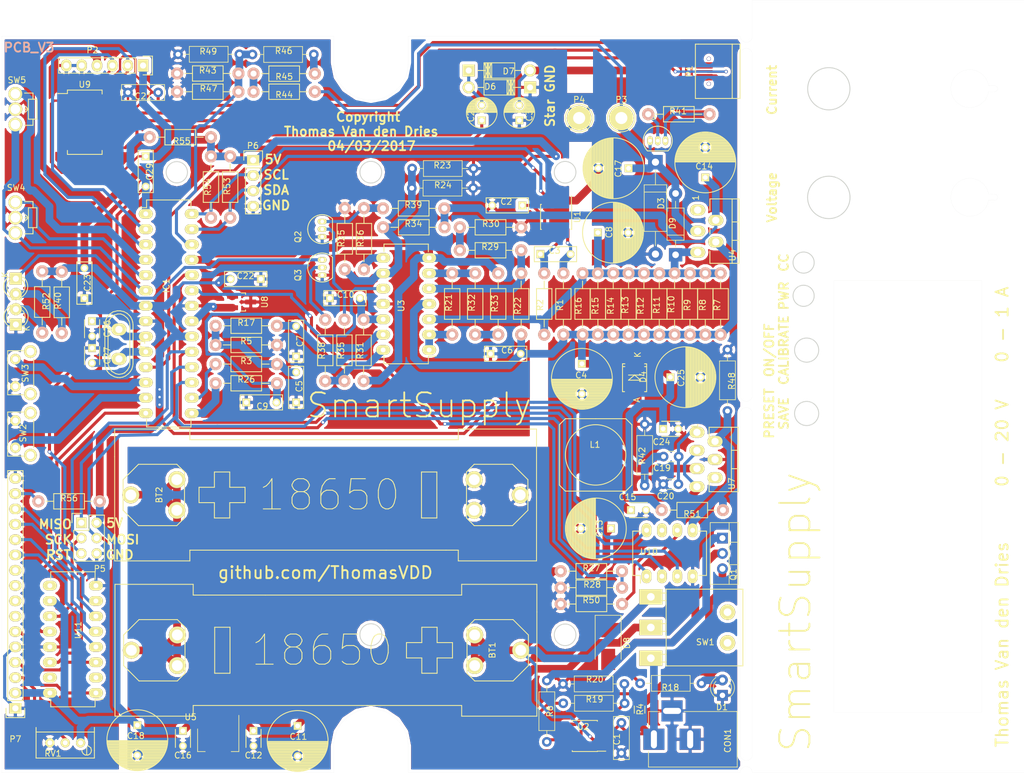
<source format=kicad_pcb>
(kicad_pcb (version 4) (host pcbnew 4.0.3-stable)
  (layers (0 F.Cu signal) (31 B.Cu signal) (34 B.Paste user hide) (35 F.Paste user hide) (36 B.SilkS user) (37 F.SilkS user) (38 B.Mask user) (39 F.Mask user) (44 Edge.Cuts user))
  (net 0 "")
  (net 1 GND)
  (net 2 Vboost)
  (net 3 ADC_Vbatt)
  (net 4 "Net-(C10-Pad2)")
  (net 5 "Net-(Q2-Pad2)")
  (net 6 ADC_Iout)
  (net 7 PWM_Iset)
  (net 8 PWM_Vset)
  (net 9 "Net-(R29-Pad1)")
  (net 10 ADC_Vout)
  (net 11 SDA)
  (net 12 SCL)
  (net 13 +5V)
  (net 14 "Net-(C19-Pad2)")
  (net 15 "Net-(D5-Pad2)")
  (net 16 MISO)
  (net 17 SCK)
  (net 18 MOSI)
  (net 19 "Net-(IC1-Pad5)")
  (net 20 "Net-(IC1-Pad6)")
  (net 21 "Net-(IC1-Pad4)")
  (net 22 LCD)
  (net 23 "Net-(IC1-Pad13)")
  (net 24 "Net-(C5-Pad2)")
  (net 25 "Net-(D1-Pad2)")
  (net 26 "Net-(IC1-Pad12)")
  (net 27 "Net-(P7-Pad3)")
  (net 28 "Net-(P7-Pad4)")
  (net 29 "Net-(P7-Pad6)")
  (net 30 "Net-(R19-Pad1)")
  (net 31 "Net-(R22-Pad1)")
  (net 32 "Net-(P7-Pad15)")
  (net 33 "Net-(P7-Pad7)")
  (net 34 "Net-(P7-Pad8)")
  (net 35 "Net-(P7-Pad9)")
  (net 36 "Net-(P7-Pad10)")
  (net 37 "Net-(P7-Pad11)")
  (net 38 "Net-(P7-Pad12)")
  (net 39 "Net-(P7-Pad13)")
  (net 40 "Net-(P7-Pad14)")
  (net 41 "Net-(C21-Pad1)")
  (net 42 Pot)
  (net 43 VEE)
  (net 44 "Net-(C26-Pad1)")
  (net 45 Reset)
  (net 46 Rx)
  (net 47 Tx)
  (net 48 "Net-(U9-Pad6)")
  (net 49 "Net-(C27-Pad2)")
  (net 50 "Net-(Q3-Pad2)")
  (net 51 +12V)
  (net 52 "Net-(D2-Pad1)")
  (net 53 "Net-(D2-Pad2)")
  (net 54 "Net-(BT1-Pad2)")
  (net 55 "Net-(BT1-Pad1)")
  (net 56 "Net-(C3-Pad1)")
  (net 57 "Net-(C3-Pad2)")
  (net 58 "Net-(C7-Pad2)")
  (net 59 "Net-(C9-Pad2)")
  (net 60 "Net-(C11-Pad1)")
  (net 61 "Net-(C14-Pad1)")
  (net 62 "Net-(C19-Pad1)")
  (net 63 PWM)
  (net 64 "Net-(C28-Pad2)")
  (net 65 "Net-(C29-Pad2)")
  (net 66 "Net-(D4-Pad2)")
  (net 67 Aref)
  (net 68 "Net-(P1-Pad2)")
  (net 69 "Net-(P1-Pad3)")
  (net 70 "Net-(P1-Pad4)")
  (net 71 "Net-(Q1-Pad1)")
  (net 72 "Net-(Q2-Pad3)")
  (net 73 "Net-(R6-Pad2)")
  (net 74 "Net-(R21-Pad1)")
  (net 75 "Net-(R21-Pad2)")
  (net 76 "Net-(R23-Pad1)")
  (net 77 "Net-(R32-Pad1)")
  (net 78 "Net-(R35-Pad1)")
  (net 79 "Net-(R36-Pad2)")
  (net 80 "Net-(R41-Pad2)")
  (net 81 "Net-(R44-Pad1)")
  (net 82 "Net-(R45-Pad1)")
  (net 83 "Net-(R48-Pad2)")
  (net 84 "Net-(R50-Pad2)")
  (net 85 "Net-(U4-Pad1)")
  (net 86 "Net-(U7-Pad6)")
  (net 87 "Net-(U9-Pad3)")
  (net 88 "Net-(U9-Pad8)")
  (net 89 "Net-(U9-Pad9)")
  (net 90 "Net-(U9-Pad10)")
  (net 91 "Net-(U9-Pad12)")
  (net 92 "Net-(U9-Pad13)")
  (net 93 "Net-(U9-Pad14)")
  (net 94 "Net-(U9-Pad17)")
  (net 95 "Net-(U9-Pad19)")
  (net 96 "Net-(U9-Pad22)")
  (net 97 "Net-(U9-Pad23)")
  (net 98 "Net-(U9-Pad24)")
  (net 99 "Net-(U9-Pad27)")
  (net 100 "Net-(U9-Pad28)")
  (net 101 "Net-(U10-Pad7)")
  (net 102 "Net-(U11-Pad2)")
  (net 103 "Net-(U11-Pad9)")
  (net 104 "Net-(U11-Pad15)")
  (net 105 "Net-(Q1-Pad3)")
  (net 106 "Net-(R18-Pad2)")
  (net 107 "Net-(D8-Pad2)")
  (net 108 "Net-(C8-Pad1)")
  (net 109 "Net-(C17-Pad1)")
  (module .pretty:18650_cell (layer F.Cu) (at 68.96 109 90)
    (fp_text reference BT2 (at 0 4.829 90) (layer F.SilkS))
    (fp_text value Battery)
    (fp_text user 18650 (at 0 33.02 180) (layer F.SilkS) (effects (font (size 5 5))))
    (pad 2 thru_hole circle (at 0 64.604 270) (size 2.8 2.8) (drill 1.8) (layers *.Cu *.Mask F.SilkS) (net 1 GND))
    (pad 2 thru_hole circle (at -2.54 56.984 270) (size 2.8 2.8) (drill 1.8) (layers *.Cu *.Mask F.SilkS) (net 1 GND))
    (pad 2 thru_hole circle (at 2.54 56.984 270) (size 2.8 2.8) (drill 1.8) (layers *.Cu *.Mask F.SilkS) (net 1 GND))
    (pad 1 thru_hole circle (at 0 0.13 90) (size 2.8 2.8) (drill 1.8) (layers *.Cu *.Mask F.SilkS) (net 54 "Net-(BT1-Pad2)"))
    (pad 1 thru_hole circle (at 2.54 7.75 90) (size 2.8 2.8) (drill 1.8) (layers *.Cu *.Mask F.SilkS) (net 54 "Net-(BT1-Pad2)"))
    (pad 1 thru_hole circle (at -2.54 7.75 90) (size 2.8 2.8) (drill 1.8) (layers *.Cu *.Mask F.SilkS) (net 54 "Net-(BT1-Pad2)"))
  )
  (module .pretty:Micro_usb (layer F.Cu) (at 164.57 38.81 90)
    (fp_text reference P1 (at 0 -3 90) (layer F.SilkS))
    (fp_text value USB_OTG)
    (pad "" thru_hole circle (at -2.075 0.225 90) (size 0.7 0.7) (drill 0.6) (layers *.Cu *.Mask))
    (pad 6 smd rect (at -3.1 2.675 90) (size 1.9 1.9) (layers F.Cu F.Paste F.Mask) (net 1 GND))
    (pad 1 smd rect (at -1.3 -0.5 90) (size 0.4 2.7) (layers F.Cu F.Paste F.Mask) (net 41 "Net-(C21-Pad1)"))
    (pad 2 smd rect (at -0.65 -0.5 90) (size 0.4 2.7) (layers F.Cu F.Paste F.Mask) (net 68 "Net-(P1-Pad2)"))
    (pad 3 smd rect (at 0 -0.5 90) (size 0.4 2.7) (layers F.Cu F.Paste F.Mask) (net 69 "Net-(P1-Pad3)"))
    (pad 4 smd rect (at 0.65 -0.5 90) (size 0.4 2.7) (layers F.Cu F.Paste F.Mask) (net 70 "Net-(P1-Pad4)"))
    (pad 5 smd rect (at 1.3 -0.5 90) (size 0.4 2.7) (layers F.Cu F.Paste F.Mask) (net 1 GND))
    (pad 6 smd rect (at 3.1 2.675 90) (size 1.9 1.9) (layers F.Cu F.Paste F.Mask) (net 1 GND))
    (pad "" thru_hole circle (at 2.075 0.225 90) (size 0.7 0.7) (drill 0.6) (layers *.Cu *.Mask))
  )
  (module .pretty:18650_cell (layer F.Cu) (at 133.78 134.73 270)
    (fp_text reference BT1 (at 0 4.829 270) (layer F.SilkS))
    (fp_text value Battery)
    (fp_text user 18650 (at 0 33.02 360) (layer F.SilkS) (effects (font (size 5 5))))
    (pad 2 thru_hole circle (at 0 64.604 90) (size 2.8 2.8) (drill 1.8) (layers *.Cu *.Mask F.SilkS) (net 54 "Net-(BT1-Pad2)"))
    (pad 2 thru_hole circle (at -2.54 56.984 90) (size 2.8 2.8) (drill 1.8) (layers *.Cu *.Mask F.SilkS) (net 54 "Net-(BT1-Pad2)"))
    (pad 2 thru_hole circle (at 2.54 56.984 90) (size 2.8 2.8) (drill 1.8) (layers *.Cu *.Mask F.SilkS) (net 54 "Net-(BT1-Pad2)"))
    (pad 1 thru_hole circle (at 0 0.13 270) (size 2.8 2.8) (drill 1.8) (layers *.Cu *.Mask F.SilkS) (net 55 "Net-(BT1-Pad1)"))
    (pad 1 thru_hole circle (at 2.54 7.75 270) (size 2.8 2.8) (drill 1.8) (layers *.Cu *.Mask F.SilkS) (net 55 "Net-(BT1-Pad1)"))
    (pad 1 thru_hole circle (at -2.54 7.75 270) (size 2.8 2.8) (drill 1.8) (layers *.Cu *.Mask F.SilkS) (net 55 "Net-(BT1-Pad1)"))
  )
  (module Capacitors_ThroughHole:C_Rect_L7_W2.5_P5 (layer F.Cu) (at 71.57 52.9 270)
    (fp_text reference C29 (at 2.54 -0.635 270) (layer F.SilkS))
    (fp_text value 100n)
    (pad 1 thru_hole rect (at 0 0 270) (size 1.3 1.3) (drill 0.8) (layers *.Cu *.Mask F.SilkS) (net 45 Reset))
    (pad 2 thru_hole circle (at 5 0 270) (size 1.3 1.3) (drill 0.8) (layers *.Cu *.Mask F.SilkS) (net 65 "Net-(C29-Pad2)"))
  )
  (module Capacitors_ThroughHole:C_Rect_L7_W2.5_P5 (layer F.Cu) (at 61.41 76.395 90)
    (fp_text reference C23 (at 2.54 0.508 90) (layer F.SilkS))
    (fp_text value 100n)
    (pad 1 thru_hole rect (at 0 0 90) (size 1.3 1.3) (drill 0.8) (layers *.Cu *.Mask F.SilkS) (net 1 GND))
    (pad 2 thru_hole circle (at 5 0 90) (size 1.3 1.3) (drill 0.8) (layers *.Cu *.Mask F.SilkS) (net 13 +5V))
  )
  (module Capacitors_ThroughHole:C_Rect_L7_W2.5_P5 (layer F.Cu) (at 88.207 93.667)
    (fp_text reference C9 (at 2.667 0.635) (layer F.SilkS))
    (fp_text value 100n)
    (pad 1 thru_hole rect (at 0 0) (size 1.3 1.3) (drill 0.8) (layers *.Cu *.Mask F.SilkS) (net 1 GND))
    (pad 2 thru_hole circle (at 5 0) (size 1.3 1.3) (drill 0.8) (layers *.Cu *.Mask F.SilkS) (net 59 "Net-(C9-Pad2)"))
  )
  (module Capacitors_ThroughHole:C_Rect_L7_W2.5_P5 (layer F.Cu) (at 96.462 93.667 90)
    (fp_text reference C5 (at 2.667 0.508 90) (layer F.SilkS))
    (fp_text value 100n)
    (pad 1 thru_hole rect (at 0 0 90) (size 1.3 1.3) (drill 0.8) (layers *.Cu *.Mask F.SilkS) (net 1 GND))
    (pad 2 thru_hole circle (at 5 0 90) (size 1.3 1.3) (drill 0.8) (layers *.Cu *.Mask F.SilkS) (net 24 "Net-(C5-Pad2)"))
  )
  (module Capacitors_ThroughHole:C_Rect_L7_W2.5_P5 (layer F.Cu) (at 96.462 86.047 90)
    (fp_text reference C7 (at 2.54 0.635 90) (layer F.SilkS))
    (fp_text value 100n)
    (pad 1 thru_hole rect (at 0 0 90) (size 1.3 1.3) (drill 0.8) (layers *.Cu *.Mask F.SilkS) (net 1 GND))
    (pad 2 thru_hole circle (at 5 0 90) (size 1.3 1.3) (drill 0.8) (layers *.Cu *.Mask F.SilkS) (net 58 "Net-(C7-Pad2)"))
  )
  (module Capacitors_ThroughHole:C_Rect_L7_W2.5_P5 (layer F.Cu) (at 90.62 73.22 180)
    (fp_text reference C22 (at 2.54 0.508 180) (layer F.SilkS))
    (fp_text value 100n)
    (pad 1 thru_hole rect (at 0 0 180) (size 1.3 1.3) (drill 0.8) (layers *.Cu *.Mask F.SilkS) (net 1 GND))
    (pad 2 thru_hole circle (at 5 0 180) (size 1.3 1.3) (drill 0.8) (layers *.Cu *.Mask F.SilkS) (net 13 +5V))
  )
  (module Capacitors_ThroughHole:C_Rect_L7_W2.5_P5 (layer F.Cu) (at 102.05 76.395)
    (fp_text reference C10 (at 2.61 -0.577) (layer F.SilkS))
    (fp_text value 100n)
    (pad 1 thru_hole rect (at 0 0) (size 1.3 1.3) (drill 0.8) (layers *.Cu *.Mask F.SilkS) (net 1 GND))
    (pad 2 thru_hole circle (at 5 0) (size 1.3 1.3) (drill 0.8) (layers *.Cu *.Mask F.SilkS) (net 4 "Net-(C10-Pad2)"))
  )
  (module Capacitors_ThroughHole:C_Rect_L7_W2.5_P5 (layer F.Cu) (at 133.927 61.028 180)
    (fp_text reference C2 (at 2.667 0.635 180) (layer F.SilkS))
    (fp_text value 100n)
    (pad 1 thru_hole rect (at 0 0 180) (size 1.3 1.3) (drill 0.8) (layers *.Cu *.Mask F.SilkS) (net 13 +5V))
    (pad 2 thru_hole circle (at 5 0 180) (size 1.3 1.3) (drill 0.8) (layers *.Cu *.Mask F.SilkS) (net 1 GND))
  )
  (module Capacitors_ThroughHole:C_Rect_L7_W2.5_P5 (layer F.Cu) (at 136.905 69.098)
    (fp_text reference C3 (at 2.356 -0.577) (layer F.SilkS))
    (fp_text value 100n)
    (pad 1 thru_hole rect (at 0 0) (size 1.3 1.3) (drill 0.8) (layers *.Cu *.Mask F.SilkS) (net 56 "Net-(C3-Pad1)"))
    (pad 2 thru_hole circle (at 5 0) (size 1.3 1.3) (drill 0.8) (layers *.Cu *.Mask F.SilkS) (net 57 "Net-(C3-Pad2)"))
  )
  (module Capacitors_ThroughHole:C_Rect_L7_W2.5_P5 (layer F.Cu) (at 128.65 85.608)
    (fp_text reference C6 (at 2.737 -0.577) (layer F.SilkS))
    (fp_text value 100n)
    (pad 1 thru_hole rect (at 0 0) (size 1.3 1.3) (drill 0.8) (layers *.Cu *.Mask F.SilkS) (net 1 GND))
    (pad 2 thru_hole circle (at 5 0) (size 1.3 1.3) (drill 0.8) (layers *.Cu *.Mask F.SilkS) (net 2 Vboost))
  )
  (module Capacitors_ThroughHole:C_Rect_L7.0mm_W2.5mm_P5.00mm (layer F.Cu) (at 150.3172 151.765 90)
    (fp_text reference C1 (at 2.286 -0.762 90) (layer F.SilkS))
    (fp_text value 100n)
    (pad 1 thru_hole circle (at 0 0 90) (size 1.6 1.6) (drill 0.8) (layers *.Cu *.Mask) (net 1 GND))
    (pad 2 thru_hole circle (at 5 0 90) (size 1.6 1.6) (drill 0.8) (layers *.Cu *.Mask) (net 51 +12V))
  )
  (module Diodes_ThroughHole:Diode_DO-41_SOD81_Horizontal_RM10 (layer F.Cu) (at 125.037 38.676)
    (fp_text reference D7 (at 6.604 0.127) (layer F.SilkS))
    (fp_text value 1N4148)
    (pad 2 thru_hole circle (at 10.16 -0.00254 180) (size 1.99898 1.99898) (drill 1.27) (layers *.Cu *.Mask F.SilkS) (net 43 VEE))
    (pad 1 thru_hole rect (at 0 -0.00254 180) (size 1.99898 1.99898) (drill 1.00076) (layers *.Cu *.Mask F.SilkS) (net 64 "Net-(C28-Pad2)"))
  )
  (module Diodes_ThroughHole:Diode_DO-41_SOD81_Horizontal_RM10 (layer F.Cu) (at 135.197 41.47 180)
    (fp_text reference D6 (at 6.604 0.127 180) (layer F.SilkS))
    (fp_text value 1N4148)
    (pad 2 thru_hole circle (at 10.16 -0.00254) (size 1.99898 1.99898) (drill 1.27) (layers *.Cu *.Mask F.SilkS) (net 64 "Net-(C28-Pad2)"))
    (pad 1 thru_hole rect (at 0 -0.00254) (size 1.99898 1.99898) (drill 1.00076) (layers *.Cu *.Mask F.SilkS) (net 1 GND))
  )
  (module Capacitors_ThroughHole:C_Disc_D3.0mm_W1.6mm_P2.50mm (layer F.Cu) (at 157.2514 107.2134)
    (fp_text reference C20 (at 0.381 1.9812) (layer F.SilkS))
    (fp_text value 4.7n)
    (pad 1 thru_hole circle (at 0 0) (size 1.6 1.6) (drill 0.8) (layers *.Cu *.Mask) (net 1 GND))
    (pad 2 thru_hole circle (at 2.5 0) (size 1.6 1.6) (drill 0.8) (layers *.Cu *.Mask) (net 14 "Net-(C19-Pad2)"))
  )
  (module Capacitors_ThroughHole:C_Disc_D3.0mm_W1.6mm_P2.50mm (layer F.Cu) (at 157.3022 102.6414)
    (fp_text reference C19 (at -0.254 1.8796) (layer F.SilkS))
    (fp_text value 47n)
    (pad 1 thru_hole circle (at 0 0) (size 1.6 1.6) (drill 0.8) (layers *.Cu *.Mask) (net 62 "Net-(C19-Pad1)"))
    (pad 2 thru_hole circle (at 2.5 0) (size 1.6 1.6) (drill 0.8) (layers *.Cu *.Mask) (net 14 "Net-(C19-Pad2)"))
  )
  (module Resistors_ThroughHole:R_Axial_DIN0207_L6.3mm_D2.5mm_P10.16mm_Horizontal (layer F.Cu) (at 163.58 140.21 180)
    (fp_text reference R18 (at 5.1562 -0.6858 180) (layer F.SilkS))
    (fp_text value 1k)
    (pad 1 thru_hole circle (at 0 0 180) (size 1.6 1.6) (drill 0.8) (layers *.Cu *.Mask) (net 25 "Net-(D1-Pad2)"))
    (pad 2 thru_hole oval (at 10.16 0 180) (size 1.6 1.6) (drill 0.8) (layers *.Cu *.Mask) (net 106 "Net-(R18-Pad2)"))
  )
  (module Resistors_ThroughHole:R_Axial_DIN0207_L6.3mm_D2.5mm_P10.16mm_Horizontal (layer F.Cu) (at 137.9716 139.7456 270)
    (fp_text reference R6 (at 5.08 -0.508 270) (layer F.SilkS))
    (fp_text value 1k)
    (pad 1 thru_hole circle (at 0 0 270) (size 1.6 1.6) (drill 0.8) (layers *.Cu *.Mask) (net 71 "Net-(Q1-Pad1)"))
    (pad 2 thru_hole oval (at 10.16 0 270) (size 1.6 1.6) (drill 0.8) (layers *.Cu *.Mask) (net 73 "Net-(R6-Pad2)"))
  )
  (module Resistors_ThroughHole:R_Axial_DIN0207_L6.3mm_D2.5mm_P10.16mm_Horizontal (layer F.Cu) (at 140.6516 140.3056)
    (fp_text reference R20 (at 5.2578 -0.762) (layer F.SilkS))
    (fp_text value 10k)
    (pad 1 thru_hole circle (at 0 0) (size 1.6 1.6) (drill 0.8) (layers *.Cu *.Mask) (net 1 GND))
    (pad 2 thru_hole oval (at 10.16 0) (size 1.6 1.6) (drill 0.8) (layers *.Cu *.Mask) (net 30 "Net-(R19-Pad1)"))
  )
  (module Resistors_ThroughHole:R_Axial_DIN0207_L6.3mm_D2.5mm_P10.16mm_Horizontal (layer F.Cu) (at 150.8516 143.5156 180)
    (fp_text reference R19 (at 4.9784 0.6604 180) (layer F.SilkS))
    (fp_text value 10k)
    (pad 1 thru_hole circle (at 0 0 180) (size 1.6 1.6) (drill 0.8) (layers *.Cu *.Mask) (net 30 "Net-(R19-Pad1)"))
    (pad 2 thru_hole oval (at 10.16 0 180) (size 1.6 1.6) (drill 0.8) (layers *.Cu *.Mask) (net 51 +12V))
  )
  (module Resistors_ThroughHole:R_Axial_DIN0207_L6.3mm_D2.5mm_P10.16mm_Horizontal (layer F.Cu) (at 154.178 107.442 90)
    (fp_text reference R42 (at 4.953 -0.4318 90) (layer F.SilkS))
    (fp_text value 1k)
    (pad 1 thru_hole circle (at 0 0 90) (size 1.6 1.6) (drill 0.8) (layers *.Cu *.Mask) (net 62 "Net-(C19-Pad1)"))
    (pad 2 thru_hole oval (at 10.16 0 90) (size 1.6 1.6) (drill 0.8) (layers *.Cu *.Mask) (net 1 GND))
  )
  (module Resistors_ThroughHole:R_Axial_DIN0207_L6.3mm_D2.5mm_P10.16mm_Horizontal (layer F.Cu) (at 115.6208 58.166)
    (fp_text reference R24 (at 5.1562 -0.508) (layer F.SilkS))
    (fp_text value "10k 0.1%")
    (pad 1 thru_hole circle (at 0 0) (size 1.6 1.6) (drill 0.8) (layers *.Cu *.Mask) (net 76 "Net-(R23-Pad1)"))
    (pad 2 thru_hole oval (at 10.16 0) (size 1.6 1.6) (drill 0.8) (layers *.Cu *.Mask) (net 1 GND))
  )
  (module Resistors_ThroughHole:R_Axial_DIN0207_L6.3mm_D2.5mm_P10.16mm_Horizontal (layer F.Cu) (at 115.6716 54.9148)
    (fp_text reference R23 (at 5.0038 -0.5334) (layer F.SilkS))
    (fp_text value "10k 0.1%")
    (pad 1 thru_hole circle (at 0 0) (size 1.6 1.6) (drill 0.8) (layers *.Cu *.Mask) (net 76 "Net-(R23-Pad1)"))
    (pad 2 thru_hole oval (at 10.16 0) (size 1.6 1.6) (drill 0.8) (layers *.Cu *.Mask) (net 1 GND))
  )
  (module Resistors_ThroughHole:R_Axial_DIN0207_L6.3mm_D2.5mm_P10.16mm_Horizontal (layer F.Cu) (at 89.2302 36.0172)
    (fp_text reference R46 (at 5.1816 -0.5842) (layer F.SilkS))
    (fp_text value "10k 0.1%")
    (pad 1 thru_hole circle (at 0 0) (size 1.6 1.6) (drill 0.8) (layers *.Cu *.Mask) (net 10 ADC_Vout))
    (pad 2 thru_hole oval (at 10.16 0) (size 1.6 1.6) (drill 0.8) (layers *.Cu *.Mask) (net 82 "Net-(R45-Pad1)"))
  )
  (module Resistors_ThroughHole:R_Axial_DIN0207_L6.3mm_D2.5mm_P10.16mm_Horizontal (layer F.Cu) (at 76.9112 35.9918)
    (fp_text reference R49 (at 5.0038 -0.4826) (layer F.SilkS))
    (fp_text value "10k 0.1%")
    (pad 1 thru_hole circle (at 0 0) (size 1.6 1.6) (drill 0.8) (layers *.Cu *.Mask) (net 1 GND))
    (pad 2 thru_hole oval (at 10.16 0) (size 1.6 1.6) (drill 0.8) (layers *.Cu *.Mask) (net 10 ADC_Vout))
  )
  (module Buttons_Switches_ThroughHole:SW_SPDT (layer F.Cu) (at 155.194 130.9624)
    (fp_text reference SW1 (at 9.017 2.413 180) (layer F.SilkS))
    (fp_text value SWITCH)
    (pad 2 thru_hole rect (at 0 0) (size 3.81 2.54) (drill 1.27) (layers *.Cu *.Mask F.SilkS) (net 60 "Net-(C11-Pad1)"))
    (pad 1 thru_hole rect (at 0 -5.08) (size 3.81 2.54) (drill 1.27) (layers *.Cu *.Mask F.SilkS) (net 55 "Net-(BT1-Pad1)"))
    (pad 3 thru_hole rect (at 0 5.08) (size 3.81 2.54) (drill 1.27) (layers *.Cu *.Mask F.SilkS) (net 51 +12V))
    (pad H1 thru_hole circle (at 12.7 -2.54) (size 2.54 2.54) (drill 1.27) (layers *.Cu *.Mask F.SilkS))
    (pad H2 thru_hole circle (at 12.7 2.54) (size 2.54 2.54) (drill 1.27) (layers *.Cu *.Mask F.SilkS))
  )
  (module Connect:BARREL_JACK (layer F.Cu) (at 155.702 149.479 180)
    (fp_text reference CON1 (at -12.2174 -0.2286 450) (layer F.SilkS))
    (fp_text value BARREL_JACK)
    (pad 1 thru_hole rect (at 0 0 180) (size 3.5 3.5) (drill oval 1 3) (layers *.Cu *.Mask) (net 51 +12V))
    (pad 2 thru_hole rect (at -6 0 180) (size 3.5 3.5) (drill oval 1 3) (layers *.Cu *.Mask) (net 1 GND))
    (pad 3 thru_hole rect (at -3 4.7 180) (size 3.5 3.5) (drill oval 3 1) (layers *.Cu *.Mask) (net 1 GND))
  )
  (module Potentiometers:Potentiometer_WirePads_Small (layer F.Cu) (at 49.98 60.52)
    (fp_text reference SW4 (at 0.127 -2.413) (layer F.SilkS))
    (fp_text value Encoder1)
    (pad 2 thru_hole circle (at 0 2.54) (size 2.3 2.3) (drill 1.6) (layers *.Cu *.Mask F.SilkS) (net 1 GND))
    (pad 3 thru_hole circle (at 0 5.08) (size 2.3 2.3) (drill 1.6) (layers *.Cu *.Mask F.SilkS) (net 20 "Net-(IC1-Pad6)"))
    (pad 1 thru_hole circle (at 0 0) (size 2.3 2.3) (drill 1.6) (layers *.Cu *.Mask F.SilkS) (net 19 "Net-(IC1-Pad5)"))
  )
  (module Potentiometers:Potentiometer_WirePads_Small (layer F.Cu) (at 49.9745 42.545)
    (fp_text reference SW5 (at 0.254 -2.286) (layer F.SilkS))
    (fp_text value Encoder0)
    (pad 2 thru_hole circle (at 0 2.54) (size 2.3 2.3) (drill 1.6) (layers *.Cu *.Mask F.SilkS) (net 1 GND))
    (pad 3 thru_hole circle (at 0 5.08) (size 2.3 2.3) (drill 1.6) (layers *.Cu *.Mask F.SilkS) (net 20 "Net-(IC1-Pad6)"))
    (pad 1 thru_hole circle (at 0 0) (size 2.3 2.3) (drill 1.6) (layers *.Cu *.Mask F.SilkS) (net 21 "Net-(IC1-Pad4)"))
  )
  (module Crystals:Crystal_HC50-U_Vertical (layer F.Cu) (at 67.125 84.015 270)
    (fp_text reference Y1 (at 0 -3.81 270) (layer F.SilkS))
    (fp_text value 16Mhz)
    (pad 1 thru_hole oval (at -2.44094 0 270) (size 1.99898 2.49936) (drill 1.19888) (layers *.Cu *.Mask F.SilkS) (net 44 "Net-(C26-Pad1)"))
    (pad 2 thru_hole oval (at 2.44094 0 270) (size 1.99898 2.49936) (drill 1.19888) (layers *.Cu *.Mask F.SilkS) (net 49 "Net-(C27-Pad2)"))
  )
  (module LEDs:LED_D3.0mm (layer F.Cu) (at 167.05 142.2 90)
    (fp_text reference D1 (at -1.94 -0.08 180) (layer F.SilkS))
    (fp_text value Red_Led)
    (pad 1 thru_hole rect (at 0 0 90) (size 1.8 1.8) (drill 0.9) (layers *.Cu *.Mask) (net 1 GND))
    (pad 2 thru_hole circle (at 2.54 0 90) (size 1.8 1.8) (drill 0.9) (layers *.Cu *.Mask) (net 25 "Net-(D1-Pad2)"))
  )
  (module TO_SOT_Packages_THT:TO-220_Vertical (layer F.Cu) (at 167.05 116.15 270)
    (fp_text reference Q1 (at 6.03 -1.82 270) (layer F.SilkS))
    (fp_text value TIP32CG)
    (pad 1 thru_hole rect (at 0 0 270) (size 1.8 1.8) (drill 1) (layers *.Cu *.Mask) (net 71 "Net-(Q1-Pad1)"))
    (pad 2 thru_hole oval (at 2.54 0 270) (size 1.8 1.8) (drill 1) (layers *.Cu *.Mask) (net 107 "Net-(D8-Pad2)"))
    (pad 3 thru_hole oval (at 5.08 0 270) (size 1.8 1.8) (drill 1) (layers *.Cu *.Mask) (net 105 "Net-(Q1-Pad3)"))
  )
  (module Housings_SOIC:SOIC-8_3.9x4.9mm_Pitch1.27mm (layer F.Cu) (at 144.2616 148.9256 180)
    (fp_text reference U2 (at 0.254 1.524 180) (layer F.SilkS))
    (fp_text value BQ2057WSN_SOIC)
    (pad 1 smd rect (at -2.7 -1.905 180) (size 1.55 0.6) (layers F.Cu F.Paste F.Mask) (net 105 "Net-(Q1-Pad3)"))
    (pad 2 smd rect (at -2.7 -0.635 180) (size 1.55 0.6) (layers F.Cu F.Paste F.Mask) (net 55 "Net-(BT1-Pad1)"))
    (pad 3 smd rect (at -2.7 0.635 180) (size 1.55 0.6) (layers F.Cu F.Paste F.Mask) (net 51 +12V))
    (pad 4 smd rect (at -2.7 1.905 180) (size 1.55 0.6) (layers F.Cu F.Paste F.Mask) (net 30 "Net-(R19-Pad1)"))
    (pad 5 smd rect (at 2.7 1.905 180) (size 1.55 0.6) (layers F.Cu F.Paste F.Mask) (net 106 "Net-(R18-Pad2)"))
    (pad 6 smd rect (at 2.7 0.635 180) (size 1.55 0.6) (layers F.Cu F.Paste F.Mask) (net 1 GND))
    (pad 7 smd rect (at 2.7 -0.635 180) (size 1.55 0.6) (layers F.Cu F.Paste F.Mask) (net 73 "Net-(R6-Pad2)"))
    (pad 8 smd rect (at 2.7 -1.905 180) (size 1.55 0.6) (layers F.Cu F.Paste F.Mask) (net 51 +12V))
  )
  (module Resistors_ThroughHole:Resistor_Horizontal_RM10mm (layer F.Cu) (at 121.03 64.653 180)
    (fp_text reference R34 (at 5.137 0.577 180) (layer F.SilkS))
    (fp_text value "10k 0.1%")
    (pad 1 thru_hole circle (at 0 0 180) (size 1.99898 1.99898) (drill 1.00076) (layers *.Cu *.SilkS *.Mask) (net 61 "Net-(C14-Pad1)"))
    (pad 2 thru_hole circle (at 10.16 0 180) (size 1.99898 1.99898) (drill 1.00076) (layers *.Cu *.SilkS *.Mask) (net 76 "Net-(R23-Pad1)"))
  )
  (module Resistors_ThroughHole:Resistor_Horizontal_RM10mm (layer F.Cu) (at 140.27 127.07)
    (fp_text reference R50 (at 5.0745 -0.6415) (layer F.SilkS))
    (fp_text value 620R)
    (pad 1 thru_hole circle (at 0 0) (size 1.99898 1.99898) (drill 1.00076) (layers *.Cu *.SilkS *.Mask) (net 1 GND))
    (pad 2 thru_hole circle (at 10.16 0) (size 1.99898 1.99898) (drill 1.00076) (layers *.Cu *.SilkS *.Mask) (net 84 "Net-(R50-Pad2)"))
  )
  (module Housings_DIP:DIP-8_W7.62mm_LongPads (layer F.Cu) (at 154.49 122.47 90)
    (fp_text reference U10 (at 4.0695 0.3875 180) (layer F.SilkS))
    (fp_text value MCP41010)
    (pad 1 thru_hole oval (at 0 0 90) (size 2.3 1.6) (drill 0.8) (layers *.Cu *.Mask F.SilkS) (net 42 Pot))
    (pad 2 thru_hole oval (at 0 2.54 90) (size 2.3 1.6) (drill 0.8) (layers *.Cu *.Mask F.SilkS) (net 17 SCK))
    (pad 3 thru_hole oval (at 0 5.08 90) (size 2.3 1.6) (drill 0.8) (layers *.Cu *.Mask F.SilkS) (net 18 MOSI))
    (pad 4 thru_hole oval (at 0 7.62 90) (size 2.3 1.6) (drill 0.8) (layers *.Cu *.Mask F.SilkS) (net 1 GND))
    (pad 5 thru_hole oval (at 7.62 7.62 90) (size 2.3 1.6) (drill 0.8) (layers *.Cu *.Mask F.SilkS) (net 83 "Net-(R48-Pad2)"))
    (pad 6 thru_hole oval (at 7.62 5.08 90) (size 2.3 1.6) (drill 0.8) (layers *.Cu *.Mask F.SilkS) (net 84 "Net-(R50-Pad2)"))
    (pad 7 thru_hole oval (at 7.62 2.54 90) (size 2.3 1.6) (drill 0.8) (layers *.Cu *.Mask F.SilkS) (net 101 "Net-(U10-Pad7)"))
    (pad 8 thru_hole oval (at 7.62 0 90) (size 2.3 1.6) (drill 0.8) (layers *.Cu *.Mask F.SilkS) (net 13 +5V))
  )
  (module Resistors_ThroughHole:Resistor_Horizontal_RM10mm (layer F.Cu) (at 140.715 72.273 270)
    (fp_text reference R1 (at 5.265 0.565 270) (layer F.SilkS))
    (fp_text value 10R)
    (pad 1 thru_hole circle (at 0 0 270) (size 1.99898 1.99898) (drill 1.00076) (layers *.Cu *.SilkS *.Mask) (net 57 "Net-(C3-Pad2)"))
    (pad 2 thru_hole circle (at 10.16 0 270) (size 1.99898 1.99898) (drill 1.00076) (layers *.Cu *.SilkS *.Mask) (net 2 Vboost))
  )
  (module Resistors_ThroughHole:Resistor_Horizontal_RM10mm (layer F.Cu) (at 137.54 72.273 270)
    (fp_text reference R2 (at 5.265 0.692 270) (layer F.SilkS))
    (fp_text value 10R)
    (pad 1 thru_hole circle (at 0 0 270) (size 1.99898 1.99898) (drill 1.00076) (layers *.Cu *.SilkS *.Mask) (net 56 "Net-(C3-Pad1)"))
    (pad 2 thru_hole circle (at 10.16 0 270) (size 1.99898 1.99898) (drill 1.00076) (layers *.Cu *.SilkS *.Mask) (net 108 "Net-(C8-Pad1)"))
  )
  (module Resistors_ThroughHole:Resistor_Horizontal_RM10mm (layer F.Cu) (at 150.42 121.63 180)
    (fp_text reference R27 (at 5.0735 0.5135 180) (layer F.SilkS))
    (fp_text value 6k8)
    (pad 1 thru_hole circle (at 0 0 180) (size 1.99898 1.99898) (drill 1.00076) (layers *.Cu *.SilkS *.Mask) (net 3 ADC_Vbatt))
    (pad 2 thru_hole circle (at 10.16 0 180) (size 1.99898 1.99898) (drill 1.00076) (layers *.Cu *.SilkS *.Mask) (net 55 "Net-(BT1-Pad1)"))
  )
  (module Resistors_ThroughHole:Resistor_Horizontal_RM10mm (layer F.Cu) (at 140.27 124.36)
    (fp_text reference R28 (at 5.207 -0.508) (layer F.SilkS))
    (fp_text value 2.2k)
    (pad 1 thru_hole circle (at 0 0) (size 1.99898 1.99898) (drill 1.00076) (layers *.Cu *.SilkS *.Mask) (net 1 GND))
    (pad 2 thru_hole circle (at 10.16 0) (size 1.99898 1.99898) (drill 1.00076) (layers *.Cu *.SilkS *.Mask) (net 3 ADC_Vbatt))
  )
  (module Resistors_ThroughHole:Resistor_Horizontal_RM10mm (layer F.Cu) (at 93.287 87.317 180)
    (fp_text reference R3 (at 5.08 0.508 180) (layer F.SilkS))
    (fp_text value 10k)
    (pad 1 thru_hole circle (at 0 0 180) (size 1.99898 1.99898) (drill 1.00076) (layers *.Cu *.SilkS *.Mask) (net 24 "Net-(C5-Pad2)"))
    (pad 2 thru_hole circle (at 10.16 0 180) (size 1.99898 1.99898) (drill 1.00076) (layers *.Cu *.SilkS *.Mask) (net 7 PWM_Iset))
  )
  (module Resistors_ThroughHole:Resistor_Horizontal_RM10mm (layer F.Cu) (at 166.75 72.273 270)
    (fp_text reference R7 (at 5.265 0.565 270) (layer F.SilkS))
    (fp_text value 10R)
    (pad 1 thru_hole circle (at 0 0 270) (size 1.99898 1.99898) (drill 1.00076) (layers *.Cu *.SilkS *.Mask) (net 108 "Net-(C8-Pad1)"))
    (pad 2 thru_hole circle (at 10.16 0 270) (size 1.99898 1.99898) (drill 1.00076) (layers *.Cu *.SilkS *.Mask) (net 2 Vboost))
  )
  (module Resistors_ThroughHole:Resistor_Horizontal_RM10mm (layer F.Cu) (at 164.21 72.273 270)
    (fp_text reference R8 (at 5.265 0.438 270) (layer F.SilkS))
    (fp_text value 10R)
    (pad 1 thru_hole circle (at 0 0 270) (size 1.99898 1.99898) (drill 1.00076) (layers *.Cu *.SilkS *.Mask) (net 108 "Net-(C8-Pad1)"))
    (pad 2 thru_hole circle (at 10.16 0 270) (size 1.99898 1.99898) (drill 1.00076) (layers *.Cu *.SilkS *.Mask) (net 2 Vboost))
  )
  (module Resistors_ThroughHole:Resistor_Horizontal_RM10mm (layer F.Cu) (at 161.67 72.273 270)
    (fp_text reference R9 (at 5.265 0.438 270) (layer F.SilkS))
    (fp_text value 10R)
    (pad 1 thru_hole circle (at 0 0 270) (size 1.99898 1.99898) (drill 1.00076) (layers *.Cu *.SilkS *.Mask) (net 108 "Net-(C8-Pad1)"))
    (pad 2 thru_hole circle (at 10.16 0 270) (size 1.99898 1.99898) (drill 1.00076) (layers *.Cu *.SilkS *.Mask) (net 2 Vboost))
  )
  (module Resistors_ThroughHole:Resistor_Horizontal_RM10mm (layer F.Cu) (at 159.13 72.273 270)
    (fp_text reference R10 (at 5.138 0.565 270) (layer F.SilkS))
    (fp_text value 10R)
    (pad 1 thru_hole circle (at 0 0 270) (size 1.99898 1.99898) (drill 1.00076) (layers *.Cu *.SilkS *.Mask) (net 108 "Net-(C8-Pad1)"))
    (pad 2 thru_hole circle (at 10.16 0 270) (size 1.99898 1.99898) (drill 1.00076) (layers *.Cu *.SilkS *.Mask) (net 2 Vboost))
  )
  (module Resistors_ThroughHole:Resistor_Horizontal_RM10mm (layer F.Cu) (at 156.59 72.273 270)
    (fp_text reference R11 (at 5.265 0.438 270) (layer F.SilkS))
    (fp_text value 10R)
    (pad 1 thru_hole circle (at 0 0 270) (size 1.99898 1.99898) (drill 1.00076) (layers *.Cu *.SilkS *.Mask) (net 108 "Net-(C8-Pad1)"))
    (pad 2 thru_hole circle (at 10.16 0 270) (size 1.99898 1.99898) (drill 1.00076) (layers *.Cu *.SilkS *.Mask) (net 2 Vboost))
  )
  (module Resistors_ThroughHole:Resistor_Horizontal_RM10mm (layer F.Cu) (at 154.05 72.273 270)
    (fp_text reference R12 (at 5.392 0.565 270) (layer F.SilkS))
    (fp_text value 10R)
    (pad 1 thru_hole circle (at 0 0 270) (size 1.99898 1.99898) (drill 1.00076) (layers *.Cu *.SilkS *.Mask) (net 108 "Net-(C8-Pad1)"))
    (pad 2 thru_hole circle (at 10.16 0 270) (size 1.99898 1.99898) (drill 1.00076) (layers *.Cu *.SilkS *.Mask) (net 2 Vboost))
  )
  (module Resistors_ThroughHole:Resistor_Horizontal_RM10mm (layer F.Cu) (at 151.51 72.273 270)
    (fp_text reference R13 (at 5.265 0.565 270) (layer F.SilkS))
    (fp_text value 10R)
    (pad 1 thru_hole circle (at 0 0 270) (size 1.99898 1.99898) (drill 1.00076) (layers *.Cu *.SilkS *.Mask) (net 108 "Net-(C8-Pad1)"))
    (pad 2 thru_hole circle (at 10.16 0 270) (size 1.99898 1.99898) (drill 1.00076) (layers *.Cu *.SilkS *.Mask) (net 2 Vboost))
  )
  (module Resistors_ThroughHole:Resistor_Horizontal_RM10mm (layer F.Cu) (at 148.97 72.273 270)
    (fp_text reference R14 (at 5.392 0.438 270) (layer F.SilkS))
    (fp_text value 10R)
    (pad 1 thru_hole circle (at 0 0 270) (size 1.99898 1.99898) (drill 1.00076) (layers *.Cu *.SilkS *.Mask) (net 108 "Net-(C8-Pad1)"))
    (pad 2 thru_hole circle (at 10.16 0 270) (size 1.99898 1.99898) (drill 1.00076) (layers *.Cu *.SilkS *.Mask) (net 2 Vboost))
  )
  (module Resistors_ThroughHole:Resistor_Horizontal_RM10mm (layer F.Cu) (at 146.43 72.273 270)
    (fp_text reference R15 (at 5.392 0.438 270) (layer F.SilkS))
    (fp_text value 10R)
    (pad 1 thru_hole circle (at 0 0 270) (size 1.99898 1.99898) (drill 1.00076) (layers *.Cu *.SilkS *.Mask) (net 108 "Net-(C8-Pad1)"))
    (pad 2 thru_hole circle (at 10.16 0 270) (size 1.99898 1.99898) (drill 1.00076) (layers *.Cu *.SilkS *.Mask) (net 2 Vboost))
  )
  (module Resistors_ThroughHole:Resistor_Horizontal_RM10mm (layer F.Cu) (at 143.89 72.273 270)
    (fp_text reference R16 (at 5.392 0.692 270) (layer F.SilkS))
    (fp_text value 10R)
    (pad 1 thru_hole circle (at 0 0 270) (size 1.99898 1.99898) (drill 1.00076) (layers *.Cu *.SilkS *.Mask) (net 108 "Net-(C8-Pad1)"))
    (pad 2 thru_hole circle (at 10.16 0 270) (size 1.99898 1.99898) (drill 1.00076) (layers *.Cu *.SilkS *.Mask) (net 2 Vboost))
  )
  (module Resistors_ThroughHole:Resistor_Horizontal_RM10mm (layer F.Cu) (at 93.287 84.142 180)
    (fp_text reference R5 (at 5.08 0.635 180) (layer F.SilkS))
    (fp_text value 6k8)
    (pad 1 thru_hole circle (at 0 0 180) (size 1.99898 1.99898) (drill 1.00076) (layers *.Cu *.SilkS *.Mask) (net 1 GND))
    (pad 2 thru_hole circle (at 10.16 0 180) (size 1.99898 1.99898) (drill 1.00076) (layers *.Cu *.SilkS *.Mask) (net 24 "Net-(C5-Pad2)"))
  )
  (module Resistors_ThroughHole:Resistor_Horizontal_RM10mm (layer F.Cu) (at 93.287 80.967 180)
    (fp_text reference R17 (at 5.08 0.508 180) (layer F.SilkS))
    (fp_text value 10k)
    (pad 1 thru_hole circle (at 0 0 180) (size 1.99898 1.99898) (drill 1.00076) (layers *.Cu *.SilkS *.Mask) (net 58 "Net-(C7-Pad2)"))
    (pad 2 thru_hole circle (at 10.16 0 180) (size 1.99898 1.99898) (drill 1.00076) (layers *.Cu *.SilkS *.Mask) (net 24 "Net-(C5-Pad2)"))
  )
  (module Resistors_ThroughHole:Resistor_Horizontal_RM10mm (layer F.Cu) (at 122.3 72.273 270)
    (fp_text reference R21 (at 4.884 0.565 270) (layer F.SilkS))
    (fp_text value "10k 0.1%")
    (pad 1 thru_hole circle (at 0 0 270) (size 1.99898 1.99898) (drill 1.00076) (layers *.Cu *.SilkS *.Mask) (net 74 "Net-(R21-Pad1)"))
    (pad 2 thru_hole circle (at 10.16 0 270) (size 1.99898 1.99898) (drill 1.00076) (layers *.Cu *.SilkS *.Mask) (net 75 "Net-(R21-Pad2)"))
  )
  (module Capacitors_ThroughHole:C_Radial_D10_L13_P5 (layer F.Cu) (at 148.59 114.554 180)
    (fp_text reference C13 (at 1.9115 -0.0055 270) (layer F.SilkS))
    (fp_text value 220u)
    (pad 1 thru_hole rect (at 0 0 180) (size 1.3 1.3) (drill 0.8) (layers *.Cu *.Mask F.SilkS) (net 60 "Net-(C11-Pad1)"))
    (pad 2 thru_hole circle (at 5 0 180) (size 1.3 1.3) (drill 0.8) (layers *.Cu *.Mask F.SilkS) (net 1 GND))
  )
  (module Resistors_ThroughHole:Resistor_Horizontal_RM10mm (layer F.Cu) (at 133.73 72.273 270)
    (fp_text reference R22 (at 5.392 0.565 270) (layer F.SilkS))
    (fp_text value "10k 0.1%")
    (pad 1 thru_hole circle (at 0 0 270) (size 1.99898 1.99898) (drill 1.00076) (layers *.Cu *.SilkS *.Mask) (net 31 "Net-(R22-Pad1)"))
    (pad 2 thru_hole circle (at 10.16 0 270) (size 1.99898 1.99898) (drill 1.00076) (layers *.Cu *.SilkS *.Mask) (net 2 Vboost))
  )
  (module TO_SOT_Packages_THT:TO-92_Inline_Narrow_Oval (layer F.Cu) (at 100.78 66.235 90)
    (fp_text reference Q2 (at 0 -4 90) (layer F.SilkS))
    (fp_text value 2N3904)
    (pad 2 thru_hole oval (at 1.27 0 270) (size 0.89916 1.50114) (drill 0.6) (layers *.Cu *.Mask F.SilkS) (net 5 "Net-(Q2-Pad2)"))
    (pad 3 thru_hole oval (at 2.54 0 270) (size 0.89916 1.50114) (drill 0.6) (layers *.Cu *.Mask F.SilkS) (net 72 "Net-(Q2-Pad3)"))
    (pad 1 thru_hole oval (at 0 0 270) (size 0.89916 1.50114) (drill 0.6) (layers *.Cu *.Mask F.SilkS) (net 1 GND))
  )
  (module TO_SOT_Packages_THT:TO-92_Inline_Narrow_Oval (layer F.Cu) (at 100.78 72.585 90)
    (fp_text reference Q3 (at 0 -4 90) (layer F.SilkS))
    (fp_text value 2N3904)
    (pad 2 thru_hole oval (at 1.27 0 270) (size 0.89916 1.50114) (drill 0.6) (layers *.Cu *.Mask F.SilkS) (net 50 "Net-(Q3-Pad2)"))
    (pad 3 thru_hole oval (at 2.54 0 270) (size 0.89916 1.50114) (drill 0.6) (layers *.Cu *.Mask F.SilkS) (net 52 "Net-(D2-Pad1)"))
    (pad 1 thru_hole oval (at 0 0 270) (size 0.89916 1.50114) (drill 0.6) (layers *.Cu *.Mask F.SilkS) (net 1 GND))
  )
  (module Resistors_ThroughHole:Resistor_Horizontal_RM10mm (layer F.Cu) (at 104.52 71.638 90)
    (fp_text reference R25 (at 5.149 -0.565 90) (layer F.SilkS))
    (fp_text value "10k 0.1%")
    (pad 1 thru_hole circle (at 0 0 90) (size 1.99898 1.99898) (drill 1.00076) (layers *.Cu *.SilkS *.Mask) (net 76 "Net-(R23-Pad1)"))
    (pad 2 thru_hole circle (at 10.16 0 90) (size 1.99898 1.99898) (drill 1.00076) (layers *.Cu *.SilkS *.Mask) (net 1 GND))
  )
  (module Resistors_ThroughHole:Resistor_Horizontal_RM10mm (layer F.Cu) (at 93.287 90.492 180)
    (fp_text reference R26 (at 5.08 0.635 180) (layer F.SilkS))
    (fp_text value 10k)
    (pad 1 thru_hole circle (at 0 0 180) (size 1.99898 1.99898) (drill 1.00076) (layers *.Cu *.SilkS *.Mask) (net 59 "Net-(C9-Pad2)"))
    (pad 2 thru_hole circle (at 10.16 0 180) (size 1.99898 1.99898) (drill 1.00076) (layers *.Cu *.SilkS *.Mask) (net 8 PWM_Vset))
  )
  (module Resistors_ThroughHole:Resistor_Horizontal_RM10mm (layer F.Cu) (at 123.57 68.463)
    (fp_text reference R29 (at 5.023 -0.577) (layer F.SilkS))
    (fp_text value "10k 0.1%")
    (pad 1 thru_hole circle (at 0 0) (size 1.99898 1.99898) (drill 1.00076) (layers *.Cu *.SilkS *.Mask) (net 9 "Net-(R29-Pad1)"))
    (pad 2 thru_hole circle (at 10.16 0) (size 1.99898 1.99898) (drill 1.00076) (layers *.Cu *.SilkS *.Mask) (net 31 "Net-(R22-Pad1)"))
  )
  (module Resistors_ThroughHole:Resistor_Horizontal_RM10mm (layer F.Cu) (at 133.73 64.653 180)
    (fp_text reference R30 (at 5.01 0.577 180) (layer F.SilkS))
    (fp_text value "10k 0.1%")
    (pad 1 thru_hole circle (at 0 0 180) (size 1.99898 1.99898) (drill 1.00076) (layers *.Cu *.SilkS *.Mask) (net 1 GND))
    (pad 2 thru_hole circle (at 10.16 0 180) (size 1.99898 1.99898) (drill 1.00076) (layers *.Cu *.SilkS *.Mask) (net 9 "Net-(R29-Pad1)"))
  )
  (module Resistors_ThroughHole:Resistor_Horizontal_RM10mm (layer F.Cu) (at 107.638 79.951 270)
    (fp_text reference R31 (at 5.138 0.565 270) (layer F.SilkS))
    (fp_text value 1k)
    (pad 1 thru_hole circle (at 0 0 270) (size 1.99898 1.99898) (drill 1.00076) (layers *.Cu *.SilkS *.Mask) (net 4 "Net-(C10-Pad2)"))
    (pad 2 thru_hole circle (at 10.16 0 270) (size 1.99898 1.99898) (drill 1.00076) (layers *.Cu *.SilkS *.Mask) (net 6 ADC_Iout))
  )
  (module Resistors_ThroughHole:Resistor_Horizontal_RM10mm (layer F.Cu) (at 126.11 82.433 90)
    (fp_text reference R32 (at 5.276 -0.565 90) (layer F.SilkS))
    (fp_text value "10k 0.1%")
    (pad 1 thru_hole circle (at 0 0 90) (size 1.99898 1.99898) (drill 1.00076) (layers *.Cu *.SilkS *.Mask) (net 77 "Net-(R32-Pad1)"))
    (pad 2 thru_hole circle (at 10.16 0 90) (size 1.99898 1.99898) (drill 1.00076) (layers *.Cu *.SilkS *.Mask) (net 74 "Net-(R21-Pad1)"))
  )
  (module Resistors_ThroughHole:Resistor_Horizontal_RM10mm (layer F.Cu) (at 129.92 72.273 270)
    (fp_text reference R33 (at 5.011 0.565 270) (layer F.SilkS))
    (fp_text value "10k 0.1%")
    (pad 1 thru_hole circle (at 0 0 270) (size 1.99898 1.99898) (drill 1.00076) (layers *.Cu *.SilkS *.Mask) (net 6 ADC_Iout))
    (pad 2 thru_hole circle (at 10.16 0 270) (size 1.99898 1.99898) (drill 1.00076) (layers *.Cu *.SilkS *.Mask) (net 77 "Net-(R32-Pad1)"))
  )
  (module Resistors_ThroughHole:Resistor_Horizontal_RM10mm (layer F.Cu) (at 104.463 90.111 90)
    (fp_text reference R35 (at 5.022 -0.565 90) (layer F.SilkS))
    (fp_text value 10k)
    (pad 1 thru_hole circle (at 0 0 90) (size 1.99898 1.99898) (drill 1.00076) (layers *.Cu *.SilkS *.Mask) (net 78 "Net-(R35-Pad1)"))
    (pad 2 thru_hole circle (at 10.16 0 90) (size 1.99898 1.99898) (drill 1.00076) (layers *.Cu *.SilkS *.Mask) (net 5 "Net-(Q2-Pad2)"))
  )
  (module Resistors_ThroughHole:Resistor_Horizontal_RM10mm (layer F.Cu) (at 107.695 61.478 270)
    (fp_text reference R36 (at 5.011 0.565 270) (layer F.SilkS))
    (fp_text value 1k)
    (pad 1 thru_hole circle (at 0 0 270) (size 1.99898 1.99898) (drill 1.00076) (layers *.Cu *.SilkS *.Mask) (net 72 "Net-(Q2-Pad3)"))
    (pad 2 thru_hole circle (at 10.16 0 270) (size 1.99898 1.99898) (drill 1.00076) (layers *.Cu *.SilkS *.Mask) (net 79 "Net-(R36-Pad2)"))
  )
  (module Resistors_ThroughHole:Resistor_Horizontal_RM10mm (layer F.Cu) (at 101.288 79.951 270)
    (fp_text reference R38 (at 5.138 0.565 270) (layer F.SilkS))
    (fp_text value 10k)
    (pad 1 thru_hole circle (at 0 0 270) (size 1.99898 1.99898) (drill 1.00076) (layers *.Cu *.SilkS *.Mask) (net 50 "Net-(Q3-Pad2)"))
    (pad 2 thru_hole circle (at 10.16 0 270) (size 1.99898 1.99898) (drill 1.00076) (layers *.Cu *.SilkS *.Mask) (net 78 "Net-(R35-Pad1)"))
  )
  (module Resistors_ThroughHole:Resistor_Horizontal_RM10mm (layer F.Cu) (at 110.8456 61.5188)
    (fp_text reference R39 (at 5.023 -0.577) (layer F.SilkS))
    (fp_text value 100R)
    (pad 1 thru_hole circle (at 0 0) (size 1.99898 1.99898) (drill 1.00076) (layers *.Cu *.SilkS *.Mask) (net 72 "Net-(Q2-Pad3)"))
    (pad 2 thru_hole circle (at 10.16 0) (size 1.99898 1.99898) (drill 1.00076) (layers *.Cu *.SilkS *.Mask) (net 61 "Net-(C14-Pad1)"))
  )
  (module Resistors_ThroughHole:Resistor_Horizontal_RM10mm (layer F.Cu) (at 164.915 45.915 180)
    (fp_text reference R41 (at 5.207 0.508 180) (layer F.SilkS))
    (fp_text value 100R)
    (pad 1 thru_hole circle (at 0 0 180) (size 1.99898 1.99898) (drill 1.00076) (layers *.Cu *.SilkS *.Mask) (net 43 VEE))
    (pad 2 thru_hole circle (at 10.16 0 180) (size 1.99898 1.99898) (drill 1.00076) (layers *.Cu *.SilkS *.Mask) (net 80 "Net-(R41-Pad2)"))
  )
  (module Resistors_ThroughHole:Resistor_Horizontal_RM10mm (layer F.Cu) (at 76.7588 39.1668)
    (fp_text reference R43 (at 5.08 -0.508) (layer F.SilkS))
    (fp_text value "10k 0.1%")
    (pad 1 thru_hole circle (at 0 0) (size 1.99898 1.99898) (drill 1.00076) (layers *.Cu *.SilkS *.Mask) (net 1 GND))
    (pad 2 thru_hole circle (at 10.16 0) (size 1.99898 1.99898) (drill 1.00076) (layers *.Cu *.SilkS *.Mask) (net 10 ADC_Vout))
  )
  (module Resistors_ThroughHole:Resistor_Horizontal_RM10mm (layer F.Cu) (at 89.408 42.1894)
    (fp_text reference R44 (at 5.08 0.508) (layer F.SilkS))
    (fp_text value "10k 0.1%")
    (pad 1 thru_hole circle (at 0 0) (size 1.99898 1.99898) (drill 1.00076) (layers *.Cu *.SilkS *.Mask) (net 81 "Net-(R44-Pad1)"))
    (pad 2 thru_hole circle (at 10.16 0) (size 1.99898 1.99898) (drill 1.00076) (layers *.Cu *.SilkS *.Mask) (net 109 "Net-(C17-Pad1)"))
  )
  (module Capacitors_ThroughHole:C_Disc_D3_P2.5 (layer F.Cu) (at 157.226 98.044)
    (fp_text reference C24 (at -0.254 2.159 180) (layer F.SilkS))
    (fp_text value 10n)
    (pad 1 thru_hole rect (at 0 0) (size 1.3 1.3) (drill 0.8) (layers *.Cu *.Mask F.SilkS) (net 2 Vboost))
    (pad 2 thru_hole circle (at 2.5 0) (size 1.3 1.3) (drill 0.8001) (layers *.Cu *.Mask F.SilkS) (net 1 GND))
  )
  (module Capacitors_ThroughHole:C_Radial_D10_L13_P5 (layer F.Cu) (at 151.51 54.874 180)
    (fp_text reference C17 (at 1.708 -0.058 270) (layer F.SilkS))
    (fp_text value 2u2)
    (pad 1 thru_hole rect (at 0 0 180) (size 1.3 1.3) (drill 0.8) (layers *.Cu *.Mask F.SilkS) (net 109 "Net-(C17-Pad1)"))
    (pad 2 thru_hole circle (at 5 0 180) (size 1.3 1.3) (drill 0.8) (layers *.Cu *.Mask F.SilkS) (net 1 GND))
  )
  (module Capacitors_ThroughHole:C_Disc_D3_P2.5 (layer F.Cu) (at 62.68 80.205 270)
    (fp_text reference C26 (at 1.25 -2.5 270) (layer F.SilkS))
    (fp_text value 22p)
    (pad 1 thru_hole rect (at 0 0 270) (size 1.3 1.3) (drill 0.8) (layers *.Cu *.Mask F.SilkS) (net 44 "Net-(C26-Pad1)"))
    (pad 2 thru_hole circle (at 2.5 0 270) (size 1.3 1.3) (drill 0.8001) (layers *.Cu *.Mask F.SilkS) (net 1 GND))
  )
  (module LEDs:LED-3MM (layer F.Cu) (at 50.06 80.76 90)
    (fp_text reference D5 (at 4.572 0.127 180) (layer F.SilkS))
    (fp_text value Green_Led)
    (fp_text user K (at -0.635 1.778 90) (layer F.SilkS))
    (pad 1 thru_hole rect (at 0 0 180) (size 2 2) (drill 1.00076) (layers *.Cu *.Mask F.SilkS) (net 1 GND))
    (pad 2 thru_hole circle (at 2.54 0 90) (size 2 2) (drill 1.00076) (layers *.Cu *.Mask F.SilkS) (net 15 "Net-(D5-Pad2)"))
  )
  (module Inductors:SELF-WE-PD-XXL (layer F.Cu) (at 146.05 102.362 270)
    (fp_text reference L1 (at -1.69926 0.09906 360) (layer F.SilkS))
    (fp_text value 47u)
    (fp_text user "" (at 0 0 270) (layer F.SilkS))
    (fp_text user "" (at 0 0 270) (layer F.SilkS))
    (pad 1 smd rect (at -5.00126 0 270) (size 2.90068 5.40004) (layers F.Cu F.Paste F.Mask) (net 66 "Net-(D4-Pad2)"))
    (pad 2 smd rect (at 5.00126 0 270) (size 2.90068 5.40004) (layers F.Cu F.Paste F.Mask) (net 60 "Net-(C11-Pad1)"))
  )
  (module Resistors_ThroughHole:Resistor_Horizontal_RM10mm (layer F.Cu) (at 99.568 39.1922 180)
    (fp_text reference R45 (at 5.08 -0.508 180) (layer F.SilkS))
    (fp_text value "10k 0.1%")
    (pad 1 thru_hole circle (at 0 0 180) (size 1.99898 1.99898) (drill 1.00076) (layers *.Cu *.SilkS *.Mask) (net 82 "Net-(R45-Pad1)"))
    (pad 2 thru_hole circle (at 10.16 0 180) (size 1.99898 1.99898) (drill 1.00076) (layers *.Cu *.SilkS *.Mask) (net 81 "Net-(R44-Pad1)"))
  )
  (module Resistors_ThroughHole:Resistor_Horizontal_RM10mm (layer F.Cu) (at 76.7588 42.1894)
    (fp_text reference R47 (at 5.207 -0.508) (layer F.SilkS))
    (fp_text value "10k 0.1%")
    (pad 1 thru_hole circle (at 0 0) (size 1.99898 1.99898) (drill 1.00076) (layers *.Cu *.SilkS *.Mask) (net 1 GND))
    (pad 2 thru_hole circle (at 10.16 0) (size 1.99898 1.99898) (drill 1.00076) (layers *.Cu *.SilkS *.Mask) (net 10 ADC_Vout))
  )
  (module Resistors_ThroughHole:Resistor_Horizontal_RM10mm (layer F.Cu) (at 54.425 82.11 90)
    (fp_text reference R52 (at 5.207 0.635 90) (layer F.SilkS))
    (fp_text value 330R)
    (pad 1 thru_hole circle (at 0 0 90) (size 1.99898 1.99898) (drill 1.00076) (layers *.Cu *.SilkS *.Mask) (net 15 "Net-(D5-Pad2)"))
    (pad 2 thru_hole circle (at 10.16 0 90) (size 1.99898 1.99898) (drill 1.00076) (layers *.Cu *.SilkS *.Mask) (net 13 +5V))
  )
  (module Resistors_ThroughHole:Resistor_Horizontal_RM10mm (layer F.Cu) (at 167.132 111.506 180)
    (fp_text reference R51 (at 5.08 -0.635 180) (layer F.SilkS))
    (fp_text value 10k)
    (pad 1 thru_hole circle (at 0 0 180) (size 1.99898 1.99898) (drill 1.00076) (layers *.Cu *.SilkS *.Mask) (net 83 "Net-(R48-Pad2)"))
    (pad 2 thru_hole circle (at 10.16 0 180) (size 1.99898 1.99898) (drill 1.00076) (layers *.Cu *.SilkS *.Mask) (net 2 Vboost))
  )
  (module Resistors_ThroughHole:Resistor_Horizontal_RM10mm (layer F.Cu) (at 85.54 63.06 90)
    (fp_text reference R53 (at 5.207 -0.508 90) (layer F.SilkS))
    (fp_text value 6k8)
    (pad 1 thru_hole circle (at 0 0 90) (size 1.99898 1.99898) (drill 1.00076) (layers *.Cu *.SilkS *.Mask) (net 11 SDA))
    (pad 2 thru_hole circle (at 10.16 0 90) (size 1.99898 1.99898) (drill 1.00076) (layers *.Cu *.SilkS *.Mask) (net 13 +5V))
  )
  (module Resistors_ThroughHole:Resistor_Horizontal_RM10mm (layer F.Cu) (at 82.365 63.06 90)
    (fp_text reference R54 (at 5.08 -0.508 90) (layer F.SilkS))
    (fp_text value 6k8)
    (pad 1 thru_hole circle (at 0 0 90) (size 1.99898 1.99898) (drill 1.00076) (layers *.Cu *.SilkS *.Mask) (net 12 SCL))
    (pad 2 thru_hole circle (at 10.16 0 90) (size 1.99898 1.99898) (drill 1.00076) (layers *.Cu *.SilkS *.Mask) (net 13 +5V))
  )
  (module Resistors_ThroughHole:Resistor_Horizontal_RM10mm (layer F.Cu) (at 53.79 110.05)
    (fp_text reference R56 (at 5.08 -0.508) (layer F.SilkS))
    (fp_text value 330R)
    (pad 1 thru_hole circle (at 0 0) (size 1.99898 1.99898) (drill 1.00076) (layers *.Cu *.SilkS *.Mask) (net 32 "Net-(P7-Pad15)"))
    (pad 2 thru_hole circle (at 10.16 0) (size 1.99898 1.99898) (drill 1.00076) (layers *.Cu *.SilkS *.Mask) (net 13 +5V))
  )
  (module Potentiometers:Potentiometer_Bourns_3296W_3-8Zoll_Inline_ScrewUp (layer F.Cu) (at 60.775 150.055 90)
    (fp_text reference RV1 (at -1.778 -4.572 180) (layer F.SilkS))
    (fp_text value POT)
    (pad 2 thru_hole circle (at 0 -2.54 90) (size 1.524 1.524) (drill 0.8128) (layers *.Cu *.Mask F.SilkS) (net 27 "Net-(P7-Pad3)"))
    (pad 3 thru_hole circle (at 0 -5.08 90) (size 1.524 1.524) (drill 0.8128) (layers *.Cu *.Mask F.SilkS) (net 1 GND))
    (pad 1 thru_hole circle (at 0 0 90) (size 1.524 1.524) (drill 0.8128) (layers *.Cu *.Mask F.SilkS) (net 13 +5V))
  )
  (module Housings_DIP:DIP-28_W7.62mm_LongPads (layer F.Cu) (at 71.57 62.425)
    (fp_text reference IC1 (at 3.409 11.897 90) (layer F.SilkS))
    (fp_text value ATMEGA328-P)
    (pad 1 thru_hole oval (at 0 0) (size 2.3 1.6) (drill 0.8) (layers *.Cu *.Mask F.SilkS) (net 65 "Net-(C29-Pad2)"))
    (pad 2 thru_hole oval (at 0 2.54) (size 2.3 1.6) (drill 0.8) (layers *.Cu *.Mask F.SilkS) (net 46 Rx))
    (pad 3 thru_hole oval (at 0 5.08) (size 2.3 1.6) (drill 0.8) (layers *.Cu *.Mask F.SilkS) (net 47 Tx))
    (pad 4 thru_hole oval (at 0 7.62) (size 2.3 1.6) (drill 0.8) (layers *.Cu *.Mask F.SilkS) (net 21 "Net-(IC1-Pad4)"))
    (pad 5 thru_hole oval (at 0 10.16) (size 2.3 1.6) (drill 0.8) (layers *.Cu *.Mask F.SilkS) (net 19 "Net-(IC1-Pad5)"))
    (pad 6 thru_hole oval (at 0 12.7) (size 2.3 1.6) (drill 0.8) (layers *.Cu *.Mask F.SilkS) (net 20 "Net-(IC1-Pad6)"))
    (pad 7 thru_hole oval (at 0 15.24) (size 2.3 1.6) (drill 0.8) (layers *.Cu *.Mask F.SilkS) (net 13 +5V))
    (pad 8 thru_hole oval (at 0 17.78) (size 2.3 1.6) (drill 0.8) (layers *.Cu *.Mask F.SilkS) (net 1 GND))
    (pad 9 thru_hole oval (at 0 20.32) (size 2.3 1.6) (drill 0.8) (layers *.Cu *.Mask F.SilkS) (net 44 "Net-(C26-Pad1)"))
    (pad 10 thru_hole oval (at 0 22.86) (size 2.3 1.6) (drill 0.8) (layers *.Cu *.Mask F.SilkS) (net 49 "Net-(C27-Pad2)"))
    (pad 11 thru_hole oval (at 0 25.4) (size 2.3 1.6) (drill 0.8) (layers *.Cu *.Mask F.SilkS) (net 63 PWM))
    (pad 12 thru_hole oval (at 0 27.94) (size 2.3 1.6) (drill 0.8) (layers *.Cu *.Mask F.SilkS) (net 26 "Net-(IC1-Pad12)"))
    (pad 13 thru_hole oval (at 0 30.48) (size 2.3 1.6) (drill 0.8) (layers *.Cu *.Mask F.SilkS) (net 23 "Net-(IC1-Pad13)"))
    (pad 14 thru_hole oval (at 0 33.02) (size 2.3 1.6) (drill 0.8) (layers *.Cu *.Mask F.SilkS) (net 22 LCD))
    (pad 15 thru_hole oval (at 7.62 33.02) (size 2.3 1.6) (drill 0.8) (layers *.Cu *.Mask F.SilkS) (net 8 PWM_Vset))
    (pad 16 thru_hole oval (at 7.62 30.48) (size 2.3 1.6) (drill 0.8) (layers *.Cu *.Mask F.SilkS) (net 7 PWM_Iset))
    (pad 17 thru_hole oval (at 7.62 27.94) (size 2.3 1.6) (drill 0.8) (layers *.Cu *.Mask F.SilkS) (net 18 MOSI))
    (pad 18 thru_hole oval (at 7.62 25.4) (size 2.3 1.6) (drill 0.8) (layers *.Cu *.Mask F.SilkS) (net 16 MISO))
    (pad 19 thru_hole oval (at 7.62 22.86) (size 2.3 1.6) (drill 0.8) (layers *.Cu *.Mask F.SilkS) (net 17 SCK))
    (pad 20 thru_hole oval (at 7.62 20.32) (size 2.3 1.6) (drill 0.8) (layers *.Cu *.Mask F.SilkS) (net 13 +5V))
    (pad 21 thru_hole oval (at 7.62 17.78) (size 2.3 1.6) (drill 0.8) (layers *.Cu *.Mask F.SilkS) (net 67 Aref))
    (pad 22 thru_hole oval (at 7.62 15.24) (size 2.3 1.6) (drill 0.8) (layers *.Cu *.Mask F.SilkS) (net 1 GND))
    (pad 23 thru_hole oval (at 7.62 12.7) (size 2.3 1.6) (drill 0.8) (layers *.Cu *.Mask F.SilkS) (net 3 ADC_Vbatt))
    (pad 24 thru_hole oval (at 7.62 10.16) (size 2.3 1.6) (drill 0.8) (layers *.Cu *.Mask F.SilkS) (net 42 Pot))
    (pad 25 thru_hole oval (at 7.62 7.62) (size 2.3 1.6) (drill 0.8) (layers *.Cu *.Mask F.SilkS) (net 6 ADC_Iout))
    (pad 26 thru_hole oval (at 7.62 5.08) (size 2.3 1.6) (drill 0.8) (layers *.Cu *.Mask F.SilkS) (net 10 ADC_Vout))
    (pad 27 thru_hole oval (at 7.62 2.54) (size 2.3 1.6) (drill 0.8) (layers *.Cu *.Mask F.SilkS) (net 11 SDA))
    (pad 28 thru_hole oval (at 7.62 0) (size 2.3 1.6) (drill 0.8) (layers *.Cu *.Mask F.SilkS) (net 12 SCL))
  )
  (module Buttons_Switches_ThroughHole:SW_Tactile_SPST_Angled (layer F.Cu) (at 49.98 101.16 90)
    (fp_text reference SW2 (at 2.413 1.27 90) (layer F.SilkS))
    (fp_text value SPST)
    (pad "" thru_hole circle (at 5.76 2.49 90) (size 2.1 2.1) (drill 1.3) (layers *.Cu *.Mask F.SilkS))
    (pad 2 thru_hole circle (at 4.5 0 90) (size 1.75 1.75) (drill 0.99) (layers *.Cu *.Mask F.SilkS) (net 1 GND))
    (pad 1 thru_hole circle (at 0 0 90) (size 1.75 1.75) (drill 0.99) (layers *.Cu *.Mask F.SilkS) (net 23 "Net-(IC1-Pad13)"))
    (pad "" thru_hole circle (at -1.25 2.49 90) (size 2.1 2.1) (drill 1.3) (layers *.Cu *.Mask F.SilkS))
  )
  (module Pin_Headers:Pin_Header_Straight_1x06 (layer F.Cu) (at 71.12 37.846 270)
    (fp_text reference P2 (at -2.54 8.382 360) (layer F.SilkS))
    (fp_text value FTDI)
    (pad 1 thru_hole rect (at 0 0 270) (size 2.032 1.7272) (drill 1.016) (layers *.Cu *.Mask F.SilkS) (net 45 Reset))
    (pad 2 thru_hole oval (at 0 2.54 270) (size 2.032 1.7272) (drill 1.016) (layers *.Cu *.Mask F.SilkS) (net 47 Tx))
    (pad 3 thru_hole oval (at 0 5.08 270) (size 2.032 1.7272) (drill 1.016) (layers *.Cu *.Mask F.SilkS) (net 46 Rx))
    (pad 4 thru_hole oval (at 0 7.62 270) (size 2.032 1.7272) (drill 1.016) (layers *.Cu *.Mask F.SilkS) (net 13 +5V))
    (pad 5 thru_hole oval (at 0 10.16 270) (size 2.032 1.7272) (drill 1.016) (layers *.Cu *.Mask F.SilkS) (net 1 GND))
    (pad 6 thru_hole oval (at 0 12.7 270) (size 2.032 1.7272) (drill 1.016) (layers *.Cu *.Mask F.SilkS) (net 1 GND))
  )
  (module Resistors_ThroughHole:Resistor_Horizontal_RM10mm (layer F.Cu) (at 72.205 49.725)
    (fp_text reference R55 (at 5.335 0.638) (layer F.SilkS))
    (fp_text value 10k)
    (pad 1 thru_hole circle (at 0 0) (size 1.99898 1.99898) (drill 1.00076) (layers *.Cu *.SilkS *.Mask) (net 65 "Net-(C29-Pad2)"))
    (pad 2 thru_hole circle (at 10.16 0) (size 1.99898 1.99898) (drill 1.00076) (layers *.Cu *.SilkS *.Mask) (net 13 +5V))
  )
  (module Capacitors_ThroughHole:C_Radial_D10_L13_P5 (layer F.Cu) (at 143.78 87.26 270)
    (fp_text reference C4 (at 1.8995 0.1205 360) (layer F.SilkS))
    (fp_text value 220u)
    (pad 1 thru_hole rect (at 0 0 270) (size 1.3 1.3) (drill 0.8) (layers *.Cu *.Mask F.SilkS) (net 2 Vboost))
    (pad 2 thru_hole circle (at 5 0 270) (size 1.3 1.3) (drill 0.8) (layers *.Cu *.Mask F.SilkS) (net 1 GND))
  )
  (module Capacitors_ThroughHole:C_Disc_D3_P2.5 (layer F.Cu) (at 151.892 111.506)
    (fp_text reference C15 (at -0.5588 -2.159) (layer F.SilkS))
    (fp_text value 10n)
    (pad 1 thru_hole rect (at 0 0) (size 1.3 1.3) (drill 0.8) (layers *.Cu *.Mask F.SilkS) (net 60 "Net-(C11-Pad1)"))
    (pad 2 thru_hole circle (at 2.5 0) (size 1.3 1.3) (drill 0.8001) (layers *.Cu *.Mask F.SilkS) (net 1 GND))
  )
  (module Capacitors_ThroughHole:C_Radial_D10_L13_P5 (layer F.Cu) (at 146.43 65.542)
    (fp_text reference C8 (at 1.848 -0.069 270) (layer F.SilkS))
    (fp_text value 2u2)
    (pad 1 thru_hole rect (at 0 0) (size 1.3 1.3) (drill 0.8) (layers *.Cu *.Mask F.SilkS) (net 108 "Net-(C8-Pad1)"))
    (pad 2 thru_hole circle (at 5 0) (size 1.3 1.3) (drill 0.8) (layers *.Cu *.Mask F.SilkS) (net 1 GND))
  )
  (module Capacitors_ThroughHole:C_Radial_D10_L13_P5 (layer F.Cu) (at 164.21 56.398 90)
    (fp_text reference C14 (at 1.847 -0.184 180) (layer F.SilkS))
    (fp_text value 22u)
    (pad 1 thru_hole rect (at 0 0 90) (size 1.3 1.3) (drill 0.8) (layers *.Cu *.Mask F.SilkS) (net 61 "Net-(C14-Pad1)"))
    (pad 2 thru_hole circle (at 5 0 90) (size 1.3 1.3) (drill 0.8) (layers *.Cu *.Mask F.SilkS) (net 1 GND))
  )
  (module Capacitors_ThroughHole:C_Radial_D10_L13_P5 (layer F.Cu) (at 158.42 89.49)
    (fp_text reference C25 (at 1.7845 0.1215 90) (layer F.SilkS))
    (fp_text value 220u)
    (pad 1 thru_hole rect (at 0 0) (size 1.3 1.3) (drill 0.8) (layers *.Cu *.Mask F.SilkS) (net 2 Vboost))
    (pad 2 thru_hole circle (at 5 0) (size 1.3 1.3) (drill 0.8) (layers *.Cu *.Mask F.SilkS) (net 1 GND))
  )
  (module Capacitors_ThroughHole:C_Disc_D3_P2.5 (layer F.Cu) (at 62.68 84.65 270)
    (fp_text reference C27 (at 1.25 -2.5 270) (layer F.SilkS))
    (fp_text value 22p)
    (pad 1 thru_hole rect (at 0 0 270) (size 1.3 1.3) (drill 0.8) (layers *.Cu *.Mask F.SilkS) (net 1 GND))
    (pad 2 thru_hole circle (at 2.5 0 270) (size 1.3 1.3) (drill 0.8001) (layers *.Cu *.Mask F.SilkS) (net 49 "Net-(C27-Pad2)"))
  )
  (module Diodes_SMD:SMB_Handsoldering (layer F.Cu) (at 152.5 89.58 270)
    (fp_text reference D4 (at -0.1325 -1.4035 270) (layer F.SilkS))
    (fp_text value SS34)
    (fp_text user K (at -3.8155 -0.5145 270) (layer F.SilkS))
    (fp_text user A (at 3.6775 -0.3875 270) (layer F.SilkS))
    (pad 1 smd rect (at -2.70002 0 270) (size 3.50012 2.30124) (layers F.Cu F.Paste F.Mask) (net 2 Vboost))
    (pad 2 smd rect (at 2.70002 0 270) (size 3.50012 2.30124) (layers F.Cu F.Paste F.Mask) (net 66 "Net-(D4-Pad2)"))
  )
  (module LEDs:LED-3MM (layer F.Cu) (at 50.06 73.16 270)
    (fp_text reference D2 (at 4.953 0.127 360) (layer F.SilkS))
    (fp_text value Red_Led)
    (fp_text user K (at -0.635 1.778 270) (layer F.SilkS))
    (pad 1 thru_hole rect (at 0 0) (size 2 2) (drill 1.00076) (layers *.Cu *.Mask F.SilkS) (net 52 "Net-(D2-Pad1)"))
    (pad 2 thru_hole circle (at 2.54 0 270) (size 2 2) (drill 1.00076) (layers *.Cu *.Mask F.SilkS) (net 53 "Net-(D2-Pad2)"))
  )
  (module Connect:1pin (layer F.Cu) (at 150.31 46.55)
    (fp_text reference P3 (at 0 -3.048) (layer F.SilkS))
    (fp_text value V+)
    (pad 1 thru_hole circle (at 0 0) (size 4.064 4.064) (drill 2) (layers *.Cu *.Mask F.SilkS) (net 109 "Net-(C17-Pad1)"))
  )
  (module Connect:1pin (layer F.Cu) (at 143.325 46.55)
    (fp_text reference P4 (at 0 -3.048) (layer F.SilkS))
    (fp_text value V-)
    (pad 1 thru_hole circle (at 0 0) (size 4.064 4.064) (drill 2) (layers *.Cu *.Mask F.SilkS) (net 1 GND))
  )
  (module Pin_Headers:Pin_Header_Straight_2x03 (layer F.Cu) (at 60.902 113.606)
    (fp_text reference P5 (at 3.051 7.61) (layer F.SilkS))
    (fp_text value ISP)
    (pad 1 thru_hole rect (at 0 0) (size 1.7272 1.7272) (drill 1.016) (layers *.Cu *.Mask F.SilkS) (net 16 MISO))
    (pad 2 thru_hole oval (at 2.54 0) (size 1.7272 1.7272) (drill 1.016) (layers *.Cu *.Mask F.SilkS) (net 13 +5V))
    (pad 3 thru_hole oval (at 0 2.54) (size 1.7272 1.7272) (drill 1.016) (layers *.Cu *.Mask F.SilkS) (net 17 SCK))
    (pad 4 thru_hole oval (at 2.54 2.54) (size 1.7272 1.7272) (drill 1.016) (layers *.Cu *.Mask F.SilkS) (net 18 MOSI))
    (pad 5 thru_hole oval (at 0 5.08) (size 1.7272 1.7272) (drill 1.016) (layers *.Cu *.Mask F.SilkS) (net 65 "Net-(C29-Pad2)"))
    (pad 6 thru_hole oval (at 2.54 5.08) (size 1.7272 1.7272) (drill 1.016) (layers *.Cu *.Mask F.SilkS) (net 1 GND))
  )
  (module Pin_Headers:Pin_Header_Straight_1x04 (layer F.Cu) (at 89.35 53.535)
    (fp_text reference P6 (at -0.0436 -2.4048) (layer F.SilkS))
    (fp_text value I2C)
    (pad 1 thru_hole rect (at 0 0) (size 2.032 1.7272) (drill 1.016) (layers *.Cu *.Mask F.SilkS) (net 13 +5V))
    (pad 2 thru_hole oval (at 0 2.54) (size 2.032 1.7272) (drill 1.016) (layers *.Cu *.Mask F.SilkS) (net 12 SCL))
    (pad 3 thru_hole oval (at 0 5.08) (size 2.032 1.7272) (drill 1.016) (layers *.Cu *.Mask F.SilkS) (net 11 SDA))
    (pad 4 thru_hole oval (at 0 7.62) (size 2.032 1.7272) (drill 1.016) (layers *.Cu *.Mask F.SilkS) (net 1 GND))
  )
  (module Pin_Headers:Pin_Header_Straight_1x16 (layer F.Cu) (at 49.98 144.34 180)
    (fp_text reference P7 (at 0 -5.1 180) (layer F.SilkS))
    (fp_text value LCD_Display)
    (pad 1 thru_hole rect (at 0 0 180) (size 2.032 1.7272) (drill 1.016) (layers *.Cu *.Mask F.SilkS) (net 1 GND))
    (pad 2 thru_hole oval (at 0 2.54 180) (size 2.032 1.7272) (drill 1.016) (layers *.Cu *.Mask F.SilkS) (net 13 +5V))
    (pad 3 thru_hole oval (at 0 5.08 180) (size 2.032 1.7272) (drill 1.016) (layers *.Cu *.Mask F.SilkS) (net 27 "Net-(P7-Pad3)"))
    (pad 4 thru_hole oval (at 0 7.62 180) (size 2.032 1.7272) (drill 1.016) (layers *.Cu *.Mask F.SilkS) (net 28 "Net-(P7-Pad4)"))
    (pad 5 thru_hole oval (at 0 10.16 180) (size 2.032 1.7272) (drill 1.016) (layers *.Cu *.Mask F.SilkS) (net 1 GND))
    (pad 6 thru_hole oval (at 0 12.7 180) (size 2.032 1.7272) (drill 1.016) (layers *.Cu *.Mask F.SilkS) (net 29 "Net-(P7-Pad6)"))
    (pad 7 thru_hole oval (at 0 15.24 180) (size 2.032 1.7272) (drill 1.016) (layers *.Cu *.Mask F.SilkS) (net 33 "Net-(P7-Pad7)"))
    (pad 8 thru_hole oval (at 0 17.78 180) (size 2.032 1.7272) (drill 1.016) (layers *.Cu *.Mask F.SilkS) (net 34 "Net-(P7-Pad8)"))
    (pad 9 thru_hole oval (at 0 20.32 180) (size 2.032 1.7272) (drill 1.016) (layers *.Cu *.Mask F.SilkS) (net 35 "Net-(P7-Pad9)"))
    (pad 10 thru_hole oval (at 0 22.86 180) (size 2.032 1.7272) (drill 1.016) (layers *.Cu *.Mask F.SilkS) (net 36 "Net-(P7-Pad10)"))
    (pad 11 thru_hole oval (at 0 25.4 180) (size 2.032 1.7272) (drill 1.016) (layers *.Cu *.Mask F.SilkS) (net 37 "Net-(P7-Pad11)"))
    (pad 12 thru_hole oval (at 0 27.94 180) (size 2.032 1.7272) (drill 1.016) (layers *.Cu *.Mask F.SilkS) (net 38 "Net-(P7-Pad12)"))
    (pad 13 thru_hole oval (at 0 30.48 180) (size 2.032 1.7272) (drill 1.016) (layers *.Cu *.Mask F.SilkS) (net 39 "Net-(P7-Pad13)"))
    (pad 14 thru_hole oval (at 0 33.02 180) (size 2.032 1.7272) (drill 1.016) (layers *.Cu *.Mask F.SilkS) (net 40 "Net-(P7-Pad14)"))
    (pad 15 thru_hole oval (at 0 35.56 180) (size 2.032 1.7272) (drill 1.016) (layers *.Cu *.Mask F.SilkS) (net 32 "Net-(P7-Pad15)"))
    (pad 16 thru_hole oval (at 0 38.1 180) (size 2.032 1.7272) (drill 1.016) (layers *.Cu *.Mask F.SilkS) (net 1 GND))
  )
  (module Buttons_Switches_ThroughHole:SW_Tactile_SPST_Angled (layer F.Cu) (at 49.98 91 90)
    (fp_text reference SW3 (at 2.159 1.651 90) (layer F.SilkS))
    (fp_text value SPST)
    (pad "" thru_hole circle (at 5.76 2.49 90) (size 2.1 2.1) (drill 1.3) (layers *.Cu *.Mask F.SilkS))
    (pad 2 thru_hole circle (at 4.5 0 90) (size 1.75 1.75) (drill 0.99) (layers *.Cu *.Mask F.SilkS) (net 26 "Net-(IC1-Pad12)"))
    (pad 1 thru_hole circle (at 0 0 90) (size 1.75 1.75) (drill 0.99) (layers *.Cu *.Mask F.SilkS) (net 1 GND))
    (pad "" thru_hole circle (at -1.25 2.49 90) (size 2.1 2.1) (drill 1.3) (layers *.Cu *.Mask F.SilkS))
  )
  (module Housings_SOIC:SOIC-8_3.9x4.9mm_Pitch1.27mm (layer F.Cu) (at 139.515 62.933 270)
    (fp_text reference U1 (at 0 -3.5 270) (layer F.SilkS))
    (fp_text value INA219)
    (pad 1 smd rect (at -2.7 -1.905 270) (size 1.55 0.6) (layers F.Cu F.Paste F.Mask) (net 1 GND))
    (pad 2 smd rect (at -2.7 -0.635 270) (size 1.55 0.6) (layers F.Cu F.Paste F.Mask) (net 1 GND))
    (pad 3 smd rect (at -2.7 0.635 270) (size 1.55 0.6) (layers F.Cu F.Paste F.Mask) (net 11 SDA))
    (pad 4 smd rect (at -2.7 1.905 270) (size 1.55 0.6) (layers F.Cu F.Paste F.Mask) (net 12 SCL))
    (pad 5 smd rect (at 2.7 1.905 270) (size 1.55 0.6) (layers F.Cu F.Paste F.Mask) (net 13 +5V))
    (pad 6 smd rect (at 2.7 0.635 270) (size 1.55 0.6) (layers F.Cu F.Paste F.Mask) (net 1 GND))
    (pad 7 smd rect (at 2.7 -0.635 270) (size 1.55 0.6) (layers F.Cu F.Paste F.Mask) (net 56 "Net-(C3-Pad1)"))
    (pad 8 smd rect (at 2.7 -1.905 270) (size 1.55 0.6) (layers F.Cu F.Paste F.Mask) (net 57 "Net-(C3-Pad2)"))
  )
  (module Housings_DIP:DIP-14_W7.62mm_LongPads (layer F.Cu) (at 118.49 84.973 180)
    (fp_text reference U3 (at 4.629 7.308 270) (layer F.SilkS))
    (fp_text value LM6144)
    (pad 1 thru_hole oval (at 0 0 180) (size 2.3 1.6) (drill 0.8) (layers *.Cu *.Mask F.SilkS) (net 75 "Net-(R21-Pad2)"))
    (pad 2 thru_hole oval (at 0 2.54 180) (size 2.3 1.6) (drill 0.8) (layers *.Cu *.Mask F.SilkS) (net 75 "Net-(R21-Pad2)"))
    (pad 3 thru_hole oval (at 0 5.08 180) (size 2.3 1.6) (drill 0.8) (layers *.Cu *.Mask F.SilkS) (net 108 "Net-(C8-Pad1)"))
    (pad 4 thru_hole oval (at 0 7.62 180) (size 2.3 1.6) (drill 0.8) (layers *.Cu *.Mask F.SilkS) (net 2 Vboost))
    (pad 5 thru_hole oval (at 0 10.16 180) (size 2.3 1.6) (drill 0.8) (layers *.Cu *.Mask F.SilkS) (net 31 "Net-(R22-Pad1)"))
    (pad 6 thru_hole oval (at 0 12.7 180) (size 2.3 1.6) (drill 0.8) (layers *.Cu *.Mask F.SilkS) (net 74 "Net-(R21-Pad1)"))
    (pad 7 thru_hole oval (at 0 15.24 180) (size 2.3 1.6) (drill 0.8) (layers *.Cu *.Mask F.SilkS) (net 6 ADC_Iout))
    (pad 8 thru_hole oval (at 7.62 15.24 180) (size 2.3 1.6) (drill 0.8) (layers *.Cu *.Mask F.SilkS) (net 79 "Net-(R36-Pad2)"))
    (pad 9 thru_hole oval (at 7.62 12.7 180) (size 2.3 1.6) (drill 0.8) (layers *.Cu *.Mask F.SilkS) (net 76 "Net-(R23-Pad1)"))
    (pad 10 thru_hole oval (at 7.62 10.16 180) (size 2.3 1.6) (drill 0.8) (layers *.Cu *.Mask F.SilkS) (net 59 "Net-(C9-Pad2)"))
    (pad 11 thru_hole oval (at 7.62 7.62 180) (size 2.3 1.6) (drill 0.8) (layers *.Cu *.Mask F.SilkS) (net 1 GND))
    (pad 12 thru_hole oval (at 7.62 5.08 180) (size 2.3 1.6) (drill 0.8) (layers *.Cu *.Mask F.SilkS) (net 4 "Net-(C10-Pad2)"))
    (pad 13 thru_hole oval (at 7.62 2.54 180) (size 2.3 1.6) (drill 0.8) (layers *.Cu *.Mask F.SilkS) (net 58 "Net-(C7-Pad2)"))
    (pad 14 thru_hole oval (at 7.62 0 180) (size 2.3 1.6) (drill 0.8) (layers *.Cu *.Mask F.SilkS) (net 78 "Net-(R35-Pad1)"))
  )
  (module TO_SOT_Packages_THT:Pentawatt_Neutral_Staggered_Verical_TO220-5-T05D (layer F.Cu) (at 166.75 65.288 270)
    (fp_text reference U4 (at 3.995 -1.975 270) (layer F.SilkS))
    (fp_text value LT3080)
    (fp_text user 1 (at -5.53 4.121 270) (layer F.SilkS))
    (pad 3 thru_hole oval (at 0 3.79984) (size 2.49936 1.80086) (drill 1.19888) (layers *.Cu *.Mask F.SilkS) (net 109 "Net-(C17-Pad1)"))
    (pad 1 thru_hole oval (at -3.50012 3.79984) (size 2.49936 1.80086) (drill 1.19888) (layers *.Cu *.Mask F.SilkS) (net 85 "Net-(U4-Pad1)"))
    (pad 5 thru_hole oval (at 3.50012 3.79984) (size 2.49936 1.80086) (drill 1.19888) (layers *.Cu *.Mask F.SilkS) (net 108 "Net-(C8-Pad1)"))
    (pad 4 thru_hole oval (at 1.80086 0.8001) (size 2.49936 1.80086) (drill 1.19888) (layers *.Cu *.Mask F.SilkS) (net 2 Vboost))
    (pad 2 thru_hole oval (at -1.80086 0.8001) (size 2.49936 1.80086) (drill 1.19888) (layers *.Cu *.Mask F.SilkS) (net 61 "Net-(C14-Pad1)"))
  )
  (module TO_SOT_Packages_THT:TO-92_Inline_Narrow_Oval (layer F.Cu) (at 155.066 50.302)
    (fp_text reference U6 (at 0 -4) (layer F.SilkS))
    (fp_text value LM334)
    (pad 2 thru_hole oval (at 1.27 0 180) (size 0.89916 1.50114) (drill 0.6) (layers *.Cu *.Mask F.SilkS) (net 80 "Net-(R41-Pad2)"))
    (pad 3 thru_hole oval (at 2.54 0 180) (size 0.89916 1.50114) (drill 0.6) (layers *.Cu *.Mask F.SilkS) (net 43 VEE))
    (pad 1 thru_hole oval (at 0 0 180) (size 0.89916 1.50114) (drill 0.6) (layers *.Cu *.Mask F.SilkS) (net 109 "Net-(C17-Pad1)"))
  )
  (module TO_SOT_Packages_SMD:SOT-23_Handsoldering (layer F.Cu) (at 87.445 77.03 270)
    (fp_text reference U8 (at 0 -3.81 270) (layer F.SilkS))
    (fp_text value ISL21070)
    (pad 1 smd rect (at -0.95 1.50114 270) (size 0.8001 1.80086) (layers F.Cu F.Paste F.Mask) (net 13 +5V))
    (pad 2 smd rect (at 0.95 1.50114 270) (size 0.8001 1.80086) (layers F.Cu F.Paste F.Mask) (net 67 Aref))
    (pad 3 smd rect (at 0 -1.50114 270) (size 0.8001 1.80086) (layers F.Cu F.Paste F.Mask) (net 1 GND))
  )
  (module Housings_DIP:DIP-16_W7.62mm_LongPads (layer F.Cu) (at 63.315 141.8 180)
    (fp_text reference U11 (at 2.921 10.414 270) (layer F.SilkS))
    (fp_text value 74HC595)
    (pad 1 thru_hole oval (at 0 0 180) (size 2.3 1.6) (drill 0.8) (layers *.Cu *.Mask F.SilkS) (net 28 "Net-(P7-Pad4)"))
    (pad 2 thru_hole oval (at 0 2.54 180) (size 2.3 1.6) (drill 0.8) (layers *.Cu *.Mask F.SilkS) (net 102 "Net-(U11-Pad2)"))
    (pad 3 thru_hole oval (at 0 5.08 180) (size 2.3 1.6) (drill 0.8) (layers *.Cu *.Mask F.SilkS) (net 29 "Net-(P7-Pad6)"))
    (pad 4 thru_hole oval (at 0 7.62 180) (size 2.3 1.6) (drill 0.8) (layers *.Cu *.Mask F.SilkS) (net 37 "Net-(P7-Pad11)"))
    (pad 5 thru_hole oval (at 0 10.16 180) (size 2.3 1.6) (drill 0.8) (layers *.Cu *.Mask F.SilkS) (net 38 "Net-(P7-Pad12)"))
    (pad 6 thru_hole oval (at 0 12.7 180) (size 2.3 1.6) (drill 0.8) (layers *.Cu *.Mask F.SilkS) (net 39 "Net-(P7-Pad13)"))
    (pad 7 thru_hole oval (at 0 15.24 180) (size 2.3 1.6) (drill 0.8) (layers *.Cu *.Mask F.SilkS) (net 40 "Net-(P7-Pad14)"))
    (pad 8 thru_hole oval (at 0 17.78 180) (size 2.3 1.6) (drill 0.8) (layers *.Cu *.Mask F.SilkS) (net 1 GND))
    (pad 9 thru_hole oval (at 7.62 17.78 180) (size 2.3 1.6) (drill 0.8) (layers *.Cu *.Mask F.SilkS) (net 103 "Net-(U11-Pad9)"))
    (pad 10 thru_hole oval (at 7.62 15.24 180) (size 2.3 1.6) (drill 0.8) (layers *.Cu *.Mask F.SilkS) (net 13 +5V))
    (pad 11 thru_hole oval (at 7.62 12.7 180) (size 2.3 1.6) (drill 0.8) (layers *.Cu *.Mask F.SilkS) (net 17 SCK))
    (pad 12 thru_hole oval (at 7.62 10.16 180) (size 2.3 1.6) (drill 0.8) (layers *.Cu *.Mask F.SilkS) (net 22 LCD))
    (pad 13 thru_hole oval (at 7.62 7.62 180) (size 2.3 1.6) (drill 0.8) (layers *.Cu *.Mask F.SilkS) (net 1 GND))
    (pad 14 thru_hole oval (at 7.62 5.08 180) (size 2.3 1.6) (drill 0.8) (layers *.Cu *.Mask F.SilkS) (net 18 MOSI))
    (pad 15 thru_hole oval (at 7.62 2.54 180) (size 2.3 1.6) (drill 0.8) (layers *.Cu *.Mask F.SilkS) (net 104 "Net-(U11-Pad15)"))
    (pad 16 thru_hole oval (at 7.62 0 180) (size 2.3 1.6) (drill 0.8) (layers *.Cu *.Mask F.SilkS) (net 13 +5V))
  )
  (module Resistors_ThroughHole:Resistor_Horizontal_RM10mm (layer F.Cu) (at 57.66 82.16 90)
    (fp_text reference R40 (at 5.334 -0.635 270) (layer F.SilkS))
    (fp_text value 330R)
    (pad 1 thru_hole circle (at 0 0 90) (size 1.99898 1.99898) (drill 1.00076) (layers *.Cu *.SilkS *.Mask) (net 53 "Net-(D2-Pad2)"))
    (pad 2 thru_hole circle (at 10.16 0 90) (size 1.99898 1.99898) (drill 1.00076) (layers *.Cu *.SilkS *.Mask) (net 13 +5V))
  )
  (module Capacitors_ThroughHole:C_Radial_D10_L13_P5 (layer F.Cu) (at 96.716 147.261 270)
    (fp_text reference C11 (at 1.778 -0.127 360) (layer F.SilkS))
    (fp_text value 22u)
    (pad 1 thru_hole rect (at 0 0 270) (size 1.3 1.3) (drill 0.8) (layers *.Cu *.Mask F.SilkS) (net 60 "Net-(C11-Pad1)"))
    (pad 2 thru_hole circle (at 5 0 270) (size 1.3 1.3) (drill 0.8) (layers *.Cu *.Mask F.SilkS) (net 1 GND))
  )
  (module Capacitors_ThroughHole:C_Disc_D3_P2.5 (layer F.Cu) (at 89.408 148.082 270)
    (fp_text reference C12 (at 4.064 0 360) (layer F.SilkS))
    (fp_text value 10n)
    (pad 1 thru_hole rect (at 0 0 270) (size 1.3 1.3) (drill 0.8) (layers *.Cu *.Mask F.SilkS) (net 60 "Net-(C11-Pad1)"))
    (pad 2 thru_hole circle (at 2.5 0 270) (size 1.3 1.3) (drill 0.8001) (layers *.Cu *.Mask F.SilkS) (net 1 GND))
  )
  (module Capacitors_ThroughHole:C_Disc_D3_P2.5 (layer F.Cu) (at 77.724 148.082 270)
    (fp_text reference C16 (at 4.064 0 360) (layer F.SilkS))
    (fp_text value 10n)
    (pad 1 thru_hole rect (at 0 0 270) (size 1.3 1.3) (drill 0.8) (layers *.Cu *.Mask F.SilkS) (net 13 +5V))
    (pad 2 thru_hole circle (at 2.5 0 270) (size 1.3 1.3) (drill 0.8001) (layers *.Cu *.Mask F.SilkS) (net 1 GND))
  )
  (module Capacitors_ThroughHole:C_Radial_D10_L13_P5 (layer F.Cu) (at 70.173 147.134 270)
    (fp_text reference C18 (at 1.778 0.254 360) (layer F.SilkS))
    (fp_text value 22u)
    (pad 1 thru_hole rect (at 0 0 270) (size 1.3 1.3) (drill 0.8) (layers *.Cu *.Mask F.SilkS) (net 13 +5V))
    (pad 2 thru_hole circle (at 5 0 270) (size 1.3 1.3) (drill 0.8) (layers *.Cu *.Mask F.SilkS) (net 1 GND))
  )
  (module Capacitors_ThroughHole:C_Radial_D5_L11_P2.5 (layer F.Cu) (at 133.419 46.931 90)
    (fp_text reference C30 (at 1.27 1.651 90) (layer F.SilkS))
    (fp_text value 100u)
    (pad 1 thru_hole rect (at 0 0 90) (size 1.3 1.3) (drill 0.8) (layers *.Cu *.Mask F.SilkS) (net 1 GND))
    (pad 2 thru_hole circle (at 2.5 0 90) (size 1.3 1.3) (drill 0.8) (layers *.Cu *.Mask F.SilkS) (net 43 VEE))
  )
  (module Capacitors_ThroughHole:C_Radial_D5_L11_P2.5 (layer F.Cu) (at 127.196 46.931 90)
    (fp_text reference C28 (at 1.143 -1.778 90) (layer F.SilkS))
    (fp_text value 22u)
    (pad 1 thru_hole rect (at 0 0 90) (size 1.3 1.3) (drill 0.8) (layers *.Cu *.Mask F.SilkS) (net 63 PWM))
    (pad 2 thru_hole circle (at 2.5 0 90) (size 1.3 1.3) (drill 0.8) (layers *.Cu *.Mask F.SilkS) (net 64 "Net-(C28-Pad2)"))
  )
  (module .pretty:Pentawatt_Neutral_Staggered_Verical_TO220-5-T05D (layer F.Cu) (at 166.624 103.124 270)
    (fp_text reference U7 (at 3.995 -1.975 270) (layer F.SilkS))
    (fp_text value LT1370)
    (fp_text user 1 (at -5.53 4.121 270) (layer F.SilkS))
    (pad 7 thru_hole oval (at 4.5 3.79984) (size 2.49936 1.80086) (drill 1.19888) (layers *.Cu *.Mask F.SilkS) (net 60 "Net-(C11-Pad1)"))
    (pad 1 thru_hole oval (at -4.5 3.79984) (size 2.49936 1.80086) (drill 1.19888) (layers *.Cu *.Mask F.SilkS) (net 14 "Net-(C19-Pad2)"))
    (pad 4 thru_hole oval (at 0 0.8001) (size 2.49936 1.80086) (drill 1.19888) (layers *.Cu *.Mask F.SilkS) (net 1 GND))
    (pad 2 thru_hole oval (at -3 0.8001) (size 2.49936 1.80086) (drill 1.19888) (layers *.Cu *.Mask F.SilkS) (net 83 "Net-(R48-Pad2)"))
    (pad 6 thru_hole oval (at 3 0.8001) (size 2.49936 1.80086) (drill 1.19888) (layers *.Cu *.Mask F.SilkS) (net 86 "Net-(U7-Pad6)"))
    (pad 5 thru_hole oval (at 1.5 3.79984) (size 2.49936 1.80086) (drill 1.19888) (layers *.Cu *.Mask F.SilkS) (net 66 "Net-(D4-Pad2)"))
    (pad 3 thru_hole oval (at -1.5 3.79984) (size 2.49936 1.80086) (drill 1.19888) (layers *.Cu *.Mask F.SilkS) (net 60 "Net-(C11-Pad1)"))
  )
  (module TO_SOT_Packages_SMD:SOT-223-3Lead_TabPin2 (layer F.Cu) (at 83.566 149.606 270)
    (fp_text reference U5 (at -3.81 4.572 360) (layer F.SilkS))
    (fp_text value LM7805CT)
    (pad 2 smd rect (at 3.15 0 270) (size 2 3.8) (layers F.Cu F.Paste F.Mask) (net 1 GND))
    (pad 2 smd rect (at -3.15 0 270) (size 2 1.5) (layers F.Cu F.Paste F.Mask) (net 1 GND))
    (pad 3 smd rect (at -3.15 2.3 270) (size 2 1.5) (layers F.Cu F.Paste F.Mask) (net 13 +5V))
    (pad 1 smd rect (at -3.15 -2.3 270) (size 2 1.5) (layers F.Cu F.Paste F.Mask) (net 60 "Net-(C11-Pad1)"))
  )
  (module Housings_SSOP:SSOP-28_5.3x10.2mm_Pitch0.65mm (layer F.Cu) (at 61.468 47.244)
    (fp_text reference U9 (at 0 -6.25) (layer F.SilkS))
    (fp_text value FT232R)
    (pad 1 smd rect (at -3.6 -4.225) (size 1.75 0.45) (layers F.Cu F.Paste F.Mask) (net 46 Rx))
    (pad 2 smd rect (at -3.6 -3.575) (size 1.75 0.45) (layers F.Cu F.Paste F.Mask) (net 45 Reset))
    (pad 3 smd rect (at -3.6 -2.925) (size 1.75 0.45) (layers F.Cu F.Paste F.Mask) (net 87 "Net-(U9-Pad3)"))
    (pad 4 smd rect (at -3.6 -2.275) (size 1.75 0.45) (layers F.Cu F.Paste F.Mask) (net 41 "Net-(C21-Pad1)"))
    (pad 5 smd rect (at -3.6 -1.625) (size 1.75 0.45) (layers F.Cu F.Paste F.Mask) (net 47 Tx))
    (pad 6 smd rect (at -3.6 -0.975) (size 1.75 0.45) (layers F.Cu F.Paste F.Mask) (net 48 "Net-(U9-Pad6)"))
    (pad 7 smd rect (at -3.6 -0.325) (size 1.75 0.45) (layers F.Cu F.Paste F.Mask) (net 1 GND))
    (pad 8 smd rect (at -3.6 0.325) (size 1.75 0.45) (layers F.Cu F.Paste F.Mask) (net 88 "Net-(U9-Pad8)"))
    (pad 9 smd rect (at -3.6 0.975) (size 1.75 0.45) (layers F.Cu F.Paste F.Mask) (net 89 "Net-(U9-Pad9)"))
    (pad 10 smd rect (at -3.6 1.625) (size 1.75 0.45) (layers F.Cu F.Paste F.Mask) (net 90 "Net-(U9-Pad10)"))
    (pad 11 smd rect (at -3.6 2.275) (size 1.75 0.45) (layers F.Cu F.Paste F.Mask) (net 1 GND))
    (pad 12 smd rect (at -3.6 2.925) (size 1.75 0.45) (layers F.Cu F.Paste F.Mask) (net 91 "Net-(U9-Pad12)"))
    (pad 13 smd rect (at -3.6 3.575) (size 1.75 0.45) (layers F.Cu F.Paste F.Mask) (net 92 "Net-(U9-Pad13)"))
    (pad 14 smd rect (at -3.6 4.225) (size 1.75 0.45) (layers F.Cu F.Paste F.Mask) (net 93 "Net-(U9-Pad14)"))
    (pad 15 smd rect (at 3.6 4.225) (size 1.75 0.45) (layers F.Cu F.Paste F.Mask) (net 69 "Net-(P1-Pad3)"))
    (pad 16 smd rect (at 3.6 3.575) (size 1.75 0.45) (layers F.Cu F.Paste F.Mask) (net 68 "Net-(P1-Pad2)"))
    (pad 17 smd rect (at 3.6 2.925) (size 1.75 0.45) (layers F.Cu F.Paste F.Mask) (net 94 "Net-(U9-Pad17)"))
    (pad 18 smd rect (at 3.6 2.275) (size 1.75 0.45) (layers F.Cu F.Paste F.Mask) (net 1 GND))
    (pad 19 smd rect (at 3.6 1.625) (size 1.75 0.45) (layers F.Cu F.Paste F.Mask) (net 95 "Net-(U9-Pad19)"))
    (pad 20 smd rect (at 3.6 0.975) (size 1.75 0.45) (layers F.Cu F.Paste F.Mask) (net 41 "Net-(C21-Pad1)"))
    (pad 21 smd rect (at 3.6 0.325) (size 1.75 0.45) (layers F.Cu F.Paste F.Mask) (net 1 GND))
    (pad 22 smd rect (at 3.6 -0.325) (size 1.75 0.45) (layers F.Cu F.Paste F.Mask) (net 96 "Net-(U9-Pad22)"))
    (pad 23 smd rect (at 3.6 -0.975) (size 1.75 0.45) (layers F.Cu F.Paste F.Mask) (net 97 "Net-(U9-Pad23)"))
    (pad 24 smd rect (at 3.6 -1.625) (size 1.75 0.45) (layers F.Cu F.Paste F.Mask) (net 98 "Net-(U9-Pad24)"))
    (pad 25 smd rect (at 3.6 -2.275) (size 1.75 0.45) (layers F.Cu F.Paste F.Mask) (net 1 GND))
    (pad 26 smd rect (at 3.6 -2.925) (size 1.75 0.45) (layers F.Cu F.Paste F.Mask) (net 1 GND))
    (pad 27 smd rect (at 3.6 -3.575) (size 1.75 0.45) (layers F.Cu F.Paste F.Mask) (net 99 "Net-(U9-Pad27)"))
    (pad 28 smd rect (at 3.6 -4.225) (size 1.75 0.45) (layers F.Cu F.Paste F.Mask) (net 100 "Net-(U9-Pad28)"))
  )
  (module Resistors_SMD:R_0805_HandSoldering (layer F.Cu) (at 153.33 144.56 270)
    (fp_text reference R4 (at -0.05 -0.09 270) (layer F.SilkS))
    (fp_text value 0.2R)
    (pad 1 smd rect (at -1.35 0 270) (size 1.5 1.3) (layers F.Cu F.Paste F.Mask) (net 105 "Net-(Q1-Pad3)"))
    (pad 2 smd rect (at 1.35 0 270) (size 1.5 1.3) (layers F.Cu F.Paste F.Mask) (net 51 +12V))
  )
  (module Diodes_ThroughHole:D_DO-15_P15.24mm_Horizontal (layer F.Cu) (at 155.955 53.858 270)
    (fp_text reference D3 (at 6.852 -0.925 270) (layer F.SilkS))
    (fp_text value 1N5358B)
    (pad 1 thru_hole rect (at 0 0 270) (size 2.4 2.4) (drill 1.2) (layers *.Cu *.Mask) (net 109 "Net-(C17-Pad1)"))
    (pad 2 thru_hole oval (at 15.24 0 270) (size 2.4 2.4) (drill 1.2) (layers *.Cu *.Mask) (net 1 GND))
  )
  (module Diodes_SMD:D_SMB_Handsoldering (layer F.Cu) (at 148.13 133.54 270)
    (fp_text reference D8 (at 0 -3.1 270) (layer F.SilkS))
    (fp_text value SS34)
    (pad 1 smd rect (at -2.7 0 270) (size 3.5 2.3) (layers F.Cu F.Paste F.Mask) (net 55 "Net-(BT1-Pad1)"))
    (pad 2 smd rect (at 2.7 0 270) (size 3.5 2.3) (layers F.Cu F.Paste F.Mask) (net 107 "Net-(D8-Pad2)"))
  )
  (module Resistors_ThroughHole:R_Axial_DIN0207_L6.3mm_D2.5mm_P10.16mm_Horizontal (layer F.Cu) (at 167.88 84.93 270)
    (fp_text reference R48 (at 5.2 -0.71 270) (layer F.SilkS))
    (fp_text value 2.2k)
    (pad 1 thru_hole circle (at 0 0 270) (size 1.6 1.6) (drill 0.8) (layers *.Cu *.Mask) (net 1 GND))
    (pad 2 thru_hole oval (at 10.16 0 270) (size 1.6 1.6) (drill 0.8) (layers *.Cu *.Mask) (net 83 "Net-(R48-Pad2)"))
  )
  (module Diodes_ThroughHole:D_DO-41_SOD81_P10.16mm_Horizontal (layer F.Cu) (at 159.29 69.21 90)
    (fp_text reference D9 (at 5.22 -0.51 90) (layer F.SilkS))
    (fp_text value 1N4007)
    (pad 1 thru_hole rect (at 0 0 90) (size 2.2 2.2) (drill 1.1) (layers *.Cu *.Mask) (net 108 "Net-(C8-Pad1)"))
    (pad 2 thru_hole oval (at 10.16 0 90) (size 2.2 2.2) (drill 1.1) (layers *.Cu *.Mask) (net 109 "Net-(C17-Pad1)"))
  )
  (module Capacitors_ThroughHole:C_Rect_L7.0mm_W2.5mm_P5.00mm (layer F.Cu) (at 73.62 42.32 180)
    (fp_text reference C21 (at 2.46 -0.61 180) (layer F.SilkS))
    (fp_text value 100n)
    (pad 1 thru_hole circle (at 0 0 180) (size 1.6 1.6) (drill 0.8) (layers *.Cu *.Mask) (net 41 "Net-(C21-Pad1)"))
    (pad 2 thru_hole circle (at 5 0 180) (size 1.6 1.6) (drill 0.8) (layers *.Cu *.Mask) (net 1 GND))
  )
  (gr_text github.com/ThomasVDD (at 101.31 121.87) (layer F.SilkS) (effects (font (size 2 2) (thickness 0.3))))
  (gr_line (start 178.31562 91.92768) (end 178.308 91.92768) (angle 90) (layer F.SilkS) (width 0.01))
  (gr_text PCB_V3 (at 52.25 34.87) (layer B.SilkS) (effects (font (size 1.5 1.5) (thickness 0.3))))
  (gr_line (start 209.99 73.5) (end 209.99 145) (angle 90) (layer Edge.Cuts) (width 0.01))
  (gr_line (start 209.49 73.5) (end 209.99 73.5) (angle 90) (layer Edge.Cuts) (width 0.01))
  (gr_line (start 209.49 145) (end 209.99 145) (angle 90) (layer Edge.Cuts) (width 0.01))
  (gr_text SmartSupply (at 116.84 94.1578) (layer F.SilkS) (effects (font (size 4 4) (thickness 0.3))))
  (gr_arc (start 171 33) (end 172 33) (angle 180) (layer Edge.Cuts) (width 0.01))
  (gr_arc (start 171 155) (end 170 155) (angle 180) (layer Edge.Cuts) (width 0.01))
  (gr_arc (start 171 152) (end 172 152) (angle 180) (layer Edge.Cuts) (width 0.01))
  (gr_arc (start 171 36) (end 170 36) (angle 180) (layer Edge.Cuts) (width 0.01))
  (gr_arc (start 171 95.5) (end 170 95.5) (angle 180) (layer Edge.Cuts) (width 0.01))
  (gr_arc (start 171 92.5) (end 172 92.5) (angle 180) (layer Edge.Cuts) (width 0.01))
  (gr_line (start 172 36) (end 172 92.5) (angle 90) (layer Edge.Cuts) (width 0.01))
  (gr_line (start 170 92.5) (end 170 36) (angle 90) (layer Edge.Cuts) (width 0.01))
  (gr_line (start 170 95.5) (end 170 152) (angle 90) (layer Edge.Cuts) (width 0.01))
  (gr_line (start 172 152) (end 172 95.5) (angle 90) (layer Edge.Cuts) (width 0.01))
  (gr_text "Thomas Van den Dries      0 - 20 V    0 - 1 A" (at 213.36 112.64 90) (layer F.SilkS) (effects (font (size 2 2) (thickness 0.3))))
  (gr_line (start 212.11 41.18) (end 211.11 41.18) (angle 90) (layer Edge.Cuts) (width 0.01))
  (gr_line (start 212.11 42.18) (end 211.11 42.18) (angle 90) (layer Edge.Cuts) (width 0.01))
  (gr_arc (start 212.11 41.68) (end 212.11 41.18) (angle 180) (layer Edge.Cuts) (width 0.01))
  (gr_arc (start 208.01 41.68) (end 211.11 42.18) (angle 341.6) (layer Edge.Cuts) (width 0.01))
  (gr_arc (start 208.01 59.68) (end 211.11 60.18) (angle 341.6) (layer Edge.Cuts) (width 0.01))
  (gr_arc (start 212.11 59.68) (end 212.11 59.18) (angle 180) (layer Edge.Cuts) (width 0.01))
  (gr_line (start 212.11 60.18) (end 211.11 60.18) (angle 90) (layer Edge.Cuts) (width 0.01))
  (gr_line (start 212.11 59.18) (end 211.11 59.18) (angle 90) (layer Edge.Cuts) (width 0.01))
  (gr_circle (center 184.66 59.7) (end 184.96 63.2) (layer Edge.Cuts) (width 0.15))
  (gr_circle (center 184.66 41.7) (end 184.66 45.2) (layer Edge.Cuts) (width 0.15))
  (gr_circle (center 180.49 70.5) (end 180.49 72.25) (layer Edge.Cuts) (width 0.15))
  (gr_circle (center 180.49 76) (end 180.49 77.75) (layer Edge.Cuts) (width 0.15))
  (gr_circle (center 180.99 85) (end 180.99 87) (layer Edge.Cuts) (width 0.15))
  (gr_circle (center 180.99 95.5) (end 180.99 93.5) (layer Edge.Cuts) (width 0.15))
  (gr_line (start 185.49 73.5) (end 185.49 145) (angle 90) (layer Edge.Cuts) (width 0.01))
  (gr_line (start 209.49 73.5) (end 185.49 73.5) (angle 90) (layer Edge.Cuts) (width 0.01))
  (gr_line (start 185.49 145) (end 209.49 145) (angle 90) (layer Edge.Cuts) (width 0.01))
  (gr_text SmartSupply (at 179.15 128.41 90) (layer F.SilkS) (effects (font (size 5 5) (thickness 0.3))))
  (gr_text Current (at 175.26 41.91 90) (layer F.SilkS) (effects (font (size 1.5 1.5) (thickness 0.3))))
  (gr_text Voltage (at 175.26 59.69 90) (layer F.SilkS) (effects (font (size 1.5 1.5) (thickness 0.3))))
  (gr_text "PRESET\nSAVE" (at 176 95.5 90) (layer F.SilkS) (effects (font (size 1.5 1.5) (thickness 0.3))))
  (gr_text "ON/OFF\nCALIBRATE" (at 176 85 90) (layer F.SilkS) (effects (font (size 1.5 1.5) (thickness 0.3))))
  (gr_text " \nCC" (at 176 70.5 90) (layer F.SilkS) (effects (font (size 1.5 1.5) (thickness 0.3))))
  (gr_text " \nPWR" (at 176 76 90) (layer F.SilkS) (effects (font (size 1.5 1.5) (thickness 0.3))))
  (gr_line (start 172 33) (end 172 27) (angle 90) (layer Edge.Cuts) (width 0.01))
  (gr_line (start 172 155) (end 216.99 155) (angle 90) (layer Edge.Cuts) (width 0.01))
  (gr_line (start 172 27) (end 216.99 27) (angle 90) (layer Edge.Cuts) (width 0.01))
  (gr_line (start 216.99 155) (end 216.99 27) (angle 90) (layer Edge.Cuts) (width 0.01))
  (gr_arc (start 108.85 37.4) (end 108.85 43.55) (angle 90) (layer Edge.Cuts) (width 0.01))
  (gr_arc (start 108.85 37.4) (end 115 37.4) (angle 90) (layer Edge.Cuts) (width 0.01))
  (gr_line (start 115 33) (end 115 37.4) (angle 90) (layer Edge.Cuts) (width 0.01))
  (gr_line (start 102.7 33) (end 102.7 37.4) (angle 90) (layer Edge.Cuts) (width 0.01))
  (gr_arc (start 108.85 150.6) (end 102.7 150.6) (angle 90) (layer Edge.Cuts) (width 0.01))
  (gr_arc (start 108.85 150.6) (end 108.85 144.45) (angle 90) (layer Edge.Cuts) (width 0.01))
  (gr_line (start 115 155) (end 115 150.6) (angle 90) (layer Edge.Cuts) (width 0.01))
  (gr_line (start 102.7 155) (end 102.7 150.6) (angle 90) (layer Edge.Cuts) (width 0.01))
  (gr_line (start 115 33) (end 170 33) (angle 90) (layer Edge.Cuts) (width 0.01))
  (gr_line (start 47.7 33) (end 102.7 33) (angle 90) (layer Edge.Cuts) (width 0.01))
  (gr_line (start 47.7 155) (end 47.7 33) (angle 90) (layer Edge.Cuts) (width 0.01))
  (gr_line (start 115 155) (end 170 155) (angle 90) (layer Edge.Cuts) (width 0.01))
  (gr_line (start 102.7 155) (end 47.7 155) (angle 90) (layer Edge.Cuts) (width 0.01))
  (gr_text 5V (at 66.421 113.665) (layer F.SilkS) (effects (font (size 1.5 1.5) (thickness 0.3))))
  (gr_text GND (at 67.252 118.94) (layer F.SilkS) (effects (font (size 1.5 1.5) (thickness 0.3))))
  (gr_text MOSI (at 67.76 116.4) (layer F.SilkS) (effects (font (size 1.5 1.5) (thickness 0.3))))
  (gr_text RST (at 57.092 118.94) (layer F.SilkS) (effects (font (size 1.5 1.5) (thickness 0.3))))
  (gr_text SCK (at 57.092 116.4) (layer F.SilkS) (effects (font (size 1.5 1.5) (thickness 0.3))))
  (gr_text MISO (at 56.584 113.86) (layer F.SilkS) (effects (font (size 1.5 1.5) (thickness 0.3))))
  (gr_text GND (at 93.16 61.028) (layer F.SilkS) (effects (font (size 1.5 1.5) (thickness 0.3))))
  (gr_text 5V (at 92.652 53.408) (layer F.SilkS) (effects (font (size 1.5 1.5) (thickness 0.3))))
  (gr_text SCL (at 93.16 55.948) (layer F.SilkS) (effects (font (size 1.5 1.5) (thickness 0.3))))
  (gr_text SDA (at 93.16 58.488) (layer F.SilkS) (effects (font (size 1.5 1.5) (thickness 0.3))))
  (gr_text "  Copyright\nThomas Van den Dries\n   04/03/2017" (at 107.23 48.78) (layer F.SilkS) (effects (font (size 1.5 1.5) (thickness 0.3))))
  (gr_text "Star GND" (at 138.499 42.867 90) (layer F.SilkS) (effects (font (size 1.5 1.5) (thickness 0.3))))
  (gr_circle (center 108.83 55.52) (end 109.01 57.31) (layer Edge.Cuts) (width 0.15))
  (gr_circle (center 108.84 132.15) (end 109.15 130.36) (layer Edge.Cuts) (width 0.15))
  (gr_circle (center 141 132.17) (end 139.21 132.17) (layer Edge.Cuts) (width 0.15))
  (gr_circle (center 141 55.53) (end 139.21 55.5) (layer Edge.Cuts) (width 0.15))
  (gr_circle (center 76.71 55.53) (end 78.47 55.5) (layer Edge.Cuts) (width 0.15))
  (segment (start 65.068 44.969) (end 67.451 44.969) (width 0.381) (layer F.Cu) (net 1))
  (segment (start 68.62 43.8) (end 68.62 42.32) (width 0.381) (layer F.Cu) (net 1))
  (segment (start 67.451 44.969) (end 68.62 43.8) (width 0.381) (layer F.Cu) (net 1))
  (segment (start 164.592 37.562) (end 166.654 37.562) (width 0.381) (layer F.Cu) (net 1))
  (segment (start 167.267 36.949) (end 167.267 35.762) (width 0.381) (layer F.Cu) (net 1))
  (segment (start 166.654 37.562) (end 167.267 36.949) (width 0.381) (layer F.Cu) (net 1))
  (segment (start 65.068 49.519) (end 63.235 49.519) (width 0.381) (layer F.Cu) (net 1))
  (segment (start 63.235 49.519) (end 61.285 47.569) (width 0.381) (layer F.Cu) (net 1))
  (segment (start 65.068 44.319) (end 65.068 44.969) (width 0.381) (layer F.Cu) (net 1))
  (segment (start 65.068 44.969) (end 62.473 44.969) (width 0.381) (layer F.Cu) (net 1))
  (segment (start 62.473 44.969) (end 60.523 46.919) (width 0.381) (layer F.Cu) (net 1))
  (segment (start 57.868 46.919) (end 60.523 46.919) (width 0.381) (layer F.Cu) (net 1))
  (segment (start 60.523 46.919) (end 60.635 46.919) (width 0.381) (layer F.Cu) (net 1))
  (segment (start 60.635 46.919) (end 61.285 47.569) (width 0.381) (layer F.Cu) (net 1))
  (segment (start 61.285 47.569) (end 65.068 47.569) (width 0.381) (layer F.Cu) (net 1))
  (segment (start 57.868 49.519) (end 65.068 49.519) (width 0.381) (layer F.Cu) (net 1))
  (segment (start 49.98 134.18) (end 49.726 134.18) (width 0.508) (layer B.Cu) (net 1))
  (segment (start 49.726 134.18) (end 48.202 135.704) (width 0.508) (layer B.Cu) (net 1))
  (segment (start 48.202 135.704) (end 48.202 142.562) (width 0.508) (layer B.Cu) (net 1))
  (segment (start 48.202 142.562) (end 49.98 144.34) (width 0.508) (layer B.Cu) (net 1))
  (segment (start 71.57 80.205) (end 69.919 80.205) (width 1.27) (layer B.Cu) (net 1))
  (segment (start 66.109 76.395) (end 61.41 76.395) (width 1.27) (layer B.Cu) (net 1))
  (segment (start 69.919 80.205) (end 66.109 76.395) (width 1.27) (layer B.Cu) (net 1))
  (segment (start 61.41 76.395) (end 60.14 77.665) (width 1.27) (layer B.Cu) (net 1))
  (segment (start 60.14 77.665) (end 60.14 81.475) (width 1.27) (layer B.Cu) (net 1))
  (segment (start 60.14 81.475) (end 61.37 82.705) (width 1.27) (layer B.Cu) (net 1))
  (segment (start 61.37 82.705) (end 62.68 82.705) (width 1.27) (layer B.Cu) (net 1))
  (segment (start 60.775 77.03) (end 61.41 76.395) (width 1.27) (layer B.Cu) (net 1))
  (segment (start 141.42 60.233) (end 142.85 60.233) (width 1.27) (layer F.Cu) (net 1))
  (segment (start 146.51 56.573) (end 146.51 54.874) (width 1.27) (layer F.Cu) (net 1))
  (segment (start 142.85 60.233) (end 146.51 56.573) (width 1.27) (layer F.Cu) (net 1))
  (segment (start 141.42 60.233) (end 140.15 60.233) (width 1.27) (layer F.Cu) (net 1))
  (segment (start 62.68 82.705) (end 62.68 84.65) (width 1.27) (layer B.Cu) (net 1))
  (segment (start 89.408 150.582) (end 77.724 150.582) (width 1.27) (layer B.Cu) (net 1))
  (segment (start 89.408 150.582) (end 95.037 150.582) (width 1.27) (layer B.Cu) (net 1))
  (segment (start 95.037 150.582) (end 96.716 152.261) (width 1.27) (layer B.Cu) (net 1))
  (segment (start 77.724 150.582) (end 71.725 150.582) (width 1.27) (layer B.Cu) (net 1))
  (segment (start 71.725 150.582) (end 70.173 152.134) (width 1.27) (layer B.Cu) (net 1))
  (segment (start 96.716 152.261) (end 96.716 152.087) (width 1.27) (layer F.Cu) (net 1))
  (segment (start 49.98 96.66) (end 49.98 96.715) (width 1.27) (layer B.Cu) (net 1))
  (segment (start 166.624 142.748) (end 167.132 142.24) (width 0.508) (layer B.Cu) (net 1))
  (segment (start 152.5 86.87998) (end 155.80998 86.87998) (width 1.27) (layer F.Cu) (net 2))
  (segment (start 155.80998 86.87998) (end 158.42 89.49) (width 1.27) (layer F.Cu) (net 2))
  (segment (start 143.78 87.26) (end 152.11998 87.26) (width 1.27) (layer F.Cu) (net 2))
  (segment (start 152.11998 87.26) (end 152.5 86.87998) (width 1.27) (layer F.Cu) (net 2))
  (segment (start 143.78 87.26) (end 143.78 82.543) (width 1.27) (layer B.Cu) (net 2))
  (segment (start 143.78 82.543) (end 143.89 82.433) (width 1.27) (layer B.Cu) (net 2))
  (segment (start 158.42 89.49) (end 158.42 92.668) (width 1.27) (layer B.Cu) (net 2))
  (segment (start 158.42 92.668) (end 157.226 93.862) (width 1.27) (layer B.Cu) (net 2))
  (segment (start 151.638 109.22) (end 152.146 109.728) (width 1.27) (layer B.Cu) (net 2))
  (segment (start 157.226 93.862) (end 153.534 93.862) (width 1.27) (layer B.Cu) (net 2))
  (segment (start 153.534 93.862) (end 151.638 95.758) (width 1.27) (layer B.Cu) (net 2))
  (segment (start 151.638 95.758) (end 151.638 109.22) (width 1.27) (layer B.Cu) (net 2))
  (segment (start 155.194 109.728) (end 156.972 111.506) (width 1.27) (layer B.Cu) (net 2))
  (segment (start 152.146 109.728) (end 155.194 109.728) (width 1.27) (layer B.Cu) (net 2))
  (segment (start 157.226 98.044) (end 157.226 93.862) (width 1.27) (layer B.Cu) (net 2))
  (segment (start 166.75 82.433) (end 166.751 82.433) (width 1.27) (layer B.Cu) (net 2))
  (segment (start 166.751 82.433) (end 168.852 80.332) (width 1.27) (layer B.Cu) (net 2))
  (segment (start 168.852 69.99096) (end 165.9499 67.08886) (width 1.27) (layer B.Cu) (net 2))
  (segment (start 168.852 80.332) (end 168.852 69.99096) (width 1.27) (layer B.Cu) (net 2))
  (segment (start 133.65 85.608) (end 138.81 85.608) (width 1.27) (layer B.Cu) (net 2))
  (segment (start 140.715 83.703) (end 140.715 82.433) (width 1.27) (layer B.Cu) (net 2))
  (segment (start 138.81 85.608) (end 140.715 83.703) (width 1.27) (layer B.Cu) (net 2))
  (segment (start 143.89 82.433) (end 140.715 82.433) (width 1.27) (layer B.Cu) (net 2))
  (segment (start 118.49 77.353) (end 117.22 77.353) (width 1.27) (layer B.Cu) (net 2))
  (segment (start 131.745 87.513) (end 133.65 85.608) (width 1.27) (layer B.Cu) (net 2))
  (segment (start 117.22 87.513) (end 131.745 87.513) (width 1.27) (layer B.Cu) (net 2))
  (segment (start 115.95 86.243) (end 117.22 87.513) (width 1.27) (layer B.Cu) (net 2))
  (segment (start 115.95 78.623) (end 115.95 86.243) (width 1.27) (layer B.Cu) (net 2))
  (segment (start 117.22 77.353) (end 115.95 78.623) (width 1.27) (layer B.Cu) (net 2))
  (segment (start 133.73 82.433) (end 133.73 85.528) (width 1.27) (layer B.Cu) (net 2))
  (segment (start 133.73 85.528) (end 133.65 85.608) (width 1.27) (layer B.Cu) (net 2))
  (segment (start 146.7475 82.7505) (end 146.43 82.433) (width 1.27) (layer B.Cu) (net 2))
  (segment (start 146.43 82.433) (end 148.97 82.433) (width 1.27) (layer B.Cu) (net 2))
  (segment (start 148.97 82.433) (end 151.51 82.433) (width 1.27) (layer B.Cu) (net 2))
  (segment (start 151.51 82.433) (end 154.05 82.433) (width 1.27) (layer B.Cu) (net 2))
  (segment (start 154.05 82.433) (end 156.59 82.433) (width 1.27) (layer B.Cu) (net 2))
  (segment (start 156.59 82.433) (end 159.13 82.433) (width 1.27) (layer B.Cu) (net 2))
  (segment (start 159.13 82.433) (end 161.67 82.433) (width 1.27) (layer B.Cu) (net 2))
  (segment (start 161.67 82.433) (end 164.21 82.433) (width 1.27) (layer B.Cu) (net 2))
  (segment (start 164.21 82.433) (end 166.75 82.433) (width 1.27) (layer B.Cu) (net 2))
  (segment (start 143.89 82.433) (end 146.43 82.433) (width 1.27) (layer B.Cu) (net 2))
  (segment (start 150.43 124.36) (end 150.43 121.64) (width 0.508) (layer B.Cu) (net 3))
  (segment (start 150.43 121.64) (end 150.42 121.63) (width 0.508) (layer B.Cu) (net 3))
  (segment (start 144.849 122.369) (end 149.681 122.369) (width 0.508) (layer B.Cu) (net 3))
  (segment (start 138.245 97.223) (end 139.134 98.112) (width 0.508) (layer B.Cu) (net 3))
  (segment (start 139.134 98.112) (end 139.134 114.495) (width 0.508) (layer B.Cu) (net 3))
  (segment (start 112.9085 89.6665) (end 117.925 94.683) (width 0.508) (layer F.Cu) (net 3))
  (segment (start 121.1 97.223) (end 126.307 97.223) (width 0.508) (layer B.Cu) (net 3))
  (via (at 121.1 97.223) (size 0.6) (drill 0.4) (layers F.Cu B.Cu) (net 3))
  (segment (start 120.338 97.223) (end 121.1 97.223) (width 0.508) (layer F.Cu) (net 3))
  (segment (start 120.211 97.096) (end 120.338 97.223) (width 0.508) (layer F.Cu) (net 3))
  (segment (start 120.211 96.969) (end 120.211 97.096) (width 0.508) (layer F.Cu) (net 3))
  (segment (start 117.925 94.683) (end 120.211 96.969) (width 0.508) (layer F.Cu) (net 3))
  (segment (start 139.134 116.654) (end 139.134 114.495) (width 0.508) (layer B.Cu) (net 3))
  (segment (start 144.849 122.369) (end 139.134 116.654) (width 0.508) (layer B.Cu) (net 3))
  (segment (start 126.307 97.223) (end 138.245 97.223) (width 0.508) (layer B.Cu) (net 3))
  (segment (start 149.681 122.369) (end 150.42 121.63) (width 0.508) (layer B.Cu) (net 3))
  (segment (start 95.7 75.76) (end 95.7 76.268) (width 0.508) (layer B.Cu) (net 3))
  (segment (start 80.968 75.76) (end 95.7 75.76) (width 0.508) (layer B.Cu) (net 3))
  (segment (start 80.333 75.125) (end 80.968 75.76) (width 0.508) (layer B.Cu) (net 3))
  (segment (start 110.686 87.444) (end 112.9085 89.6665) (width 0.508) (layer F.Cu) (net 3))
  (segment (start 104.59 87.444) (end 110.686 87.444) (width 0.508) (layer F.Cu) (net 3))
  (segment (start 99.002 81.856) (end 104.59 87.444) (width 0.508) (layer F.Cu) (net 3))
  (segment (start 99.002 79.57) (end 99.002 81.856) (width 0.508) (layer F.Cu) (net 3))
  (segment (start 98.748 79.316) (end 99.002 79.57) (width 0.508) (layer F.Cu) (net 3))
  (via (at 98.748 79.316) (size 0.6) (drill 0.4) (layers F.Cu B.Cu) (net 3))
  (segment (start 95.7 76.268) (end 98.748 79.316) (width 0.508) (layer B.Cu) (net 3))
  (segment (start 112.9085 89.6665) (end 112.972 89.73) (width 0.508) (layer F.Cu) (net 3))
  (segment (start 79.19 75.125) (end 80.333 75.125) (width 0.508) (layer B.Cu) (net 3))
  (segment (start 107.05 76.395) (end 107.05 76.915) (width 1.27) (layer B.Cu) (net 4))
  (segment (start 107.05 76.915) (end 107.234 77.099) (width 1.27) (layer B.Cu) (net 4))
  (segment (start 107.234 77.099) (end 107.234 79.432) (width 1.27) (layer B.Cu) (net 4))
  (segment (start 107.234 79.432) (end 107.695 79.893) (width 1.27) (layer B.Cu) (net 4))
  (segment (start 110.87 79.893) (end 107.695 79.893) (width 1.27) (layer B.Cu) (net 4))
  (segment (start 100.78 64.965) (end 102.05 64.965) (width 0.508) (layer B.Cu) (net 5))
  (segment (start 104.463 75.633) (end 104.463 79.951) (width 0.508) (layer B.Cu) (net 5))
  (segment (start 102.685 73.855) (end 104.463 75.633) (width 0.508) (layer B.Cu) (net 5))
  (segment (start 102.685 65.6) (end 102.685 73.855) (width 0.508) (layer B.Cu) (net 5))
  (segment (start 102.05 64.965) (end 102.685 65.6) (width 0.508) (layer B.Cu) (net 5))
  (segment (start 118.49 69.733) (end 118.49 68.7314) (width 1.27) (layer F.Cu) (net 6))
  (segment (start 81.6274 70.045) (end 79.19 70.045) (width 1.27) (layer F.Cu) (net 6))
  (segment (start 82.3722 70.7898) (end 81.6274 70.045) (width 1.27) (layer F.Cu) (net 6))
  (segment (start 96.7486 70.7898) (end 82.3722 70.7898) (width 1.27) (layer F.Cu) (net 6))
  (segment (start 99.4664 68.072) (end 96.7486 70.7898) (width 1.27) (layer F.Cu) (net 6))
  (segment (start 103.0224 68.072) (end 99.4664 68.072) (width 1.27) (layer F.Cu) (net 6))
  (segment (start 103.8098 67.2846) (end 103.0224 68.072) (width 1.27) (layer F.Cu) (net 6))
  (segment (start 117.0432 67.2846) (end 103.8098 67.2846) (width 1.27) (layer F.Cu) (net 6))
  (segment (start 118.49 68.7314) (end 117.0432 67.2846) (width 1.27) (layer F.Cu) (net 6))
  (segment (start 107.695 90.053) (end 110.235 90.053) (width 1.27) (layer B.Cu) (net 6))
  (segment (start 116.585 69.733) (end 118.49 69.733) (width 1.27) (layer B.Cu) (net 6))
  (segment (start 115.95 70.368) (end 116.585 69.733) (width 1.27) (layer B.Cu) (net 6))
  (segment (start 115.95 72.908) (end 115.95 70.368) (width 1.27) (layer B.Cu) (net 6))
  (segment (start 113.41 75.448) (end 115.95 72.908) (width 1.27) (layer B.Cu) (net 6))
  (segment (start 113.41 86.878) (end 113.41 75.448) (width 1.27) (layer B.Cu) (net 6))
  (segment (start 110.235 90.053) (end 113.41 86.878) (width 1.27) (layer B.Cu) (net 6))
  (segment (start 129.92 72.273) (end 128.015 70.368) (width 1.27) (layer B.Cu) (net 6))
  (segment (start 120.395 69.733) (end 118.49 69.733) (width 1.27) (layer B.Cu) (net 6))
  (segment (start 121.03 70.368) (end 120.395 69.733) (width 1.27) (layer B.Cu) (net 6))
  (segment (start 128.015 70.368) (end 121.03 70.368) (width 1.27) (layer B.Cu) (net 6))
  (segment (start 79.19 92.905) (end 80.46 92.905) (width 0.508) (layer B.Cu) (net 7))
  (segment (start 81.603 88.841) (end 83.127 87.317) (width 0.508) (layer B.Cu) (net 7))
  (segment (start 81.603 91.762) (end 81.603 88.841) (width 0.508) (layer B.Cu) (net 7))
  (segment (start 80.46 92.905) (end 81.603 91.762) (width 0.508) (layer B.Cu) (net 7))
  (segment (start 79.19 95.445) (end 81.095 95.445) (width 1.27) (layer B.Cu) (net 8))
  (segment (start 83.127 93.413) (end 83.127 90.492) (width 1.27) (layer B.Cu) (net 8))
  (segment (start 81.095 95.445) (end 83.127 93.413) (width 1.27) (layer B.Cu) (net 8))
  (segment (start 123.57 68.463) (end 123.57 64.653) (width 1.27) (layer B.Cu) (net 9))
  (segment (start 80.46 47.82) (end 81.2882 47.82) (width 0.508) (layer B.Cu) (net 10))
  (segment (start 79.825 58.615) (end 79.825 49.09) (width 0.508) (layer B.Cu) (net 10))
  (segment (start 76.65 61.79) (end 79.825 58.615) (width 0.508) (layer B.Cu) (net 10))
  (segment (start 76.65 65.6) (end 76.65 61.79) (width 0.508) (layer B.Cu) (net 10))
  (segment (start 78.555 67.505) (end 76.65 65.6) (width 0.508) (layer B.Cu) (net 10))
  (segment (start 79.825 48.455) (end 80.46 47.82) (width 0.508) (layer B.Cu) (net 10))
  (segment (start 79.825 49.09) (end 79.825 48.455) (width 0.508) (layer B.Cu) (net 10))
  (segment (start 81.2882 47.82) (end 86.9188 42.1894) (width 0.508) (layer B.Cu) (net 10))
  (segment (start 86.9188 42.1894) (end 86.9188 39.1668) (width 1.27) (layer B.Cu) (net 10))
  (segment (start 86.9188 39.1668) (end 87.0712 39.0144) (width 1.27) (layer B.Cu) (net 10))
  (segment (start 87.0712 39.0144) (end 87.0712 35.9918) (width 1.27) (layer B.Cu) (net 10))
  (segment (start 87.0712 35.9918) (end 87.0966 36.0172) (width 1.27) (layer B.Cu) (net 10))
  (segment (start 87.0966 36.0172) (end 89.2302 36.0172) (width 1.27) (layer B.Cu) (net 10))
  (segment (start 79.19 67.505) (end 78.555 67.505) (width 0.508) (layer B.Cu) (net 10))
  (segment (start 138.88 60.233) (end 138.88 57.98) (width 0.508) (layer F.Cu) (net 11))
  (segment (start 95.065 52.9) (end 89.35 58.615) (width 0.508) (layer B.Cu) (net 11))
  (segment (start 133.8 52.9) (end 95.065 52.9) (width 0.508) (layer B.Cu) (net 11))
  (segment (start 135.705 54.805) (end 133.8 52.9) (width 0.508) (layer B.Cu) (net 11))
  (via (at 135.705 54.805) (size 0.6) (drill 0.4) (layers F.Cu B.Cu) (net 11))
  (segment (start 138.88 57.98) (end 135.705 54.805) (width 0.508) (layer F.Cu) (net 11))
  (segment (start 85.54 63.06) (end 85.54 60.52) (width 0.508) (layer B.Cu) (net 11))
  (segment (start 85.54 60.52) (end 87.572 58.488) (width 0.508) (layer B.Cu) (net 11))
  (segment (start 79.19 64.965) (end 83.635 64.965) (width 0.508) (layer B.Cu) (net 11))
  (segment (start 83.635 64.965) (end 85.54 63.06) (width 0.508) (layer B.Cu) (net 11))
  (segment (start 87.572 58.488) (end 89.096 58.488) (width 0.508) (layer B.Cu) (net 11))
  (segment (start 89.35 56.075) (end 89.985 56.075) (width 0.508) (layer B.Cu) (net 12))
  (segment (start 89.985 56.075) (end 94.43 51.63) (width 0.508) (layer B.Cu) (net 12))
  (segment (start 137.61 59.25) (end 137.61 60.233) (width 0.508) (layer F.Cu) (net 12))
  (segment (start 136.975 58.615) (end 137.61 59.25) (width 0.508) (layer F.Cu) (net 12))
  (via (at 136.975 58.615) (size 0.6) (drill 0.4) (layers F.Cu B.Cu) (net 12))
  (segment (start 136.975 54.17) (end 136.975 58.615) (width 0.508) (layer B.Cu) (net 12))
  (segment (start 134.435 51.63) (end 136.975 54.17) (width 0.508) (layer B.Cu) (net 12))
  (segment (start 94.43 51.63) (end 134.435 51.63) (width 0.508) (layer B.Cu) (net 12))
  (segment (start 86.937 55.948) (end 89.096 55.948) (width 0.508) (layer B.Cu) (net 12))
  (segment (start 82.365 63.06) (end 82.365 60.52) (width 0.508) (layer B.Cu) (net 12))
  (segment (start 82.365 60.52) (end 86.937 55.948) (width 0.508) (layer B.Cu) (net 12))
  (segment (start 79.19 62.425) (end 81.73 62.425) (width 0.508) (layer B.Cu) (net 12))
  (segment (start 81.73 62.425) (end 82.365 63.06) (width 0.508) (layer B.Cu) (net 12))
  (segment (start 135.8 93.65) (end 140.67 93.65) (width 0.508) (layer B.Cu) (net 13))
  (segment (start 124.284 98.806) (end 129.48 93.61) (width 0.508) (layer F.Cu) (net 13))
  (segment (start 129.48 93.61) (end 129.48 93.59) (width 0.508) (layer F.Cu) (net 13))
  (via (at 129.48 93.59) (size 0.6) (drill 0.4) (layers F.Cu B.Cu) (net 13))
  (segment (start 129.48 93.59) (end 129.54 93.65) (width 0.508) (layer B.Cu) (net 13))
  (segment (start 129.54 93.65) (end 135.8 93.65) (width 0.508) (layer B.Cu) (net 13))
  (segment (start 73.792 96.652) (end 74.046 96.652) (width 0.508) (layer F.Cu) (net 13))
  (segment (start 74.046 96.652) (end 76.2 98.806) (width 0.508) (layer F.Cu) (net 13))
  (segment (start 76.2 98.806) (end 124.284 98.806) (width 0.508) (layer F.Cu) (net 13))
  (segment (start 140.67 93.65) (end 142.6 95.58) (width 0.508) (layer B.Cu) (net 13))
  (segment (start 145.81 113.06) (end 142.6 109.85) (width 0.508) (layer B.Cu) (net 13))
  (segment (start 145.81 113.06) (end 145.81 115.33) (width 0.508) (layer B.Cu) (net 13))
  (segment (start 142.6 109.85) (end 142.6 95.58) (width 0.508) (layer B.Cu) (net 13))
  (segment (start 142.6 95.58) (end 142.6 95.57) (width 0.508) (layer B.Cu) (net 13))
  (segment (start 147.574 117.094) (end 152.246 117.094) (width 0.508) (layer B.Cu) (net 13))
  (segment (start 152.246 117.094) (end 154.49 114.85) (width 0.508) (layer B.Cu) (net 13))
  (segment (start 145.81 115.33) (end 147.574 117.094) (width 0.508) (layer B.Cu) (net 13))
  (segment (start 145.796 115.316) (end 145.81 115.33) (width 0.508) (layer B.Cu) (net 13))
  (segment (start 81.93 50.16) (end 77.66 50.16) (width 1.27) (layer F.Cu) (net 13))
  (segment (start 70.66 55.16) (end 72.66 55.16) (width 1.27) (layer F.Cu) (net 13))
  (segment (start 70.66 55.16) (end 67.482 58.338) (width 1.27) (layer F.Cu) (net 13))
  (segment (start 72.66 55.16) (end 77.66 50.16) (width 1.27) (layer F.Cu) (net 13))
  (segment (start 81.93 50.16) (end 82.365 49.725) (width 1.27) (layer F.Cu) (net 13))
  (segment (start 55.499 36.449) (end 54.356 37.592) (width 1.27) (layer F.Cu) (net 13))
  (segment (start 63.5 59.182) (end 65.024 60.706) (width 1.27) (layer F.Cu) (net 13))
  (segment (start 59.182 59.182) (end 63.5 59.182) (width 1.27) (layer F.Cu) (net 13))
  (segment (start 55.372 55.372) (end 59.182 59.182) (width 1.27) (layer F.Cu) (net 13))
  (segment (start 54.356 54.356) (end 55.372 55.372) (width 1.27) (layer F.Cu) (net 13))
  (segment (start 54.356 37.592) (end 54.356 54.356) (width 1.27) (layer F.Cu) (net 13))
  (segment (start 63.5 37.846) (end 63.5 36.576) (width 1.27) (layer F.Cu) (net 13))
  (segment (start 63.5 36.576) (end 62.484 35.56) (width 1.27) (layer F.Cu) (net 13))
  (segment (start 62.484 35.56) (end 56.388 35.56) (width 1.27) (layer F.Cu) (net 13))
  (segment (start 56.388 35.56) (end 55.499 36.449) (width 1.27) (layer F.Cu) (net 13))
  (segment (start 55.499 36.449) (end 55.372 36.576) (width 1.27) (layer F.Cu) (net 13))
  (segment (start 67.482 58.338) (end 67.392 58.338) (width 1.27) (layer F.Cu) (net 13))
  (segment (start 67.392 58.338) (end 65.024 60.706) (width 1.27) (layer F.Cu) (net 13))
  (segment (start 61.41 64.32) (end 61.41 71.395) (width 1.27) (layer F.Cu) (net 13))
  (segment (start 65.024 60.706) (end 61.41 64.32) (width 1.27) (layer F.Cu) (net 13))
  (segment (start 81.266 146.456) (end 79.35 146.456) (width 1.27) (layer F.Cu) (net 13))
  (segment (start 79.35 146.456) (end 77.724 148.082) (width 1.27) (layer F.Cu) (net 13))
  (segment (start 77.724 148.082) (end 71.121 148.082) (width 1.27) (layer B.Cu) (net 13))
  (segment (start 71.121 148.082) (end 70.173 147.134) (width 1.27) (layer B.Cu) (net 13))
  (segment (start 73.856 92.778) (end 73.856 94.048) (width 1.27) (layer B.Cu) (net 13))
  (via (at 73.856 92.778) (size 0.6) (drill 0.4) (layers F.Cu B.Cu) (net 13))
  (segment (start 73.856 92.778) (end 73.856 94.048) (width 1.27) (layer F.Cu) (net 13))
  (via (at 73.856 94.048) (size 0.6) (drill 0.4) (layers F.Cu B.Cu) (net 13))
  (segment (start 73.856 91.508) (end 73.856 92.778) (width 1.27) (layer B.Cu) (net 13))
  (segment (start 70.173 147.134) (end 70.046 147.134) (width 1.27) (layer B.Cu) (net 13))
  (segment (start 70.046 147.134) (end 66.744 143.832) (width 1.27) (layer B.Cu) (net 13))
  (segment (start 66.744 116.908) (end 63.442 113.606) (width 1.27) (layer B.Cu) (net 13))
  (segment (start 66.744 143.832) (end 66.744 116.908) (width 1.27) (layer B.Cu) (net 13))
  (segment (start 55.695 126.56) (end 56.33 126.56) (width 1.27) (layer B.Cu) (net 13))
  (segment (start 56.33 126.56) (end 58.108 128.338) (width 1.27) (layer B.Cu) (net 13))
  (segment (start 58.108 128.338) (end 58.108 144.34) (width 1.27) (layer B.Cu) (net 13))
  (segment (start 55.695 126.56) (end 56.076 126.56) (width 0.508) (layer B.Cu) (net 13))
  (segment (start 55.695 141.8) (end 55.695 141.927) (width 1.27) (layer B.Cu) (net 13))
  (segment (start 55.695 141.927) (end 58.108 144.34) (width 1.27) (layer B.Cu) (net 13))
  (segment (start 58.108 144.34) (end 60.14 146.372) (width 1.27) (layer B.Cu) (net 13))
  (segment (start 60.14 146.372) (end 61.918 146.372) (width 1.27) (layer B.Cu) (net 13))
  (segment (start 63.95 110.05) (end 63.95 99.382) (width 1.27) (layer F.Cu) (net 13))
  (segment (start 72.332 98.112) (end 73.792 96.652) (width 1.27) (layer F.Cu) (net 13))
  (segment (start 65.22 98.112) (end 72.332 98.112) (width 1.27) (layer F.Cu) (net 13))
  (segment (start 63.95 99.382) (end 65.22 98.112) (width 1.27) (layer F.Cu) (net 13))
  (segment (start 73.792 96.652) (end 73.856 96.588) (width 1.27) (layer F.Cu) (net 13))
  (segment (start 73.856 96.588) (end 73.856 91.508) (width 1.27) (layer F.Cu) (net 13))
  (via (at 73.856 91.508) (size 0.6) (drill 0.4) (layers F.Cu B.Cu) (net 13))
  (segment (start 76.269 82.745) (end 73.856 85.158) (width 1.27) (layer B.Cu) (net 13))
  (segment (start 73.856 85.158) (end 73.856 91.508) (width 1.27) (layer B.Cu) (net 13))
  (segment (start 76.269 82.745) (end 79.19 82.745) (width 1.27) (layer B.Cu) (net 13))
  (segment (start 63.95 110.05) (end 63.95 113.098) (width 1.27) (layer B.Cu) (net 13))
  (segment (start 63.95 113.098) (end 63.442 113.606) (width 1.27) (layer B.Cu) (net 13))
  (segment (start 49.98 141.8) (end 52.774 141.8) (width 1.27) (layer B.Cu) (net 13))
  (segment (start 52.774 141.8) (end 55.695 141.8) (width 1.27) (layer B.Cu) (net 13))
  (segment (start 60.775 150.055) (end 60.775 147.515) (width 1.27) (layer B.Cu) (net 13))
  (segment (start 60.775 147.515) (end 61.918 146.372) (width 1.27) (layer B.Cu) (net 13))
  (segment (start 61.918 146.372) (end 62.045 146.245) (width 1.27) (layer B.Cu) (net 13))
  (segment (start 133.927 61.028) (end 135.705 61.028) (width 0.508) (layer F.Cu) (net 13))
  (segment (start 135.705 61.028) (end 135.705 61.155) (width 0.508) (layer F.Cu) (net 13))
  (segment (start 67.46 58.36) (end 67.482 58.338) (width 1.27) (layer F.Cu) (net 13))
  (segment (start 72.86 77.665) (end 74.955 77.665) (width 1.27) (layer B.Cu) (net 13))
  (segment (start 74.955 77.665) (end 76.66 75.96) (width 1.27) (layer B.Cu) (net 13))
  (segment (start 76.66 75.96) (end 76.66 74.96) (width 1.27) (layer B.Cu) (net 13))
  (segment (start 83.635 73.855) (end 77.765 73.855) (width 0.508) (layer B.Cu) (net 13))
  (segment (start 72.86 77.665) (end 72.84 77.665) (width 0.508) (layer B.Cu) (net 13))
  (segment (start 76.66 75.96) (end 74.955 77.665) (width 0.508) (layer B.Cu) (net 13))
  (segment (start 76.66 74.96) (end 76.66 75.96) (width 0.508) (layer B.Cu) (net 13))
  (segment (start 77.765 73.855) (end 76.66 74.96) (width 0.508) (layer B.Cu) (net 13))
  (segment (start 61.41 71.395) (end 63.187896 71.395) (width 1.27) (layer B.Cu) (net 13))
  (segment (start 63.187896 71.395) (end 69.457896 77.665) (width 1.27) (layer B.Cu) (net 13))
  (segment (start 69.457896 77.665) (end 71.57 77.665) (width 1.27) (layer B.Cu) (net 13))
  (segment (start 54.425 71.95) (end 57.61 71.95) (width 1.27) (layer B.Cu) (net 13))
  (segment (start 57.61 71.95) (end 58.165 71.395) (width 1.27) (layer B.Cu) (net 13))
  (segment (start 58.165 71.395) (end 61.41 71.395) (width 1.27) (layer B.Cu) (net 13))
  (segment (start 63.315 146.245) (end 69.284 146.245) (width 1.27) (layer B.Cu) (net 13))
  (segment (start 69.284 146.245) (end 70.173 147.134) (width 1.27) (layer B.Cu) (net 13))
  (segment (start 63.315 146.245) (end 62.045 146.245) (width 1.27) (layer B.Cu) (net 13))
  (segment (start 71.57 77.665) (end 72.84 77.665) (width 1.27) (layer B.Cu) (net 13))
  (segment (start 85.94386 76.08) (end 85.86 76.08) (width 1.27) (layer F.Cu) (net 13))
  (segment (start 85.86 76.08) (end 83.635 73.855) (width 1.27) (layer F.Cu) (net 13))
  (via (at 83.635 73.855) (size 0.6) (drill 0.4) (layers F.Cu B.Cu) (net 13))
  (segment (start 83.635 73.855) (end 84.27 73.22) (width 1.27) (layer B.Cu) (net 13))
  (segment (start 84.27 73.22) (end 85.62 73.22) (width 1.27) (layer B.Cu) (net 13))
  (segment (start 85.62 73.22) (end 85.54 73.14) (width 1.27) (layer B.Cu) (net 13))
  (segment (start 77.285 82.745) (end 79.19 82.745) (width 1.27) (layer B.Cu) (net 13))
  (segment (start 75.38 80.205) (end 75.38 80.84) (width 1.27) (layer B.Cu) (net 13))
  (segment (start 72.84 77.665) (end 75.38 80.205) (width 1.27) (layer B.Cu) (net 13))
  (segment (start 75.38 80.84) (end 77.285 82.745) (width 1.27) (layer B.Cu) (net 13))
  (segment (start 137.61 65.633) (end 137.61 63.695) (width 0.508) (layer F.Cu) (net 13))
  (segment (start 135.705 52.9) (end 139.515 52.9) (width 0.508) (layer F.Cu) (net 13))
  (segment (start 135.705 52.9) (end 133.8 54.805) (width 0.508) (layer F.Cu) (net 13))
  (segment (start 133.8 54.805) (end 133.8 56.71) (width 0.508) (layer F.Cu) (net 13))
  (segment (start 133.8 56.71) (end 135.705 58.615) (width 0.508) (layer F.Cu) (net 13))
  (segment (start 135.705 58.615) (end 135.705 61.155) (width 0.508) (layer F.Cu) (net 13))
  (segment (start 135.705 61.155) (end 137.61 63.06) (width 0.508) (layer F.Cu) (net 13))
  (segment (start 137.61 63.695) (end 137.61 63.06) (width 0.508) (layer F.Cu) (net 13))
  (via (at 139.515 52.9) (size 0.6) (drill 0.4) (layers F.Cu B.Cu) (net 13))
  (segment (start 89.35 53.535) (end 89.985 53.535) (width 1.27) (layer B.Cu) (net 13))
  (segment (start 89.985 53.535) (end 93.16 50.36) (width 1.27) (layer B.Cu) (net 13))
  (segment (start 136.975 50.36) (end 139.515 52.9) (width 1.27) (layer B.Cu) (net 13))
  (segment (start 93.16 50.36) (end 136.975 50.36) (width 1.27) (layer B.Cu) (net 13))
  (segment (start 82.365 49.725) (end 82.365 52.9) (width 1.27) (layer B.Cu) (net 13))
  (segment (start 82.365 52.9) (end 85.54 52.9) (width 1.27) (layer B.Cu) (net 13))
  (segment (start 85.54 52.9) (end 86.175 53.535) (width 1.27) (layer B.Cu) (net 13))
  (segment (start 86.175 53.535) (end 89.35 53.535) (width 1.27) (layer B.Cu) (net 13))
  (segment (start 159.766 107.188) (end 159.766 102.616) (width 0.508) (layer B.Cu) (net 14))
  (segment (start 161.726 98.624) (end 162.82416 98.624) (width 0.508) (layer B.Cu) (net 14))
  (segment (start 159.766 100.584) (end 161.726 98.624) (width 0.508) (layer B.Cu) (net 14))
  (segment (start 159.766 102.616) (end 159.766 100.584) (width 0.508) (layer B.Cu) (net 14))
  (segment (start 50.06 78.22) (end 51.92 78.22) (width 1.27) (layer B.Cu) (net 15))
  (segment (start 54.425 80.725) (end 54.425 82.11) (width 1.27) (layer B.Cu) (net 15))
  (segment (start 51.92 78.22) (end 54.425 80.725) (width 1.27) (layer B.Cu) (net 15))
  (segment (start 60.902 103.7) (end 66.236 98.112) (width 0.508) (layer B.Cu) (net 16))
  (segment (start 60.902 113.606) (end 60.902 103.7) (width 0.508) (layer B.Cu) (net 16))
  (segment (start 77.158 87.825) (end 79.19 87.825) (width 0.508) (layer B.Cu) (net 16))
  (segment (start 75.851394 88.656476) (end 77.158 87.825) (width 0.508) (layer B.Cu) (net 16))
  (segment (start 75.888 95.318) (end 75.851394 88.656476) (width 0.508) (layer B.Cu) (net 16))
  (segment (start 73.094 98.112) (end 75.888 95.318) (width 0.508) (layer B.Cu) (net 16))
  (segment (start 66.236 98.112) (end 73.094 98.112) (width 0.508) (layer B.Cu) (net 16))
  (segment (start 152.69 119.194) (end 155.124 119.194) (width 0.508) (layer B.Cu) (net 17))
  (segment (start 157.03 121.1) (end 157.03 122.47) (width 0.508) (layer B.Cu) (net 17))
  (segment (start 155.124 119.194) (end 157.03 121.1) (width 0.508) (layer B.Cu) (net 17))
  (segment (start 79.19 85.285) (end 78.047 85.285) (width 0.508) (layer F.Cu) (net 17))
  (segment (start 78.047 85.285) (end 77.285 86.047) (width 0.508) (layer F.Cu) (net 17))
  (via (at 101.288 95.445) (size 0.6) (drill 0.4) (layers F.Cu B.Cu) (net 17))
  (segment (start 99.764 96.969) (end 101.288 95.445) (width 0.508) (layer F.Cu) (net 17))
  (segment (start 78.047 96.969) (end 99.764 96.969) (width 0.508) (layer F.Cu) (net 17))
  (segment (start 77.285 96.207) (end 78.047 96.969) (width 0.508) (layer F.Cu) (net 17))
  (segment (start 77.285 86.047) (end 77.285 96.207) (width 0.508) (layer F.Cu) (net 17))
  (segment (start 101.288 95.445) (end 101.923 95.445) (width 0.508) (layer B.Cu) (net 17))
  (segment (start 140.912 113.733) (end 140.912 96.461) (width 0.508) (layer B.Cu) (net 17))
  (segment (start 139.896 95.445) (end 101.923 95.445) (width 0.508) (layer B.Cu) (net 17))
  (segment (start 101.923 95.445) (end 101.288 95.445) (width 0.508) (layer B.Cu) (net 17))
  (segment (start 140.912 96.461) (end 139.896 95.445) (width 0.508) (layer B.Cu) (net 17))
  (segment (start 152.723 119.194) (end 152.69 119.194) (width 0.508) (layer B.Cu) (net 17))
  (segment (start 152.69 119.194) (end 144.087 119.194) (width 0.508) (layer B.Cu) (net 17))
  (segment (start 140.912 116.019) (end 140.912 113.733) (width 0.508) (layer B.Cu) (net 17))
  (segment (start 140.912 113.733) (end 140.912 113.606) (width 0.508) (layer B.Cu) (net 17))
  (segment (start 144.087 119.194) (end 140.912 116.019) (width 0.508) (layer B.Cu) (net 17))
  (segment (start 60.902 116.146) (end 60.648 116.146) (width 0.508) (layer F.Cu) (net 17))
  (segment (start 60.648 116.146) (end 59.378 117.416) (width 0.508) (layer F.Cu) (net 17))
  (segment (start 57.346 129.1) (end 55.695 129.1) (width 0.508) (layer F.Cu) (net 17))
  (segment (start 59.378 127.068) (end 57.346 129.1) (width 0.508) (layer F.Cu) (net 17))
  (segment (start 59.378 117.416) (end 59.378 127.068) (width 0.508) (layer F.Cu) (net 17))
  (segment (start 59.378 103.192) (end 65.474 97.096) (width 0.508) (layer B.Cu) (net 17))
  (segment (start 79.19 85.285) (end 79.19 85.54) (width 0.508) (layer B.Cu) (net 17))
  (segment (start 79.19 85.285) (end 79.444 85.285) (width 0.508) (layer B.Cu) (net 17))
  (segment (start 59.4415 114.876) (end 59.378 103.192) (width 0.508) (layer B.Cu) (net 17))
  (segment (start 75.761 85.285) (end 79.19 85.285) (width 0.508) (layer B.Cu) (net 17))
  (segment (start 75.126 85.92) (end 75.761 85.285) (width 0.508) (layer B.Cu) (net 17))
  (segment (start 75.126 94.683) (end 75.126 85.92) (width 0.508) (layer B.Cu) (net 17))
  (segment (start 72.713 97.096) (end 75.126 94.683) (width 0.508) (layer B.Cu) (net 17))
  (segment (start 65.474 97.096) (end 72.713 97.096) (width 0.508) (layer B.Cu) (net 17))
  (segment (start 60.902 116.146) (end 59.4415 114.876) (width 0.508) (layer B.Cu) (net 17))
  (segment (start 152.72 118.305) (end 157.415 118.305) (width 0.508) (layer B.Cu) (net 18))
  (segment (start 159.57 120.46) (end 159.57 122.47) (width 0.508) (layer B.Cu) (net 18))
  (segment (start 157.415 118.305) (end 159.57 120.46) (width 0.508) (layer B.Cu) (net 18))
  (segment (start 141.801 113.098) (end 141.801 96.08) (width 0.508) (layer B.Cu) (net 18))
  (segment (start 97.859 97.604) (end 83.381 97.604) (width 0.508) (layer B.Cu) (net 18))
  (segment (start 100.907 94.556) (end 97.859 97.604) (width 0.508) (layer B.Cu) (net 18))
  (segment (start 140.277 94.556) (end 100.907 94.556) (width 0.508) (layer B.Cu) (net 18))
  (segment (start 141.801 96.08) (end 140.277 94.556) (width 0.508) (layer B.Cu) (net 18))
  (segment (start 152.723 118.305) (end 152.72 118.305) (width 0.508) (layer B.Cu) (net 18))
  (segment (start 152.72 118.305) (end 144.341 118.305) (width 0.508) (layer B.Cu) (net 18))
  (segment (start 141.801 115.765) (end 141.801 113.098) (width 0.508) (layer B.Cu) (net 18))
  (segment (start 141.801 113.098) (end 141.801 112.844) (width 0.508) (layer B.Cu) (net 18))
  (segment (start 144.341 118.305) (end 141.801 115.765) (width 0.508) (layer B.Cu) (net 18))
  (segment (start 152.723 118.305) (end 152.596 118.305) (width 0.508) (layer B.Cu) (net 18))
  (segment (start 55.695 136.72) (end 57.092 136.72) (width 0.508) (layer F.Cu) (net 18))
  (segment (start 64.458 116.146) (end 63.442 116.146) (width 0.508) (layer F.Cu) (net 18))
  (segment (start 65.22 116.908) (end 64.458 116.146) (width 0.508) (layer F.Cu) (net 18))
  (segment (start 65.22 120.718) (end 65.22 116.908) (width 0.508) (layer F.Cu) (net 18))
  (segment (start 64.458 121.48) (end 65.22 120.718) (width 0.508) (layer F.Cu) (net 18))
  (segment (start 62.172 121.48) (end 64.458 121.48) (width 0.508) (layer F.Cu) (net 18))
  (segment (start 60.902 122.75) (end 62.172 121.48) (width 0.508) (layer F.Cu) (net 18))
  (segment (start 60.902 134.434) (end 60.902 122.75) (width 0.508) (layer F.Cu) (net 18))
  (segment (start 60.14 135.196) (end 60.902 134.434) (width 0.508) (layer F.Cu) (net 18))
  (segment (start 58.616 135.196) (end 60.14 135.196) (width 0.508) (layer F.Cu) (net 18))
  (segment (start 57.092 136.72) (end 58.616 135.196) (width 0.508) (layer F.Cu) (net 18))
  (segment (start 62.299 114.622) (end 62.172 114.495) (width 0.254) (layer B.Cu) (net 18))
  (segment (start 63.442 116.019) (end 62.299 114.876) (width 0.508) (layer B.Cu) (net 18))
  (segment (start 62.299 114.876) (end 62.299 114.622) (width 0.254) (layer B.Cu) (net 18))
  (segment (start 77.539 90.365) (end 79.19 90.365) (width 0.508) (layer B.Cu) (net 18))
  (segment (start 76.728483 90.871573) (end 77.539 90.365) (width 0.508) (layer B.Cu) (net 18))
  (segment (start 76.711397 95.826089) (end 76.728483 90.871573) (width 0.508) (layer B.Cu) (net 18))
  (segment (start 63.442 116.146) (end 63.442 116.019) (width 0.508) (layer B.Cu) (net 18))
  (segment (start 63.442 116.146) (end 63.442 115.765) (width 0.508) (layer B.Cu) (net 18))
  (segment (start 63.95 116.146) (end 63.442 116.146) (width 0.508) (layer B.Cu) (net 18))
  (segment (start 62.172 104.716) (end 67.252 99.128) (width 0.508) (layer B.Cu) (net 18))
  (segment (start 76.711195 95.884664) (end 76.711195 96.522195) (width 0.508) (layer B.Cu) (net 18))
  (segment (start 76.711195 96.522195) (end 77.793 97.604) (width 0.508) (layer B.Cu) (net 18))
  (segment (start 77.793 97.604) (end 83.381 97.604) (width 0.508) (layer B.Cu) (net 18))
  (segment (start 83.381 97.604) (end 83.508 97.604) (width 0.508) (layer B.Cu) (net 18))
  (segment (start 62.172 112.209) (end 62.172 104.716) (width 0.508) (layer B.Cu) (net 18))
  (segment (start 62.172 114.495) (end 62.172 112.209) (width 0.254) (layer B.Cu) (net 18))
  (segment (start 76.711195 95.884664) (end 76.711397 95.826089) (width 0.508) (layer B.Cu) (net 18))
  (segment (start 73.475 99.001) (end 76.711195 95.884664) (width 0.508) (layer B.Cu) (net 18))
  (segment (start 67.252 99.128) (end 73.475 99.001) (width 0.508) (layer B.Cu) (net 18))
  (segment (start 71.57 72.585) (end 70.553 72.585) (width 0.508) (layer B.Cu) (net 19))
  (segment (start 70.553 72.585) (end 64.516 66.548) (width 0.508) (layer B.Cu) (net 19))
  (segment (start 64.516 66.548) (end 55.626 66.548) (width 0.508) (layer B.Cu) (net 19))
  (segment (start 55.626 66.548) (end 53.594 64.516) (width 0.508) (layer B.Cu) (net 19))
  (segment (start 53.594 64.516) (end 53.594 61.468) (width 0.508) (layer B.Cu) (net 19))
  (segment (start 53.594 61.468) (end 52.646 60.52) (width 0.508) (layer B.Cu) (net 19))
  (segment (start 52.646 60.52) (end 49.98 60.52) (width 0.508) (layer B.Cu) (net 19))
  (segment (start 49.98 47.6305) (end 49.98 56.71) (width 1.27) (layer B.Cu) (net 20))
  (segment (start 48.075 64.965) (end 48.71 65.6) (width 0.508) (layer B.Cu) (net 20))
  (segment (start 48.075 58.615) (end 48.075 64.965) (width 0.508) (layer B.Cu) (net 20))
  (segment (start 48.71 57.98) (end 48.075 58.615) (width 0.508) (layer B.Cu) (net 20))
  (segment (start 49.98 56.71) (end 48.71 57.98) (width 1.27) (layer B.Cu) (net 20))
  (segment (start 48.71 65.6) (end 49.98 65.6) (width 0.508) (layer B.Cu) (net 20))
  (segment (start 49.98 47.6305) (end 49.9745 47.625) (width 1.27) (layer B.Cu) (net 20))
  (segment (start 65.514 69.614) (end 65.514 69.578) (width 0.508) (layer B.Cu) (net 20))
  (segment (start 65.514 69.578) (end 64.008 68.072) (width 0.508) (layer B.Cu) (net 20))
  (segment (start 64.008 68.072) (end 52.452 68.072) (width 0.508) (layer B.Cu) (net 20))
  (segment (start 52.452 68.072) (end 49.98 65.6) (width 0.508) (layer B.Cu) (net 20))
  (segment (start 71.57 75.125) (end 71.025 75.125) (width 0.508) (layer B.Cu) (net 20))
  (segment (start 71.025 75.125) (end 65.514 69.614) (width 0.508) (layer B.Cu) (net 20))
  (segment (start 65.514 69.614) (end 65.46 69.56) (width 0.508) (layer B.Cu) (net 20))
  (segment (start 51.885 57.98) (end 51.885 49.3975) (width 1.27) (layer B.Cu) (net 21))
  (segment (start 52.4515 58.5465) (end 51.885 57.98) (width 1.27) (layer B.Cu) (net 21))
  (segment (start 51.3715 42.545) (end 49.9745 42.545) (width 1.27) (layer B.Cu) (net 21))
  (segment (start 52.5145 43.688) (end 51.3715 42.545) (width 1.27) (layer B.Cu) (net 21))
  (segment (start 52.5145 48.768) (end 52.5145 43.688) (width 1.27) (layer B.Cu) (net 21))
  (segment (start 51.885 49.3975) (end 52.5145 48.768) (width 1.27) (layer B.Cu) (net 21))
  (segment (start 52.4515 58.5465) (end 52.9585 58.5465) (width 1.27) (layer B.Cu) (net 21))
  (segment (start 70.3 70.045) (end 69.03 68.775) (width 1.27) (layer B.Cu) (net 21))
  (segment (start 70.3 70.045) (end 71.57 70.045) (width 1.27) (layer B.Cu) (net 21))
  (segment (start 65.279 65.024) (end 69.03 68.775) (width 1.27) (layer B.Cu) (net 21))
  (segment (start 57.15 65.024) (end 65.279 65.024) (width 1.27) (layer B.Cu) (net 21))
  (segment (start 55.626 63.5) (end 57.15 65.024) (width 1.27) (layer B.Cu) (net 21))
  (segment (start 55.626 61.214) (end 55.626 63.5) (width 1.27) (layer B.Cu) (net 21))
  (segment (start 52.9585 58.5465) (end 55.626 61.214) (width 1.27) (layer B.Cu) (net 21))
  (segment (start 52.52 58.615) (end 52.4515 58.5465) (width 1.27) (layer B.Cu) (net 21))
  (segment (start 71.57 95.445) (end 64.839 95.445) (width 0.508) (layer F.Cu) (net 22))
  (segment (start 54.298 131.64) (end 55.695 131.64) (width 0.508) (layer F.Cu) (net 22))
  (segment (start 53.282 130.624) (end 54.298 131.64) (width 0.508) (layer F.Cu) (net 22))
  (segment (start 53.282 122.496) (end 53.282 130.624) (width 0.508) (layer F.Cu) (net 22))
  (segment (start 56.838 118.94) (end 53.282 122.496) (width 0.508) (layer F.Cu) (net 22))
  (segment (start 56.838 103.446) (end 56.838 118.94) (width 0.508) (layer F.Cu) (net 22))
  (segment (start 64.839 95.445) (end 56.838 103.446) (width 0.508) (layer F.Cu) (net 22))
  (segment (start 70.681 95.445) (end 71.57 95.445) (width 0.508) (layer B.Cu) (net 22))
  (segment (start 49.98 101.16) (end 49.98 100.906) (width 1.27) (layer B.Cu) (net 23))
  (segment (start 49.98 100.906) (end 50.996 99.89) (width 1.27) (layer B.Cu) (net 23))
  (segment (start 50.996 99.89) (end 57.092 99.89) (width 1.27) (layer B.Cu) (net 23))
  (segment (start 49.98 101.16) (end 49.98 100.525) (width 1.27) (layer B.Cu) (net 23))
  (segment (start 57.092 99.89) (end 64.077 92.905) (width 1.27) (layer B.Cu) (net 23))
  (segment (start 64.077 92.905) (end 71.57 92.905) (width 1.27) (layer B.Cu) (net 23))
  (segment (start 83.127 84.142) (end 87.318 84.142) (width 1.27) (layer B.Cu) (net 24))
  (segment (start 90.493 87.317) (end 93.795 87.317) (width 1.27) (layer B.Cu) (net 24))
  (segment (start 87.318 84.142) (end 90.493 87.317) (width 1.27) (layer B.Cu) (net 24))
  (segment (start 93.795 87.317) (end 95.145 88.667) (width 1.27) (layer B.Cu) (net 24))
  (segment (start 95.145 88.667) (end 96.462 88.667) (width 1.27) (layer B.Cu) (net 24))
  (segment (start 83.127 80.967) (end 83.127 84.142) (width 1.27) (layer B.Cu) (net 24))
  (segment (start 167.132 139.7) (end 164.084 139.7) (width 1.27) (layer B.Cu) (net 25))
  (segment (start 164.084 139.7) (end 163.576 140.208) (width 1.27) (layer B.Cu) (net 25))
  (segment (start 49.98 86.5) (end 49.98 86.555) (width 1.27) (layer B.Cu) (net 26))
  (segment (start 49.98 86.555) (end 51.25 87.825) (width 1.27) (layer B.Cu) (net 26))
  (segment (start 51.25 87.825) (end 54.425 87.825) (width 1.27) (layer B.Cu) (net 26))
  (segment (start 54.425 87.825) (end 56.33 89.73) (width 1.27) (layer B.Cu) (net 26))
  (segment (start 56.33 89.73) (end 58.235 89.73) (width 1.27) (layer B.Cu) (net 26))
  (segment (start 58.235 89.73) (end 59.505 91) (width 1.27) (layer B.Cu) (net 26))
  (segment (start 59.505 91) (end 69.03 91) (width 1.27) (layer B.Cu) (net 26))
  (segment (start 69.03 91) (end 69.665 90.365) (width 1.27) (layer B.Cu) (net 26))
  (segment (start 69.665 90.365) (end 71.57 90.365) (width 1.27) (layer B.Cu) (net 26))
  (segment (start 49.98 139.26) (end 51.25 139.26) (width 0.508) (layer F.Cu) (net 27))
  (segment (start 56.965 148.15) (end 58.235 149.42) (width 0.508) (layer F.Cu) (net 27))
  (segment (start 53.155 144.34) (end 56.965 148.15) (width 0.508) (layer F.Cu) (net 27))
  (segment (start 53.155 141.165) (end 53.155 144.34) (width 0.508) (layer F.Cu) (net 27))
  (segment (start 51.25 139.26) (end 53.155 141.165) (width 0.508) (layer F.Cu) (net 27))
  (segment (start 58.235 149.42) (end 58.235 150.055) (width 0.508) (layer F.Cu) (net 27))
  (segment (start 49.98 136.72) (end 50.488 136.72) (width 0.508) (layer F.Cu) (net 28))
  (segment (start 50.488 136.72) (end 54.298 140.53) (width 0.508) (layer F.Cu) (net 28))
  (segment (start 54.298 140.53) (end 56.838 140.53) (width 0.508) (layer F.Cu) (net 28))
  (segment (start 56.838 140.53) (end 58.108 141.8) (width 0.508) (layer F.Cu) (net 28))
  (segment (start 58.108 141.8) (end 63.315 141.8) (width 0.508) (layer F.Cu) (net 28))
  (segment (start 49.98 131.64) (end 50.742 131.64) (width 0.508) (layer F.Cu) (net 29))
  (segment (start 50.742 131.64) (end 52.774 133.672) (width 0.508) (layer F.Cu) (net 29))
  (segment (start 52.774 133.672) (end 52.774 136.212) (width 0.508) (layer F.Cu) (net 29))
  (segment (start 52.774 136.212) (end 54.552 137.99) (width 0.508) (layer F.Cu) (net 29))
  (segment (start 54.552 137.99) (end 57.346 137.99) (width 0.508) (layer F.Cu) (net 29))
  (segment (start 57.346 137.99) (end 58.616 136.72) (width 0.508) (layer F.Cu) (net 29))
  (segment (start 58.616 136.72) (end 63.315 136.72) (width 0.508) (layer F.Cu) (net 29))
  (segment (start 150.8116 140.3056) (end 150.8116 143.4756) (width 0.508) (layer B.Cu) (net 30))
  (segment (start 150.8116 143.4756) (end 150.8516 143.5156) (width 0.508) (layer B.Cu) (net 30))
  (segment (start 146.9616 147.0206) (end 147.3466 147.0206) (width 0.508) (layer F.Cu) (net 30))
  (segment (start 147.3466 147.0206) (end 150.8516 143.5156) (width 0.508) (layer F.Cu) (net 30))
  (segment (start 133.73 68.463) (end 133.73 72.273) (width 1.27) (layer B.Cu) (net 31))
  (segment (start 118.49 74.813) (end 132.46 74.813) (width 1.27) (layer B.Cu) (net 31))
  (segment (start 133.73 73.543) (end 133.73 72.273) (width 1.27) (layer B.Cu) (net 31))
  (segment (start 132.46 74.813) (end 133.73 73.543) (width 1.27) (layer B.Cu) (net 31))
  (segment (start 49.98 108.78) (end 52.52 108.78) (width 0.508) (layer B.Cu) (net 32))
  (segment (start 52.52 108.78) (end 53.79 110.05) (width 0.508) (layer B.Cu) (net 32))
  (segment (start 58.362 126.814) (end 60.394 128.846) (width 0.508) (layer B.Cu) (net 37))
  (segment (start 53.79 118.94) (end 58.362 123.512) (width 0.508) (layer B.Cu) (net 37))
  (segment (start 58.362 123.512) (end 58.362 126.814) (width 0.508) (layer B.Cu) (net 37))
  (segment (start 49.98 118.94) (end 53.79 118.94) (width 0.508) (layer B.Cu) (net 37))
  (segment (start 60.394 131.259) (end 63.315 134.18) (width 0.508) (layer B.Cu) (net 37))
  (segment (start 60.394 128.846) (end 60.394 131.259) (width 0.508) (layer B.Cu) (net 37))
  (segment (start 63.315 134.18) (end 63.315 134.307) (width 0.508) (layer B.Cu) (net 37))
  (segment (start 63.315 134.18) (end 63.442 134.18) (width 0.508) (layer B.Cu) (net 37))
  (segment (start 49.98 118.94) (end 50.615 118.94) (width 1.27) (layer B.Cu) (net 37))
  (segment (start 59.378 126.56) (end 61.41 128.592) (width 0.508) (layer B.Cu) (net 38))
  (segment (start 49.98 116.4) (end 52.52 116.4) (width 0.508) (layer B.Cu) (net 38))
  (segment (start 59.378 123.258) (end 52.52 116.4) (width 0.508) (layer B.Cu) (net 38))
  (segment (start 59.378 126.56) (end 59.378 123.258) (width 0.508) (layer B.Cu) (net 38))
  (segment (start 61.41 130.116) (end 62.934 131.64) (width 0.508) (layer B.Cu) (net 38))
  (segment (start 61.41 128.592) (end 61.41 130.116) (width 0.508) (layer B.Cu) (net 38))
  (segment (start 62.934 131.64) (end 63.315 131.64) (width 0.508) (layer B.Cu) (net 38))
  (segment (start 63.315 131.64) (end 63.315 131.513) (width 0.508) (layer B.Cu) (net 38))
  (segment (start 49.98 113.86) (end 52.774 113.86) (width 0.508) (layer B.Cu) (net 39))
  (segment (start 60.394 126.052) (end 61.918 127.576) (width 0.508) (layer B.Cu) (net 39))
  (segment (start 60.394 123.004) (end 60.394 126.052) (width 0.508) (layer B.Cu) (net 39))
  (segment (start 55.568 118.178) (end 60.394 123.004) (width 0.508) (layer B.Cu) (net 39))
  (segment (start 55.568 116.654) (end 55.568 118.178) (width 0.508) (layer B.Cu) (net 39))
  (segment (start 52.774 113.86) (end 55.568 116.654) (width 0.508) (layer B.Cu) (net 39))
  (segment (start 61.918 127.576) (end 63.315 129.1) (width 0.508) (layer B.Cu) (net 39))
  (segment (start 63.315 129.1) (end 61.918 127.576) (width 0.508) (layer B.Cu) (net 39))
  (segment (start 49.98 111.32) (end 51.504 111.32) (width 0.508) (layer B.Cu) (net 40))
  (segment (start 61.156 125.544) (end 62.172 126.56) (width 0.508) (layer B.Cu) (net 40))
  (segment (start 61.156 122.496) (end 61.156 125.544) (width 0.508) (layer B.Cu) (net 40))
  (segment (start 56.584 117.924) (end 61.156 122.496) (width 0.508) (layer B.Cu) (net 40))
  (segment (start 56.584 116.4) (end 56.584 117.924) (width 0.508) (layer B.Cu) (net 40))
  (segment (start 51.504 111.32) (end 56.584 116.4) (width 0.508) (layer B.Cu) (net 40))
  (segment (start 62.172 126.56) (end 63.315 126.56) (width 0.508) (layer B.Cu) (net 40))
  (segment (start 69.85 38.862) (end 69.85 39.44) (width 0.381) (layer F.Cu) (net 41))
  (segment (start 67.31 38.608) (end 67.31 36.83) (width 0.381) (layer F.Cu) (net 41))
  (segment (start 67.31 36.83) (end 67.818 36.322) (width 0.381) (layer F.Cu) (net 41))
  (segment (start 67.818 36.322) (end 69.342 36.322) (width 0.381) (layer F.Cu) (net 41))
  (segment (start 69.342 36.322) (end 69.85 36.83) (width 0.381) (layer F.Cu) (net 41))
  (segment (start 69.85 36.83) (end 69.85 38.862) (width 0.381) (layer F.Cu) (net 41))
  (segment (start 57.868 44.969) (end 59.171 44.969) (width 0.381) (layer F.Cu) (net 41))
  (segment (start 65.532 40.386) (end 66.294 39.624) (width 0.381) (layer F.Cu) (net 41))
  (segment (start 63.754 40.386) (end 65.532 40.386) (width 0.381) (layer F.Cu) (net 41))
  (segment (start 59.171 44.969) (end 63.754 40.386) (width 0.381) (layer F.Cu) (net 41))
  (segment (start 66.294 39.624) (end 67.31 38.608) (width 0.381) (layer F.Cu) (net 41))
  (segment (start 69.85 39.44) (end 72.73 42.32) (width 0.381) (layer F.Cu) (net 41))
  (segment (start 67.549 47.259) (end 67.561 47.259) (width 0.381) (layer F.Cu) (net 41))
  (segment (start 72.5 42.32) (end 72.73 42.32) (width 0.381) (layer F.Cu) (net 41))
  (segment (start 72.73 42.32) (end 73.62 42.32) (width 0.381) (layer F.Cu) (net 41))
  (segment (start 67.561 47.259) (end 72.5 42.32) (width 0.381) (layer F.Cu) (net 41))
  (segment (start 89.154 44.45) (end 74.41 44.45) (width 0.508) (layer F.Cu) (net 41))
  (segment (start 74.41 44.45) (end 73.62 43.66) (width 0.508) (layer F.Cu) (net 41))
  (segment (start 73.62 43.66) (end 73.62 42.32) (width 0.508) (layer F.Cu) (net 41))
  (segment (start 162.306 39.876) (end 161.97 39.54) (width 0.381) (layer F.Cu) (net 41))
  (segment (start 161.97 39.54) (end 161.97 36.74) (width 0.381) (layer F.Cu) (net 41))
  (segment (start 161.97 36.74) (end 161.59 36.36) (width 0.381) (layer F.Cu) (net 41))
  (segment (start 159.258 34.036) (end 159.266 34.036) (width 0.508) (layer F.Cu) (net 41))
  (segment (start 89.154 44.45) (end 113.538 44.45) (width 0.508) (layer F.Cu) (net 41))
  (segment (start 119.126 34.036) (end 139.954 34.036) (width 0.508) (layer F.Cu) (net 41))
  (segment (start 116.84 36.322) (end 119.126 34.036) (width 0.508) (layer F.Cu) (net 41))
  (segment (start 116.84 41.148) (end 116.84 36.322) (width 0.508) (layer F.Cu) (net 41))
  (segment (start 113.538 44.45) (end 116.84 41.148) (width 0.508) (layer F.Cu) (net 41))
  (segment (start 139.954 34.036) (end 159.258 34.036) (width 0.508) (layer F.Cu) (net 41))
  (segment (start 159.266 34.036) (end 161.59 36.36) (width 0.508) (layer F.Cu) (net 41))
  (segment (start 162.59 40.162) (end 162.306 39.878) (width 0.381) (layer F.Cu) (net 41))
  (segment (start 164.592 40.162) (end 162.59 40.162) (width 0.381) (layer F.Cu) (net 41))
  (segment (start 162.306 39.878) (end 162.306 39.876) (width 0.381) (layer F.Cu) (net 41))
  (segment (start 66.589 48.219) (end 67.549 47.259) (width 0.381) (layer F.Cu) (net 41))
  (segment (start 67.549 47.259) (end 67.564 47.244) (width 0.381) (layer F.Cu) (net 41))
  (segment (start 65.068 48.219) (end 66.589 48.219) (width 0.381) (layer F.Cu) (net 41))
  (segment (start 154.49 122.47) (end 154.49 121.85) (width 0.508) (layer B.Cu) (net 42))
  (segment (start 154.49 121.85) (end 152.723 120.083) (width 0.508) (layer B.Cu) (net 42))
  (segment (start 79.19 72.585) (end 77.92 72.585) (width 0.508) (layer F.Cu) (net 42))
  (via (at 100.907 96.969) (size 0.6) (drill 0.4) (layers F.Cu B.Cu) (net 42))
  (segment (start 100.018 97.858) (end 100.907 96.969) (width 0.508) (layer F.Cu) (net 42))
  (segment (start 77.412 97.858) (end 100.018 97.858) (width 0.508) (layer F.Cu) (net 42))
  (segment (start 76.269 96.715) (end 77.412 97.858) (width 0.508) (layer F.Cu) (net 42))
  (segment (start 76.269 74.236) (end 76.269 96.715) (width 0.508) (layer F.Cu) (net 42))
  (segment (start 77.92 72.585) (end 76.269 74.236) (width 0.508) (layer F.Cu) (net 42))
  (segment (start 100.907 96.969) (end 101.542 96.334) (width 0.508) (layer B.Cu) (net 42))
  (segment (start 140.023 114.114) (end 140.023 97.223) (width 0.508) (layer B.Cu) (net 42))
  (segment (start 101.542 96.334) (end 100.907 96.969) (width 0.508) (layer B.Cu) (net 42))
  (segment (start 139.134 96.334) (end 101.542 96.334) (width 0.508) (layer B.Cu) (net 42))
  (segment (start 140.023 97.223) (end 139.134 96.334) (width 0.508) (layer B.Cu) (net 42))
  (segment (start 152.723 120.083) (end 143.833 120.083) (width 0.508) (layer B.Cu) (net 42))
  (segment (start 140.023 116.273) (end 140.023 114.114) (width 0.508) (layer B.Cu) (net 42))
  (segment (start 140.023 114.114) (end 140.023 113.86) (width 0.508) (layer B.Cu) (net 42))
  (segment (start 143.833 120.083) (end 140.023 116.273) (width 0.508) (layer B.Cu) (net 42))
  (segment (start 79.19 72.585) (end 78.047 72.585) (width 0.508) (layer F.Cu) (net 42))
  (segment (start 135.197 38.67346) (end 153.37986 38.67346) (width 1.27) (layer F.Cu) (net 43))
  (segment (start 160.6214 45.915) (end 164.915 45.915) (width 1.27) (layer F.Cu) (net 43))
  (segment (start 153.37986 38.67346) (end 160.6214 45.915) (width 1.27) (layer F.Cu) (net 43))
  (segment (start 133.419 44.431) (end 133.419 40.45146) (width 0.508) (layer B.Cu) (net 43))
  (segment (start 133.419 40.45146) (end 135.197 38.67346) (width 0.508) (layer B.Cu) (net 43))
  (segment (start 157.606 50.302) (end 157.606 47.128) (width 0.508) (layer B.Cu) (net 43))
  (segment (start 157.606 47.128) (end 158.819 45.915) (width 0.508) (layer B.Cu) (net 43))
  (segment (start 158.819 45.915) (end 164.915 45.915) (width 0.508) (layer B.Cu) (net 43))
  (segment (start 62.68 80.205) (end 65.75594 80.205) (width 1.27) (layer B.Cu) (net 44))
  (segment (start 65.75594 80.205) (end 67.125 81.57406) (width 1.27) (layer B.Cu) (net 44))
  (segment (start 71.57 82.745) (end 68.29594 82.745) (width 1.27) (layer B.Cu) (net 44))
  (segment (start 68.29594 82.745) (end 67.125 81.57406) (width 1.27) (layer B.Cu) (net 44))
  (segment (start 71.12 37.846) (end 71.12 44.19) (width 1.27) (layer B.Cu) (net 45))
  (segment (start 75.16 48.23) (end 75.16 51.332) (width 1.27) (layer B.Cu) (net 45))
  (segment (start 71.12 44.19) (end 75.16 48.23) (width 1.27) (layer B.Cu) (net 45))
  (segment (start 73.592 52.9) (end 75.16 51.332) (width 1.27) (layer B.Cu) (net 45))
  (segment (start 75.16 51.332) (end 75.184 51.308) (width 1.27) (layer B.Cu) (net 45))
  (segment (start 73.592 52.9) (end 71.57 52.9) (width 1.27) (layer B.Cu) (net 45))
  (segment (start 71.57 52.9) (end 70.29 52.9) (width 0.381) (layer F.Cu) (net 45))
  (segment (start 56.407 43.669) (end 57.868 43.669) (width 0.381) (layer F.Cu) (net 45))
  (segment (start 55.88 44.196) (end 56.407 43.669) (width 0.381) (layer F.Cu) (net 45))
  (segment (start 55.88 53.848) (end 55.88 44.196) (width 0.381) (layer F.Cu) (net 45))
  (segment (start 57.658 55.626) (end 55.88 53.848) (width 0.381) (layer F.Cu) (net 45))
  (segment (start 67.564 55.626) (end 57.658 55.626) (width 0.381) (layer F.Cu) (net 45))
  (segment (start 70.29 52.9) (end 67.564 55.626) (width 0.381) (layer F.Cu) (net 45))
  (segment (start 71.57 52.9) (end 71.824 52.9) (width 0.508) (layer B.Cu) (net 45))
  (segment (start 61.722 41.148) (end 63.246 39.624) (width 0.381) (layer F.Cu) (net 46))
  (segment (start 59.851 43.019) (end 61.722 41.148) (width 0.381) (layer F.Cu) (net 46))
  (segment (start 57.868 43.019) (end 59.851 43.019) (width 0.381) (layer F.Cu) (net 46))
  (segment (start 64.77 39.624) (end 66.04 38.354) (width 0.381) (layer F.Cu) (net 46))
  (segment (start 63.246 39.624) (end 64.77 39.624) (width 0.381) (layer F.Cu) (net 46))
  (segment (start 66.04 38.354) (end 66.04 37.846) (width 0.381) (layer F.Cu) (net 46))
  (segment (start 66.04 38.608) (end 66.04 37.846) (width 0.381) (layer F.Cu) (net 46))
  (segment (start 66.04 37.846) (end 66.04 36.83) (width 0.508) (layer B.Cu) (net 46))
  (segment (start 66.04 36.83) (end 65.278 36.068) (width 0.508) (layer B.Cu) (net 46))
  (segment (start 65.278 36.068) (end 57.15 36.068) (width 0.508) (layer B.Cu) (net 46))
  (segment (start 57.15 36.068) (end 56.134 37.084) (width 0.508) (layer B.Cu) (net 46))
  (segment (start 56.134 37.084) (end 56.134 55.118) (width 0.508) (layer B.Cu) (net 46))
  (segment (start 56.134 55.118) (end 59.436 58.42) (width 0.508) (layer B.Cu) (net 46))
  (segment (start 59.436 58.42) (end 64.516 58.42) (width 0.508) (layer B.Cu) (net 46))
  (segment (start 64.516 58.42) (end 65.278 59.182) (width 0.508) (layer B.Cu) (net 46))
  (segment (start 71.57 64.965) (end 71.061 64.965) (width 0.508) (layer B.Cu) (net 46))
  (segment (start 71.061 64.965) (end 65.278 59.182) (width 0.508) (layer B.Cu) (net 46))
  (segment (start 71.57 64.965) (end 72.205 64.965) (width 0.508) (layer B.Cu) (net 46))
  (segment (start 59.791 45.619) (end 60.045 45.619) (width 0.381) (layer F.Cu) (net 47))
  (segment (start 57.868 45.619) (end 59.791 45.619) (width 0.381) (layer F.Cu) (net 47))
  (segment (start 66.04 41.402) (end 68.58 38.862) (width 0.381) (layer F.Cu) (net 47))
  (segment (start 64.262 41.402) (end 66.04 41.402) (width 0.381) (layer F.Cu) (net 47))
  (segment (start 60.045 45.619) (end 64.262 41.402) (width 0.381) (layer F.Cu) (net 47))
  (segment (start 68.58 38.862) (end 68.58 37.846) (width 0.381) (layer F.Cu) (net 47))
  (segment (start 68.58 37.846) (end 68.58 38.354) (width 0.381) (layer F.Cu) (net 47))
  (segment (start 67.564 35.56) (end 67.056 35.052) (width 0.508) (layer B.Cu) (net 47))
  (segment (start 68.58 36.576) (end 67.564 35.56) (width 0.508) (layer B.Cu) (net 47))
  (segment (start 54.864 37.084) (end 54.864 37.846) (width 0.508) (layer B.Cu) (net 47))
  (segment (start 62.738 59.69) (end 58.674 59.69) (width 0.508) (layer B.Cu) (net 47))
  (segment (start 70.553 67.505) (end 62.738 59.69) (width 0.508) (layer B.Cu) (net 47))
  (segment (start 54.864 55.88) (end 54.864 37.846) (width 0.508) (layer B.Cu) (net 47))
  (segment (start 58.674 59.69) (end 54.864 55.88) (width 0.508) (layer B.Cu) (net 47))
  (segment (start 68.58 36.576) (end 68.58 37.846) (width 0.508) (layer B.Cu) (net 47))
  (segment (start 54.864 36.322) (end 54.864 37.084) (width 0.508) (layer B.Cu) (net 47))
  (segment (start 56.134 35.052) (end 54.864 36.322) (width 0.508) (layer B.Cu) (net 47))
  (segment (start 67.056 35.052) (end 56.134 35.052) (width 0.508) (layer B.Cu) (net 47))
  (segment (start 71.57 67.505) (end 70.553 67.505) (width 0.508) (layer B.Cu) (net 47))
  (segment (start 71.57 67.505) (end 72.205 67.505) (width 0.508) (layer B.Cu) (net 47))
  (segment (start 62.68 87.15) (end 66.43094 87.15) (width 1.27) (layer B.Cu) (net 49))
  (segment (start 66.43094 87.15) (end 67.125 86.45594) (width 1.27) (layer B.Cu) (net 49))
  (segment (start 71.57 85.285) (end 68.29594 85.285) (width 1.27) (layer B.Cu) (net 49))
  (segment (start 68.29594 85.285) (end 67.125 86.45594) (width 1.27) (layer B.Cu) (net 49))
  (segment (start 101.288 79.951) (end 101.288 79.443) (width 0.508) (layer B.Cu) (net 50))
  (segment (start 101.288 79.443) (end 98.875 77.03) (width 0.508) (layer B.Cu) (net 50))
  (segment (start 98.875 77.03) (end 98.875 71.95) (width 0.508) (layer B.Cu) (net 50))
  (segment (start 98.875 71.95) (end 99.51 71.315) (width 0.508) (layer B.Cu) (net 50))
  (segment (start 99.51 71.315) (end 100.78 71.315) (width 0.508) (layer B.Cu) (net 50))
  (segment (start 136.2516 150.8456) (end 136.2516 145.5556) (width 0.508) (layer F.Cu) (net 51))
  (segment (start 139.6966 150.8306) (end 139.1516 151.3756) (width 0.508) (layer F.Cu) (net 51))
  (segment (start 139.1516 151.3756) (end 136.7816 151.3756) (width 0.508) (layer F.Cu) (net 51))
  (segment (start 136.7816 151.3756) (end 136.2516 150.8456) (width 0.508) (layer F.Cu) (net 51))
  (segment (start 136.2516 145.5556) (end 138.2916 143.5156) (width 0.508) (layer F.Cu) (net 51))
  (segment (start 140.6916 143.5156) (end 138.2916 143.5156) (width 0.508) (layer F.Cu) (net 51))
  (segment (start 139.6966 150.8306) (end 141.5616 150.8306) (width 0.508) (layer F.Cu) (net 51))
  (segment (start 146.9616 148.2906) (end 148.7916 148.2906) (width 0.508) (layer F.Cu) (net 51))
  (segment (start 148.7916 148.2906) (end 150.3172 146.765) (width 0.508) (layer F.Cu) (net 51))
  (segment (start 150.3172 146.765) (end 150.3172 147.4216) (width 0.508) (layer F.Cu) (net 51))
  (segment (start 150.3172 147.4216) (end 151.4602 148.5646) (width 0.508) (layer F.Cu) (net 51))
  (segment (start 141.5616 150.8306) (end 142.8296 150.8306) (width 0.508) (layer F.Cu) (net 51))
  (segment (start 151.4602 148.5646) (end 155.8036 148.5646) (width 0.508) (layer F.Cu) (net 51))
  (segment (start 147.8026 152.2222) (end 151.4602 148.5646) (width 0.508) (layer F.Cu) (net 51))
  (segment (start 144.2212 152.2222) (end 147.8026 152.2222) (width 0.508) (layer F.Cu) (net 51))
  (segment (start 142.8296 150.8306) (end 144.2212 152.2222) (width 0.508) (layer F.Cu) (net 51))
  (segment (start 155.702 149.479) (end 155.702 136.5504) (width 1.27) (layer B.Cu) (net 51))
  (segment (start 155.702 136.5504) (end 155.194 136.0424) (width 1.27) (layer B.Cu) (net 51))
  (segment (start 153.33 145.91) (end 153.33 147.107) (width 1.27) (layer F.Cu) (net 51))
  (segment (start 153.33 147.107) (end 155.702 149.479) (width 1.27) (layer F.Cu) (net 51))
  (segment (start 155.702 149.479) (end 155.194 149.479) (width 0.508) (layer F.Cu) (net 51))
  (segment (start 155.702 149.479) (end 155.575 149.479) (width 1.27) (layer F.Cu) (net 51))
  (segment (start 73.09 76.4) (end 73.09 76.26) (width 0.508) (layer B.Cu) (net 52))
  (segment (start 76.765 72.585) (end 78.047 71.315) (width 0.508) (layer B.Cu) (net 52))
  (segment (start 73.09 76.26) (end 76.765 72.585) (width 0.508) (layer B.Cu) (net 52))
  (segment (start 70.42 76.4) (end 73.09 76.4) (width 0.508) (layer B.Cu) (net 52))
  (segment (start 73.09 76.4) (end 73.14 76.4) (width 0.508) (layer B.Cu) (net 52))
  (segment (start 78.047 71.315) (end 80.714 71.315) (width 0.508) (layer B.Cu) (net 52))
  (segment (start 80.714 71.315) (end 81.857 71.315) (width 0.508) (layer B.Cu) (net 52))
  (segment (start 81.857 71.315) (end 82.238 71.315) (width 0.508) (layer B.Cu) (net 52))
  (segment (start 82.238 71.315) (end 83.635 70.045) (width 0.508) (layer B.Cu) (net 52))
  (segment (start 70.06 76.16) (end 70.18 76.16) (width 0.508) (layer B.Cu) (net 52))
  (segment (start 63.26 69.36) (end 70.06 76.16) (width 0.508) (layer B.Cu) (net 52))
  (segment (start 70.18 76.16) (end 70.42 76.4) (width 0.508) (layer B.Cu) (net 52))
  (segment (start 53.86 69.36) (end 63.26 69.36) (width 0.508) (layer B.Cu) (net 52))
  (segment (start 50.06 73.16) (end 53.86 69.36) (width 0.508) (layer B.Cu) (net 52))
  (segment (start 83.635 70.045) (end 100.78 70.045) (width 0.508) (layer B.Cu) (net 52))
  (segment (start 50.06 75.7) (end 53.6 75.7) (width 1.27) (layer B.Cu) (net 53))
  (segment (start 57.66 79.76) (end 57.66 82.16) (width 1.27) (layer B.Cu) (net 53))
  (segment (start 53.6 75.7) (end 57.66 79.76) (width 1.27) (layer B.Cu) (net 53))
  (segment (start 69.091 108.966) (end 74.171 108.966) (width 1.27) (layer F.Cu) (net 54))
  (segment (start 74.171 108.966) (end 76.711 111.506) (width 1.27) (layer F.Cu) (net 54))
  (segment (start 74.171 108.966) (end 76.711 106.426) (width 1.27) (layer F.Cu) (net 54))
  (segment (start 76.711 111.506) (end 76.711 106.426) (width 1.27) (layer F.Cu) (net 54))
  (segment (start 76.747 132.207) (end 76.747 111.542) (width 1.27) (layer F.Cu) (net 54))
  (segment (start 76.747 111.542) (end 76.711 111.506) (width 1.27) (layer F.Cu) (net 54))
  (segment (start 76.747 137.287) (end 76.747 132.207) (width 1.27) (layer F.Cu) (net 54))
  (segment (start 69.127 134.747) (end 74.207 134.747) (width 1.27) (layer F.Cu) (net 54))
  (segment (start 74.207 134.747) (end 76.747 137.287) (width 1.27) (layer F.Cu) (net 54))
  (segment (start 74.207 134.747) (end 76.747 132.207) (width 1.27) (layer F.Cu) (net 54))
  (segment (start 148.13 130.84) (end 150.2364 130.84) (width 1.27) (layer F.Cu) (net 55))
  (segment (start 150.2364 130.84) (end 155.194 125.8824) (width 1.27) (layer F.Cu) (net 55))
  (segment (start 136.1948 142.9766) (end 136.1948 137.2748) (width 0.508) (layer B.Cu) (net 55))
  (segment (start 145.6744 149.5606) (end 145.1356 149.0218) (width 0.508) (layer F.Cu) (net 55))
  (via (at 145.1356 149.0218) (size 0.6) (drill 0.4) (layers F.Cu B.Cu) (net 55))
  (segment (start 145.1356 149.0218) (end 141.859 145.7452) (width 0.508) (layer B.Cu) (net 55))
  (segment (start 141.859 145.7452) (end 138.9634 145.7452) (width 0.508) (layer B.Cu) (net 55))
  (segment (start 138.9634 145.7452) (end 136.1948 142.9766) (width 0.508) (layer B.Cu) (net 55))
  (segment (start 133.65 134.73) (end 136.0932 137.1732) (width 0.508) (layer B.Cu) (net 55))
  (segment (start 145.6744 149.5606) (end 146.9616 149.5606) (width 0.508) (layer F.Cu) (net 55))
  (segment (start 136.1948 137.2748) (end 136.0932 137.1732) (width 0.508) (layer B.Cu) (net 55))
  (segment (start 133.65 134.73) (end 136.21 134.73) (width 1.27) (layer B.Cu) (net 55))
  (segment (start 145.0064 136.07) (end 155.194 125.8824) (width 1.27) (layer B.Cu) (net 55))
  (segment (start 137.55 136.07) (end 145.0064 136.07) (width 1.27) (layer B.Cu) (net 55))
  (segment (start 136.21 134.73) (end 137.55 136.07) (width 1.27) (layer B.Cu) (net 55))
  (segment (start 140.26 121.63) (end 139.05 121.63) (width 1.27) (layer F.Cu) (net 55))
  (segment (start 139.05 121.63) (end 137.38 123.3) (width 1.27) (layer F.Cu) (net 55))
  (segment (start 137.38 123.3) (end 137.38 131) (width 1.27) (layer F.Cu) (net 55))
  (segment (start 137.38 131) (end 133.65 134.73) (width 1.27) (layer F.Cu) (net 55))
  (segment (start 133.65 134.73) (end 128.57 134.73) (width 1.27) (layer F.Cu) (net 55))
  (segment (start 128.57 134.73) (end 126.03 137.27) (width 1.27) (layer F.Cu) (net 55))
  (segment (start 128.57 134.73) (end 126.03 132.19) (width 1.27) (layer F.Cu) (net 55))
  (segment (start 126.03 137.27) (end 126.03 132.19) (width 1.27) (layer F.Cu) (net 55))
  (segment (start 140.15 65.633) (end 140.15 66.87) (width 0.508) (layer F.Cu) (net 56))
  (segment (start 137.922 69.098) (end 136.905 69.098) (width 0.508) (layer B.Cu) (net 56))
  (segment (start 139.134 67.886) (end 137.922 69.098) (width 0.508) (layer B.Cu) (net 56))
  (via (at 139.134 67.886) (size 0.6) (drill 0.4) (layers F.Cu B.Cu) (net 56))
  (segment (start 140.15 66.87) (end 139.134 67.886) (width 0.508) (layer F.Cu) (net 56))
  (segment (start 137.54 72.273) (end 137.54 69.733) (width 1.27) (layer B.Cu) (net 56))
  (segment (start 137.54 69.733) (end 136.905 69.098) (width 1.27) (layer B.Cu) (net 56))
  (segment (start 141.42 65.633) (end 141.42 67.251) (width 0.508) (layer F.Cu) (net 57))
  (segment (start 141.905 67.736) (end 141.905 69.098) (width 0.508) (layer B.Cu) (net 57))
  (segment (start 141.42 67.251) (end 141.905 67.736) (width 0.508) (layer B.Cu) (net 57))
  (via (at 141.42 67.251) (size 0.6) (drill 0.4) (layers F.Cu B.Cu) (net 57))
  (segment (start 141.905 69.098) (end 141.985 69.098) (width 0.508) (layer B.Cu) (net 57))
  (segment (start 140.715 72.273) (end 140.715 70.288) (width 1.27) (layer B.Cu) (net 57))
  (segment (start 140.715 70.288) (end 141.905 69.098) (width 1.27) (layer B.Cu) (net 57))
  (segment (start 110.87 82.433) (end 109.982 82.433) (width 1.27) (layer B.Cu) (net 58))
  (segment (start 109.982 82.433) (end 107.765 84.65) (width 1.27) (layer B.Cu) (net 58))
  (segment (start 107.765 84.65) (end 100.065 84.65) (width 1.27) (layer B.Cu) (net 58))
  (segment (start 100.065 84.65) (end 96.382 80.967) (width 1.27) (layer B.Cu) (net 58))
  (segment (start 96.382 80.967) (end 93.287 80.967) (width 1.27) (layer B.Cu) (net 58))
  (segment (start 81.603 81.348) (end 81.5903 80.2431) (width 0.508) (layer B.Cu) (net 59))
  (segment (start 106.299 74.813) (end 105.606 75.506) (width 0.508) (layer B.Cu) (net 59))
  (segment (start 105.606 75.506) (end 105.606 78.808) (width 0.508) (layer B.Cu) (net 59))
  (segment (start 105.606 78.808) (end 106.114 79.316) (width 0.508) (layer B.Cu) (net 59))
  (segment (start 106.114 79.316) (end 106.114 81.094) (width 0.508) (layer B.Cu) (net 59))
  (segment (start 106.114 81.094) (end 104.59 82.618) (width 0.508) (layer B.Cu) (net 59))
  (segment (start 104.59 82.618) (end 100.272 82.618) (width 0.508) (layer B.Cu) (net 59))
  (segment (start 100.272 82.618) (end 96.716 79.062) (width 0.508) (layer B.Cu) (net 59))
  (segment (start 96.716 79.062) (end 91.382 79.062) (width 0.508) (layer B.Cu) (net 59))
  (segment (start 110.87 74.813) (end 106.299 74.813) (width 0.508) (layer B.Cu) (net 59))
  (segment (start 89.35 90.492) (end 84.524 85.666) (width 0.508) (layer B.Cu) (net 59))
  (segment (start 84.524 85.666) (end 81.73 85.666) (width 0.508) (layer B.Cu) (net 59))
  (segment (start 81.73 85.666) (end 81.654622 84.916299) (width 0.508) (layer B.Cu) (net 59))
  (segment (start 81.654622 84.916299) (end 81.603 81.348) (width 0.508) (layer B.Cu) (net 59))
  (segment (start 89.35 90.492) (end 93.287 90.492) (width 0.508) (layer B.Cu) (net 59))
  (segment (start 82.492 79.062) (end 91.382 79.062) (width 0.508) (layer B.Cu) (net 59))
  (segment (start 81.5903 80.2431) (end 82.492 79.062) (width 0.508) (layer B.Cu) (net 59))
  (segment (start 93.287 90.492) (end 93.287 93.587) (width 1.27) (layer B.Cu) (net 59))
  (segment (start 93.287 93.587) (end 93.207 93.667) (width 1.27) (layer B.Cu) (net 59))
  (segment (start 145.86 133.5) (end 150.01 133.5) (width 1.27) (layer F.Cu) (net 60))
  (segment (start 152.5476 130.9624) (end 155.194 130.9624) (width 1.27) (layer F.Cu) (net 60))
  (segment (start 150.01 133.5) (end 152.5476 130.9624) (width 1.27) (layer F.Cu) (net 60))
  (segment (start 135.8138 137.795) (end 141.565 137.795) (width 1.27) (layer F.Cu) (net 60))
  (segment (start 135.8138 137.795) (end 132.9944 140.6144) (width 1.27) (layer F.Cu) (net 60))
  (segment (start 132.9944 140.6144) (end 103.2256 140.6144) (width 1.27) (layer F.Cu) (net 60))
  (segment (start 96.716 147.124) (end 103.2256 140.6144) (width 1.27) (layer F.Cu) (net 60))
  (segment (start 141.565 137.795) (end 145.86 133.5) (width 1.27) (layer F.Cu) (net 60))
  (segment (start 145.91 133.55) (end 145.86 133.5) (width 1.27) (layer F.Cu) (net 60))
  (segment (start 144.8 123.02) (end 147.828 119.992) (width 1.27) (layer F.Cu) (net 60))
  (segment (start 145.86 133.5) (end 144.8 132.44) (width 1.27) (layer F.Cu) (net 60))
  (segment (start 144.8 132.44) (end 144.8 123.02) (width 1.27) (layer F.Cu) (net 60))
  (segment (start 96.716 147.124) (end 96.716 147.261) (width 1.27) (layer F.Cu) (net 60))
  (segment (start 96.716 147.261) (end 96.716 147.214) (width 1.27) (layer B.Cu) (net 60))
  (segment (start 147.828 120.142) (end 147.828 119.992) (width 1.27) (layer F.Cu) (net 60))
  (segment (start 147.828 119.992) (end 147.828 115.316) (width 1.27) (layer F.Cu) (net 60))
  (segment (start 96.716 147.261) (end 96.716 147.251) (width 1.27) (layer B.Cu) (net 60))
  (segment (start 147.828 115.316) (end 148.59 114.554) (width 1.27) (layer F.Cu) (net 60))
  (segment (start 147.3825 114.8705) (end 147.3825 109.5485) (width 1.27) (layer F.Cu) (net 60))
  (segment (start 147.828 115.316) (end 147.3825 114.8705) (width 1.27) (layer F.Cu) (net 60))
  (segment (start 85.866 146.456) (end 87.782 146.456) (width 1.27) (layer F.Cu) (net 60))
  (segment (start 87.782 146.456) (end 89.408 148.082) (width 1.27) (layer F.Cu) (net 60))
  (segment (start 89.408 148.082) (end 95.895 148.082) (width 1.27) (layer B.Cu) (net 60))
  (segment (start 95.895 148.082) (end 96.716 147.261) (width 1.27) (layer B.Cu) (net 60))
  (segment (start 151.892 111.506) (end 151.45174 111.506) (width 1.27) (layer F.Cu) (net 60))
  (segment (start 151.45174 111.506) (end 149.41974 109.474) (width 1.27) (layer F.Cu) (net 60))
  (segment (start 162.82416 101.624) (end 162.82416 101.84384) (width 0.508) (layer B.Cu) (net 60))
  (segment (start 162.82416 101.84384) (end 160.782 103.886) (width 0.508) (layer B.Cu) (net 60))
  (segment (start 160.782 103.886) (end 160.782 105.58184) (width 0.508) (layer B.Cu) (net 60))
  (segment (start 160.782 105.58184) (end 162.82416 107.624) (width 0.508) (layer B.Cu) (net 60))
  (segment (start 149.41974 109.474) (end 147.3825 107.43676) (width 1.27) (layer F.Cu) (net 60))
  (segment (start 161.544 109.474) (end 149.41974 109.474) (width 1.27) (layer F.Cu) (net 60))
  (segment (start 162.82416 108.19384) (end 161.544 109.474) (width 1.27) (layer F.Cu) (net 60))
  (segment (start 162.82416 107.624) (end 162.82416 108.19384) (width 1.27) (layer F.Cu) (net 60))
  (segment (start 147.3825 109.5485) (end 147.3825 107.43676) (width 1.27) (layer F.Cu) (net 60))
  (segment (start 147.3825 107.43676) (end 147.3825 109.5485) (width 1.27) (layer F.Cu) (net 60))
  (segment (start 121.03 64.653) (end 121.03 61.5432) (width 1.27) (layer B.Cu) (net 61))
  (segment (start 121.03 61.5432) (end 121.0952 61.478) (width 1.27) (layer B.Cu) (net 61))
  (segment (start 121.0952 61.478) (end 126.884 61.478) (width 1.27) (layer B.Cu) (net 61))
  (segment (start 163.899 66.997) (end 163.899 66.743) (width 0.508) (layer B.Cu) (net 61))
  (segment (start 163.899 66.743) (end 165.296 65.346) (width 0.508) (layer B.Cu) (net 61))
  (segment (start 159.962 66.743) (end 160.343 66.743) (width 0.508) (layer B.Cu) (net 61))
  (segment (start 160.343 66.743) (end 160.597 66.997) (width 0.508) (layer B.Cu) (net 61))
  (segment (start 160.597 66.997) (end 163.899 66.997) (width 0.508) (layer B.Cu) (net 61))
  (segment (start 165.9499 63.48714) (end 165.9499 64.6921) (width 0.508) (layer B.Cu) (net 61))
  (segment (start 165.9499 64.6921) (end 165.296 65.346) (width 0.508) (layer B.Cu) (net 61))
  (segment (start 165.169 65.346) (end 165.169 65.473) (width 0.508) (layer B.Cu) (net 61))
  (segment (start 165.296 65.346) (end 165.169 65.346) (width 0.508) (layer B.Cu) (net 61))
  (segment (start 160.343 66.743) (end 160.597 66.997) (width 0.254) (layer B.Cu) (net 61))
  (segment (start 160.597 66.997) (end 163.899 66.997) (width 0.254) (layer B.Cu) (net 61))
  (segment (start 159.581 66.743) (end 159.962 66.743) (width 1.27) (layer B.Cu) (net 61))
  (segment (start 157.041 64.203) (end 159.581 66.743) (width 1.27) (layer B.Cu) (net 61))
  (segment (start 157.041 62.806) (end 157.041 64.203) (width 1.27) (layer B.Cu) (net 61))
  (segment (start 156.914 62.679) (end 157.041 62.806) (width 1.27) (layer B.Cu) (net 61))
  (segment (start 143.833 62.679) (end 156.914 62.679) (width 1.27) (layer B.Cu) (net 61))
  (segment (start 128.085 62.679) (end 143.833 62.679) (width 1.27) (layer B.Cu) (net 61))
  (segment (start 126.884 61.478) (end 128.085 62.679) (width 1.27) (layer B.Cu) (net 61))
  (segment (start 163.899 66.743) (end 165.169 65.473) (width 0.254) (layer B.Cu) (net 61))
  (segment (start 165.169 65.473) (end 165.9499 64.6921) (width 0.254) (layer B.Cu) (net 61))
  (segment (start 165.9499 63.48714) (end 165.9499 58.1379) (width 1.27) (layer B.Cu) (net 61))
  (segment (start 165.9499 58.1379) (end 164.21 56.398) (width 1.27) (layer B.Cu) (net 61))
  (segment (start 154.178 107.442) (end 154.178 104.267) (width 1.27) (layer B.Cu) (net 62))
  (segment (start 155.8036 102.6414) (end 157.3022 102.6414) (width 1.27) (layer B.Cu) (net 62))
  (segment (start 154.178 104.267) (end 155.8036 102.6414) (width 1.27) (layer B.Cu) (net 62))
  (segment (start 71.57 87.825) (end 73.983 87.825) (width 0.508) (layer F.Cu) (net 63))
  (segment (start 127.196 48.836) (end 127.196 46.931) (width 0.508) (layer F.Cu) (net 63))
  (segment (start 125.672 50.36) (end 127.196 48.836) (width 0.508) (layer F.Cu) (net 63))
  (segment (start 88.08 50.36) (end 125.672 50.36) (width 0.508) (layer F.Cu) (net 63))
  (segment (start 87.445 50.995) (end 88.08 50.36) (width 0.508) (layer F.Cu) (net 63))
  (segment (start 87.445 54.043) (end 87.445 50.995) (width 0.508) (layer F.Cu) (net 63))
  (segment (start 86.175 55.313) (end 87.445 54.043) (width 0.508) (layer F.Cu) (net 63))
  (segment (start 83.127 55.313) (end 86.175 55.313) (width 0.508) (layer F.Cu) (net 63))
  (segment (start 75.38 63.06) (end 83.127 55.313) (width 0.508) (layer F.Cu) (net 63))
  (segment (start 75.38 86.428) (end 75.38 63.06) (width 0.508) (layer F.Cu) (net 63))
  (segment (start 73.983 87.825) (end 75.38 86.428) (width 0.508) (layer F.Cu) (net 63))
  (segment (start 125.037 38.67346) (end 125.037 41.47254) (width 0.508) (layer B.Cu) (net 64))
  (segment (start 125.037 41.47254) (end 127.196 43.63154) (width 0.508) (layer B.Cu) (net 64))
  (segment (start 127.196 43.63154) (end 127.196 44.431) (width 0.508) (layer B.Cu) (net 64))
  (segment (start 60.902 118.686) (end 60.774 118.686) (width 0.508) (layer B.Cu) (net 65))
  (segment (start 60.774 118.686) (end 58.166 116.078) (width 0.508) (layer B.Cu) (net 65))
  (segment (start 58.166 116.078) (end 58.166 104.394) (width 0.508) (layer B.Cu) (net 65))
  (segment (start 58.166 104.394) (end 55.626 101.854) (width 0.508) (layer B.Cu) (net 65))
  (via (at 55.626 101.854) (size 0.6) (drill 0.4) (layers F.Cu B.Cu) (net 65))
  (segment (start 55.626 101.854) (end 55.626 91.948) (width 0.508) (layer F.Cu) (net 65))
  (segment (start 55.626 91.948) (end 60.198 87.376) (width 0.508) (layer F.Cu) (net 65))
  (segment (start 60.198 87.376) (end 60.198 79.756) (width 0.508) (layer F.Cu) (net 65))
  (segment (start 60.198 79.756) (end 61.722 78.232) (width 0.508) (layer F.Cu) (net 65))
  (segment (start 61.722 78.232) (end 62.992 78.232) (width 0.508) (layer F.Cu) (net 65))
  (segment (start 62.992 78.232) (end 66.802 74.422) (width 0.508) (layer F.Cu) (net 65))
  (segment (start 66.802 74.422) (end 66.802 62.668) (width 0.508) (layer F.Cu) (net 65))
  (segment (start 66.802 62.668) (end 71.57 57.9) (width 0.508) (layer F.Cu) (net 65))
  (segment (start 71.57 56.837) (end 70.681 55.948) (width 1.27) (layer B.Cu) (net 65))
  (segment (start 70.681 55.948) (end 69.03 54.297) (width 1.27) (layer B.Cu) (net 65))
  (segment (start 70.427 49.725) (end 72.205 49.725) (width 1.27) (layer B.Cu) (net 65))
  (segment (start 69.03 51.122) (end 70.427 49.725) (width 1.27) (layer B.Cu) (net 65))
  (segment (start 69.03 54.297) (end 69.03 51.122) (width 1.27) (layer B.Cu) (net 65))
  (segment (start 71.57 56.837) (end 71.57 57.9) (width 1.27) (layer B.Cu) (net 65))
  (segment (start 71.57 57.9) (end 71.57 57.726) (width 1.27) (layer B.Cu) (net 65))
  (segment (start 71.57 62.425) (end 71.57 57.9) (width 1.27) (layer B.Cu) (net 65))
  (segment (start 146.05 97.36074) (end 146.05 97.79) (width 1.27) (layer F.Cu) (net 66))
  (segment (start 146.05 97.79) (end 152.884 104.624) (width 1.27) (layer F.Cu) (net 66))
  (segment (start 162.82416 104.624) (end 152.884 104.624) (width 1.27) (layer F.Cu) (net 66))
  (segment (start 152.5 92.28002) (end 151.13072 92.28002) (width 1.27) (layer F.Cu) (net 66))
  (segment (start 151.13072 92.28002) (end 146.05 97.36074) (width 1.27) (layer F.Cu) (net 66))
  (segment (start 79.19 80.205) (end 79.571 80.205) (width 1.27) (layer B.Cu) (net 67))
  (segment (start 79.571 80.205) (end 81.984 77.792) (width 1.27) (layer B.Cu) (net 67))
  (segment (start 81.984 77.792) (end 82.746 77.792) (width 1.27) (layer B.Cu) (net 67))
  (via (at 82.746 77.792) (size 0.6) (drill 0.4) (layers F.Cu B.Cu) (net 67))
  (segment (start 82.746 77.792) (end 82.934 77.98) (width 1.27) (layer F.Cu) (net 67))
  (segment (start 82.934 77.98) (end 85.94386 77.98) (width 1.27) (layer F.Cu) (net 67))
  (segment (start 164.592 39.512) (end 166.004 39.512) (width 0.381) (layer F.Cu) (net 68))
  (segment (start 158.496 35.306) (end 160.02 36.83) (width 0.508) (layer F.Cu) (net 68))
  (segment (start 66.529 50.819) (end 66.783 50.819) (width 0.508) (layer F.Cu) (net 68))
  (segment (start 67.818 48.514) (end 70.612 45.72) (width 0.508) (layer F.Cu) (net 68))
  (segment (start 70.612 45.72) (end 114.3 45.72) (width 0.508) (layer F.Cu) (net 68))
  (segment (start 114.3 45.72) (end 118.11 41.91) (width 0.508) (layer F.Cu) (net 68))
  (segment (start 118.11 41.91) (end 118.11 37.338) (width 0.508) (layer F.Cu) (net 68))
  (segment (start 118.11 37.338) (end 120.142 35.306) (width 0.508) (layer F.Cu) (net 68))
  (segment (start 139.446 35.306) (end 139.192 35.306) (width 0.508) (layer F.Cu) (net 68))
  (segment (start 139.192 35.306) (end 120.142 35.306) (width 0.508) (layer F.Cu) (net 68))
  (segment (start 66.529 50.819) (end 65.068 50.819) (width 0.381) (layer F.Cu) (net 68))
  (segment (start 67.818 49.022) (end 67.818 48.514) (width 0.508) (layer F.Cu) (net 68))
  (segment (start 67.818 49.784) (end 67.818 49.022) (width 0.508) (layer F.Cu) (net 68))
  (segment (start 66.783 50.819) (end 67.818 49.784) (width 0.508) (layer F.Cu) (net 68))
  (segment (start 139.446 35.306) (end 158.496 35.306) (width 0.508) (layer F.Cu) (net 68))
  (segment (start 161.036 37.846) (end 160.02 36.83) (width 0.381) (layer F.Cu) (net 68))
  (segment (start 161.036 40.64) (end 161.036 37.846) (width 0.381) (layer F.Cu) (net 68))
  (segment (start 162.306 41.91) (end 161.036 40.64) (width 0.381) (layer F.Cu) (net 68))
  (segment (start 165.354 41.91) (end 162.306 41.91) (width 0.381) (layer F.Cu) (net 68))
  (segment (start 165.862 41.402) (end 165.354 41.91) (width 0.381) (layer F.Cu) (net 68))
  (segment (start 165.862 40.64) (end 165.862 41.402) (width 0.381) (layer F.Cu) (net 68))
  (segment (start 166.116 40.386) (end 165.862 40.64) (width 0.381) (layer F.Cu) (net 68))
  (segment (start 166.116 39.624) (end 166.116 40.386) (width 0.381) (layer F.Cu) (net 68))
  (segment (start 166.004 39.512) (end 166.116 39.624) (width 0.381) (layer F.Cu) (net 68))
  (segment (start 164.592 38.862) (end 167.64 38.862) (width 0.381) (layer F.Cu) (net 69))
  (segment (start 156.972 36.576) (end 159.258 38.862) (width 0.508) (layer F.Cu) (net 69))
  (segment (start 156.972 36.576) (end 139.446 36.576) (width 0.508) (layer F.Cu) (net 69))
  (via (at 159.258 38.862) (size 0.6) (drill 0.4) (layers F.Cu B.Cu) (net 69))
  (segment (start 167.64 38.862) (end 159.258 38.862) (width 0.381) (layer B.Cu) (net 69))
  (via (at 167.64 38.862) (size 0.6) (drill 0.4) (layers F.Cu B.Cu) (net 69))
  (segment (start 70.104 49.53) (end 70.104 48.006) (width 0.508) (layer F.Cu) (net 69))
  (segment (start 70.104 48.006) (end 71.12 46.99) (width 0.508) (layer F.Cu) (net 69))
  (segment (start 71.12 46.99) (end 115.316 46.99) (width 0.508) (layer F.Cu) (net 69))
  (segment (start 115.316 46.99) (end 119.634 42.672) (width 0.508) (layer F.Cu) (net 69))
  (segment (start 119.634 42.672) (end 119.634 38.1) (width 0.508) (layer F.Cu) (net 69))
  (segment (start 119.634 38.1) (end 121.158 36.576) (width 0.508) (layer F.Cu) (net 69))
  (segment (start 121.158 36.576) (end 139.446 36.576) (width 0.508) (layer F.Cu) (net 69))
  (segment (start 139.446 36.576) (end 139.7 36.576) (width 0.508) (layer F.Cu) (net 69))
  (segment (start 68.165 51.469) (end 65.068 51.469) (width 0.381) (layer F.Cu) (net 69))
  (segment (start 68.326 51.308) (end 70.104 49.53) (width 0.508) (layer F.Cu) (net 69))
  (segment (start 68.326 51.308) (end 68.165 51.469) (width 0.508) (layer F.Cu) (net 69))
  (segment (start 146.6316 138.6556) (end 147.45 138.6556) (width 1.27) (layer B.Cu) (net 71))
  (segment (start 146.6316 138.6556) (end 139.0616 138.6556) (width 1.27) (layer B.Cu) (net 71))
  (segment (start 137.9716 139.7456) (end 139.0616 138.6556) (width 1.27) (layer B.Cu) (net 71))
  (segment (start 147.45 138.6556) (end 152.6356 133.47) (width 1.27) (layer B.Cu) (net 71))
  (segment (start 158.72 133.47) (end 152.6356 133.47) (width 1.27) (layer B.Cu) (net 71))
  (segment (start 152.6356 133.47) (end 152.63 133.47) (width 1.27) (layer B.Cu) (net 71))
  (segment (start 164.36 127.83) (end 158.72 133.47) (width 1.27) (layer B.Cu) (net 71))
  (segment (start 164.36 117.43) (end 164.36 127.83) (width 1.27) (layer B.Cu) (net 71))
  (segment (start 165.64 116.15) (end 164.36 117.43) (width 1.27) (layer B.Cu) (net 71))
  (segment (start 167.05 116.15) (end 165.64 116.15) (width 1.27) (layer B.Cu) (net 71))
  (segment (start 107.695 61.478) (end 110.8048 61.478) (width 1.27) (layer B.Cu) (net 72))
  (segment (start 110.8048 61.478) (end 110.8456 61.5188) (width 1.27) (layer B.Cu) (net 72))
  (segment (start 100.78 63.695) (end 105.225 63.695) (width 0.508) (layer B.Cu) (net 72))
  (segment (start 105.225 63.695) (end 107.442 61.478) (width 0.508) (layer B.Cu) (net 72))
  (segment (start 107.442 61.478) (end 107.695 61.478) (width 0.508) (layer B.Cu) (net 72))
  (segment (start 141.5616 149.5606) (end 138.3166 149.5606) (width 0.508) (layer F.Cu) (net 73))
  (segment (start 138.3166 149.5606) (end 137.9716 149.9056) (width 0.508) (layer F.Cu) (net 73))
  (segment (start 122.3 72.273) (end 126.11 72.273) (width 1.27) (layer B.Cu) (net 74))
  (segment (start 122.3 72.273) (end 118.49 72.273) (width 1.27) (layer B.Cu) (net 74))
  (segment (start 118.49 82.433) (end 118.49 84.973) (width 1.27) (layer B.Cu) (net 75))
  (segment (start 118.49 82.433) (end 122.3 82.433) (width 1.27) (layer B.Cu) (net 75))
  (segment (start 115.6208 58.166) (end 115.6208 54.9656) (width 1.27) (layer B.Cu) (net 76))
  (segment (start 115.6208 54.9656) (end 115.6716 54.9148) (width 1.27) (layer B.Cu) (net 76))
  (segment (start 110.87 64.653) (end 112.512 64.653) (width 1.27) (layer B.Cu) (net 76))
  (segment (start 115.6208 61.5442) (end 115.6208 54.9656) (width 1.27) (layer B.Cu) (net 76))
  (segment (start 112.512 64.653) (end 115.6208 61.5442) (width 1.27) (layer B.Cu) (net 76))
  (segment (start 115.6208 54.9656) (end 115.6716 54.9148) (width 1.27) (layer B.Cu) (net 76))
  (segment (start 104.52 71.638) (end 106.425 73.543) (width 1.27) (layer B.Cu) (net 76))
  (segment (start 106.425 73.543) (end 108.965 73.543) (width 1.27) (layer B.Cu) (net 76))
  (segment (start 108.965 73.543) (end 110.235 72.273) (width 1.27) (layer B.Cu) (net 76))
  (segment (start 110.235 72.273) (end 110.87 72.273) (width 1.27) (layer B.Cu) (net 76))
  (segment (start 110.87 72.273) (end 112.14 72.273) (width 1.27) (layer B.Cu) (net 76))
  (segment (start 113.41 67.193) (end 110.87 64.653) (width 1.27) (layer B.Cu) (net 76))
  (segment (start 113.41 71.003) (end 113.41 67.193) (width 1.27) (layer B.Cu) (net 76))
  (segment (start 112.14 72.273) (end 113.41 71.003) (width 1.27) (layer B.Cu) (net 76))
  (segment (start 126.11 82.433) (end 129.92 82.433) (width 1.27) (layer B.Cu) (net 77))
  (segment (start 104.52 90.053) (end 101.345 90.053) (width 1.27) (layer B.Cu) (net 78))
  (segment (start 103.885 90.053) (end 103.885 89.418) (width 1.27) (layer B.Cu) (net 78))
  (segment (start 103.885 89.418) (end 105.79 87.513) (width 1.27) (layer B.Cu) (net 78))
  (segment (start 105.79 87.513) (end 108.33 87.513) (width 1.27) (layer B.Cu) (net 78))
  (segment (start 108.33 87.513) (end 110.87 84.973) (width 1.27) (layer B.Cu) (net 78))
  (segment (start 107.695 71.638) (end 107.695 71.003) (width 1.27) (layer B.Cu) (net 79))
  (segment (start 107.695 71.003) (end 108.965 69.733) (width 1.27) (layer B.Cu) (net 79))
  (segment (start 108.965 69.733) (end 110.87 69.733) (width 1.27) (layer B.Cu) (net 79))
  (segment (start 156.336 50.302) (end 156.336 47.496) (width 0.508) (layer B.Cu) (net 80))
  (segment (start 156.336 47.496) (end 154.755 45.915) (width 0.508) (layer B.Cu) (net 80))
  (segment (start 89.408 39.1922) (end 89.408 42.1894) (width 1.27) (layer B.Cu) (net 81))
  (segment (start 99.3902 36.0172) (end 99.3902 39.0144) (width 1.27) (layer B.Cu) (net 82))
  (segment (start 99.3902 39.0144) (end 99.568 39.1922) (width 1.27) (layer B.Cu) (net 82))
  (segment (start 167.88 95.09) (end 167.88 98.0679) (width 1.27) (layer B.Cu) (net 83))
  (segment (start 167.88 98.0679) (end 165.8239 100.124) (width 1.27) (layer B.Cu) (net 83))
  (segment (start 162.11 114.85) (end 162.11 113.48) (width 1.27) (layer B.Cu) (net 83))
  (segment (start 162.883 112.707) (end 164.084 111.506) (width 1.27) (layer B.Cu) (net 83))
  (segment (start 164.084 111.506) (end 166.37 109.22) (width 1.27) (layer B.Cu) (net 83))
  (segment (start 162.11 113.48) (end 162.883 112.707) (width 1.27) (layer B.Cu) (net 83))
  (segment (start 165.8239 100.124) (end 166.536 100.124) (width 1.27) (layer B.Cu) (net 83))
  (segment (start 167.132 111.506) (end 167.132 109.982) (width 1.27) (layer B.Cu) (net 83))
  (segment (start 167.132 109.982) (end 166.37 109.22) (width 1.27) (layer B.Cu) (net 83))
  (segment (start 168.402 107.188) (end 166.37 109.22) (width 1.27) (layer B.Cu) (net 83))
  (segment (start 168.402 101.346) (end 168.402 107.188) (width 1.27) (layer B.Cu) (net 83))
  (segment (start 167.18 100.124) (end 168.402 101.346) (width 1.27) (layer B.Cu) (net 83))
  (segment (start 165.8239 100.124) (end 167.18 100.124) (width 1.27) (layer B.Cu) (net 83))
  (segment (start 159.57 114.85) (end 159.57 115.77) (width 0.508) (layer F.Cu) (net 84))
  (segment (start 159.57 115.77) (end 157.03 118.31) (width 0.508) (layer F.Cu) (net 84))
  (segment (start 157.03 118.31) (end 154.82 118.31) (width 0.508) (layer F.Cu) (net 84))
  (segment (start 154.82 118.31) (end 152.38 120.75) (width 0.508) (layer F.Cu) (net 84))
  (segment (start 152.38 120.75) (end 152.38 125.12) (width 0.508) (layer F.Cu) (net 84))
  (segment (start 152.38 125.12) (end 150.43 127.07) (width 0.508) (layer F.Cu) (net 84))
  (segment (start 153.33 143.21) (end 153.116 143.21) (width 0.508) (layer F.Cu) (net 105))
  (segment (start 153.116 143.21) (end 152.2016 142.2956) (width 0.508) (layer F.Cu) (net 105))
  (segment (start 144.651 146.9156) (end 143.637 147.9296) (width 0.508) (layer F.Cu) (net 105))
  (segment (start 143.637 147.9296) (end 143.637 149.9362) (width 0.508) (layer F.Cu) (net 105))
  (segment (start 143.637 149.9362) (end 144.5314 150.8306) (width 0.508) (layer F.Cu) (net 105))
  (segment (start 144.5314 150.8306) (end 145.5266 150.8306) (width 0.508) (layer F.Cu) (net 105))
  (segment (start 146.9616 150.8306) (end 145.5266 150.8306) (width 0.508) (layer F.Cu) (net 105))
  (segment (start 149.6616 141.9356) (end 144.6816 146.9156) (width 0.508) (layer F.Cu) (net 105))
  (segment (start 151.8416 141.9356) (end 149.6616 141.9356) (width 0.508) (layer F.Cu) (net 105))
  (segment (start 152.2016 142.2956) (end 151.8416 141.9356) (width 0.508) (layer F.Cu) (net 105))
  (segment (start 144.6816 146.9156) (end 144.651 146.9156) (width 0.508) (layer F.Cu) (net 105))
  (segment (start 153.33 143.21) (end 153.33 142.85) (width 0.508) (layer F.Cu) (net 105))
  (segment (start 153.33 143.21) (end 154.38 143.21) (width 1.27) (layer F.Cu) (net 105))
  (segment (start 154.38 143.21) (end 157.05 140.54) (width 1.27) (layer F.Cu) (net 105))
  (segment (start 157.05 140.54) (end 159.26 140.54) (width 1.27) (layer F.Cu) (net 105))
  (segment (start 159.26 140.54) (end 164.82 134.98) (width 1.27) (layer F.Cu) (net 105))
  (segment (start 164.82 134.98) (end 164.82 126.93) (width 1.27) (layer F.Cu) (net 105))
  (segment (start 164.82 126.93) (end 167.05 124.7) (width 1.27) (layer F.Cu) (net 105))
  (segment (start 167.05 124.7) (end 167.05 121.23) (width 1.27) (layer F.Cu) (net 105))
  (segment (start 149.6239 138.4733) (end 151.6833 138.4733) (width 0.508) (layer F.Cu) (net 106))
  (segment (start 152.58 139.37) (end 153.42 140.21) (width 0.508) (layer F.Cu) (net 106))
  (segment (start 151.6833 138.4733) (end 152.58 139.37) (width 0.508) (layer F.Cu) (net 106))
  (segment (start 141.5616 147.0206) (end 142.6766 147.0206) (width 0.508) (layer F.Cu) (net 106))
  (segment (start 148.3316 139.7656) (end 149.6239 138.4733) (width 0.508) (layer F.Cu) (net 106))
  (segment (start 149.6239 138.4733) (end 149.6416 138.4556) (width 0.508) (layer F.Cu) (net 106))
  (segment (start 148.3316 141.3656) (end 148.3316 139.7656) (width 0.508) (layer F.Cu) (net 106))
  (segment (start 142.6766 147.0206) (end 148.3316 141.3656) (width 0.508) (layer F.Cu) (net 106))
  (segment (start 148.13 136.24) (end 149.86 136.24) (width 1.27) (layer F.Cu) (net 107))
  (segment (start 165.89 118.69) (end 167.05 118.69) (width 1.27) (layer F.Cu) (net 107))
  (segment (start 164.39 120.19) (end 165.89 118.69) (width 1.27) (layer F.Cu) (net 107))
  (segment (start 164.39 124.18) (end 164.39 120.19) (width 1.27) (layer F.Cu) (net 107))
  (segment (start 162.56 126.01) (end 164.39 124.18) (width 1.27) (layer F.Cu) (net 107))
  (segment (start 162.56 129.64) (end 162.56 126.01) (width 1.27) (layer F.Cu) (net 107))
  (segment (start 158.76 133.44) (end 162.56 129.64) (width 1.27) (layer F.Cu) (net 107))
  (segment (start 152.66 133.44) (end 158.76 133.44) (width 1.27) (layer F.Cu) (net 107))
  (segment (start 149.86 136.24) (end 152.66 133.44) (width 1.27) (layer F.Cu) (net 107))
  (segment (start 159.13 69.216) (end 159.55788 68.78812) (width 1.27) (layer B.Cu) (net 108))
  (segment (start 159.55788 68.78812) (end 162.95016 68.78812) (width 1.27) (layer B.Cu) (net 108))
  (segment (start 159.13 72.273) (end 159.13 69.216) (width 1.27) (layer B.Cu) (net 108))
  (segment (start 137.54 80.528) (end 137.54 79.893) (width 1.27) (layer B.Cu) (net 108))
  (segment (start 143.89 73.543) (end 143.89 72.273) (width 1.27) (layer B.Cu) (net 108))
  (segment (start 137.54 79.893) (end 143.89 73.543) (width 1.27) (layer B.Cu) (net 108))
  (segment (start 118.49 79.893) (end 136.905 79.893) (width 1.27) (layer B.Cu) (net 108))
  (segment (start 137.54 80.528) (end 137.54 82.433) (width 1.27) (layer B.Cu) (net 108))
  (segment (start 136.905 79.893) (end 137.54 80.528) (width 1.27) (layer B.Cu) (net 108))
  (segment (start 146.43 72.273) (end 146.43 65.542) (width 1.27) (layer B.Cu) (net 108))
  (segment (start 166.75 72.273) (end 164.21 72.273) (width 1.27) (layer B.Cu) (net 108))
  (segment (start 164.21 72.273) (end 161.67 72.273) (width 1.27) (layer B.Cu) (net 108))
  (segment (start 161.67 72.273) (end 160.4 72.273) (width 1.27) (layer B.Cu) (net 108))
  (segment (start 160.4 72.273) (end 159.13 72.273) (width 1.27) (layer B.Cu) (net 108))
  (segment (start 159.13 72.273) (end 156.59 72.273) (width 1.27) (layer B.Cu) (net 108))
  (segment (start 156.59 72.273) (end 154.05 72.273) (width 1.27) (layer B.Cu) (net 108))
  (segment (start 154.05 72.273) (end 151.51 72.273) (width 1.27) (layer B.Cu) (net 108))
  (segment (start 151.51 72.273) (end 148.97 72.273) (width 1.27) (layer B.Cu) (net 108))
  (segment (start 148.97 72.273) (end 146.43 72.273) (width 1.27) (layer B.Cu) (net 108))
  (segment (start 146.43 72.273) (end 143.89 72.273) (width 1.27) (layer B.Cu) (net 108))
  (segment (start 159.258 57.161) (end 159.258 58.928) (width 0.508) (layer B.Cu) (net 109))
  (segment (start 159.258 62.484) (end 159.258 57.161) (width 1.27) (layer B.Cu) (net 109))
  (segment (start 129.5146 34.4424) (end 146.5072 34.4424) (width 0.508) (layer B.Cu) (net 109))
  (segment (start 150.31 38.2452) (end 150.31 46.55) (width 0.508) (layer B.Cu) (net 109))
  (segment (start 146.5072 34.4424) (end 150.31 38.2452) (width 0.508) (layer B.Cu) (net 109))
  (segment (start 99.568 42.1894) (end 101.7524 42.1894) (width 0.508) (layer B.Cu) (net 109))
  (segment (start 118.1608 34.4424) (end 129.5146 34.4424) (width 0.508) (layer B.Cu) (net 109))
  (segment (start 129.5146 34.4424) (end 129.54 34.4424) (width 0.508) (layer B.Cu) (net 109))
  (segment (start 116.7384 35.8648) (end 118.1608 34.4424) (width 0.508) (layer B.Cu) (net 109))
  (segment (start 116.7384 41.4274) (end 116.7384 35.8648) (width 0.508) (layer B.Cu) (net 109))
  (segment (start 112.8268 45.339) (end 116.7384 41.4274) (width 0.508) (layer B.Cu) (net 109))
  (segment (start 104.902 45.339) (end 112.8268 45.339) (width 0.508) (layer B.Cu) (net 109))
  (segment (start 101.7524 42.1894) (end 104.902 45.339) (width 0.508) (layer B.Cu) (net 109))
  (segment (start 155.955 53.858) (end 159.258 57.161) (width 0.508) (layer B.Cu) (net 109))
  (segment (start 155.066 50.302) (end 155.066 52.969) (width 0.508) (layer B.Cu) (net 109))
  (segment (start 155.066 52.969) (end 150.31 48.213) (width 0.508) (layer B.Cu) (net 109))
  (segment (start 150.31 48.213) (end 150.31 46.55) (width 0.508) (layer B.Cu) (net 109))
  (segment (start 162.95016 65.288) (end 162.062 65.288) (width 1.27) (layer B.Cu) (net 109))
  (segment (start 162.062 65.288) (end 159.258 62.484) (width 1.27) (layer B.Cu) (net 109))
  (segment (start 159.258 57.161) (end 150.31 48.213) (width 1.27) (layer B.Cu) (net 109))
  (segment (start 150.31 48.213) (end 150.31 46.55) (width 1.27) (layer B.Cu) (net 109))
  (segment (start 154.939 54.874) (end 151.51 54.874) (width 1.27) (layer B.Cu) (net 109))
  (segment (start 155.955 53.858) (end 154.939 54.874) (width 1.27) (layer B.Cu) (net 109))
  (segment (start 155.066 52.969) (end 155.955 53.858) (width 0.508) (layer B.Cu) (net 109))
  (segment (start 162.95016 65.288) (end 162.94 65.288) (width 1.27) (layer B.Cu) (net 109))
  (zone (net 0) (net_name "") (layer F.Cu) (connect_pads (clearance 0.508)) (min_thickness 0.254)
    (keepout (tracks allowed) (vias allowed) (copperpour not_allowed))
    (fill (arc_segments 16) (thermal_gap 0.508) (thermal_bridge_width 0.508))
    (polygon (pts (xy 64.331 78.427) (xy 64.331 78.3) (xy 69.538 78.3) (xy 69.538 89.603) (xy 64.331 89.603)))
  )
  (zone (net 1) (net_name GND) (layer F.Cu) (connect_pads (clearance 0.508)) (min_thickness 0.254) (fill yes (arc_segments 16) (thermal_gap 0.508) (thermal_bridge_width 0.508))
    (polygon (pts (xy 141.3256 42.418) (xy 145.6182 42.418) (xy 145.6182 32.9946) (xy 169.9768 32.9946) (xy 169.9768 154.9908) (xy 68.5546 154.9908) (xy 68.5546 101.0158) (xy 138.2014 101.0158) (xy 138.2014 70.7898) (xy 145.4404 70.7898) (xy 145.4404 50.4952) (xy 141.6558 50.4952) (xy 141.6558 67.5894) (xy 135.1534 67.5894) (xy 135.1534 99.2886) (xy 67.1068 99.2886) (xy 67.1068 155.0416) (xy 47.752 155.0416) (xy 47.7012 154.9908) (xy 47.7012 32.9946) (xy 141.3256 32.9946)))
  )
  (zone (net 1) (net_name GND) (layer B.Cu) (connect_pads (clearance 0.508)) (min_thickness 0.254) (fill yes (arc_segments 16) (thermal_gap 0.508) (thermal_bridge_width 0.508))
    (polygon (pts (xy 141.3256 42.418) (xy 145.6182 42.418) (xy 145.6182 32.9946) (xy 169.9768 32.9946) (xy 169.9768 154.9908) (xy 68.5546 154.9908) (xy 68.5546 101.0158) (xy 138.2014 101.0158) (xy 138.2014 70.7898) (xy 145.4404 70.7898) (xy 145.4404 50.4952) (xy 141.6558 50.4952) (xy 141.6558 67.5894) (xy 135.1534 67.5894) (xy 135.1534 99.2886) (xy 67.1068 99.2886) (xy 67.1068 155.0416) (xy 47.752 155.0416) (xy 47.7012 154.9908) (xy 47.7012 32.9946) (xy 141.3256 32.9946)))
  )
)
</source>
